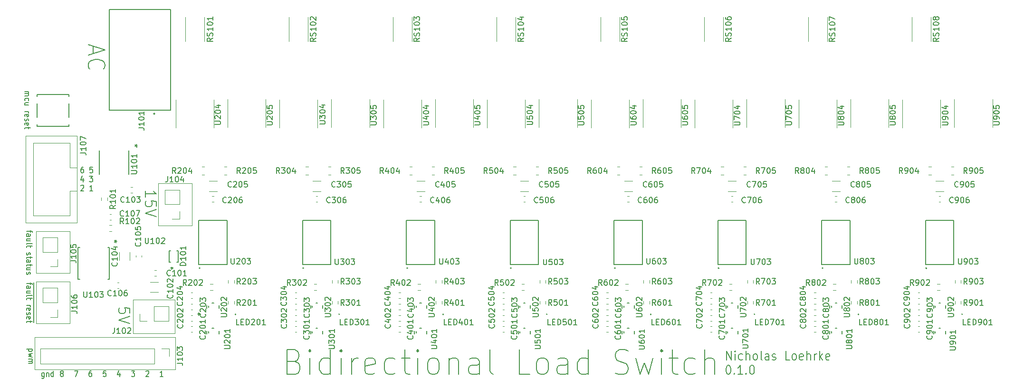
<source format=gbr>
%TF.GenerationSoftware,KiCad,Pcbnew,8.0.5*%
%TF.CreationDate,2024-10-14T01:07:43-05:00*%
%TF.ProjectId,bidirectional_load_switch,62696469-7265-4637-9469-6f6e616c5f6c,rev?*%
%TF.SameCoordinates,Original*%
%TF.FileFunction,Legend,Top*%
%TF.FilePolarity,Positive*%
%FSLAX46Y46*%
G04 Gerber Fmt 4.6, Leading zero omitted, Abs format (unit mm)*
G04 Created by KiCad (PCBNEW 8.0.5) date 2024-10-14 01:07:43*
%MOMM*%
%LPD*%
G01*
G04 APERTURE LIST*
%ADD10C,0.153000*%
%ADD11C,0.150000*%
%ADD12C,0.120000*%
%ADD13C,0.100000*%
%ADD14C,0.152400*%
%ADD15C,0.127000*%
%ADD16C,0.200000*%
G04 APERTURE END LIST*
D10*
X66212657Y-127052996D02*
X66212657Y-127862520D01*
X66212657Y-127862520D02*
X66168942Y-127957758D01*
X66168942Y-127957758D02*
X66125228Y-128005377D01*
X66125228Y-128005377D02*
X66037799Y-128052996D01*
X66037799Y-128052996D02*
X65906657Y-128052996D01*
X65906657Y-128052996D02*
X65819228Y-128005377D01*
X66212657Y-127672044D02*
X66125228Y-127719663D01*
X66125228Y-127719663D02*
X65950371Y-127719663D01*
X65950371Y-127719663D02*
X65862942Y-127672044D01*
X65862942Y-127672044D02*
X65819228Y-127624424D01*
X65819228Y-127624424D02*
X65775514Y-127529186D01*
X65775514Y-127529186D02*
X65775514Y-127243472D01*
X65775514Y-127243472D02*
X65819228Y-127148234D01*
X65819228Y-127148234D02*
X65862942Y-127100615D01*
X65862942Y-127100615D02*
X65950371Y-127052996D01*
X65950371Y-127052996D02*
X66125228Y-127052996D01*
X66125228Y-127052996D02*
X66212657Y-127100615D01*
X66649799Y-127052996D02*
X66649799Y-127719663D01*
X66649799Y-127148234D02*
X66693513Y-127100615D01*
X66693513Y-127100615D02*
X66780942Y-127052996D01*
X66780942Y-127052996D02*
X66912085Y-127052996D01*
X66912085Y-127052996D02*
X66999513Y-127100615D01*
X66999513Y-127100615D02*
X67043228Y-127195853D01*
X67043228Y-127195853D02*
X67043228Y-127719663D01*
X67873799Y-127719663D02*
X67873799Y-126719663D01*
X67873799Y-127672044D02*
X67786370Y-127719663D01*
X67786370Y-127719663D02*
X67611513Y-127719663D01*
X67611513Y-127719663D02*
X67524084Y-127672044D01*
X67524084Y-127672044D02*
X67480370Y-127624424D01*
X67480370Y-127624424D02*
X67436656Y-127529186D01*
X67436656Y-127529186D02*
X67436656Y-127243472D01*
X67436656Y-127243472D02*
X67480370Y-127148234D01*
X67480370Y-127148234D02*
X67524084Y-127100615D01*
X67524084Y-127100615D02*
X67611513Y-127052996D01*
X67611513Y-127052996D02*
X67786370Y-127052996D01*
X67786370Y-127052996D02*
X67873799Y-127100615D01*
X110858771Y-125048805D02*
X111435799Y-125258329D01*
X111435799Y-125258329D02*
X111628142Y-125467853D01*
X111628142Y-125467853D02*
X111820485Y-125886901D01*
X111820485Y-125886901D02*
X111820485Y-126515472D01*
X111820485Y-126515472D02*
X111628142Y-126934520D01*
X111628142Y-126934520D02*
X111435799Y-127144044D01*
X111435799Y-127144044D02*
X111051114Y-127353567D01*
X111051114Y-127353567D02*
X109512371Y-127353567D01*
X109512371Y-127353567D02*
X109512371Y-122953567D01*
X109512371Y-122953567D02*
X110858771Y-122953567D01*
X110858771Y-122953567D02*
X111243457Y-123163091D01*
X111243457Y-123163091D02*
X111435799Y-123372615D01*
X111435799Y-123372615D02*
X111628142Y-123791663D01*
X111628142Y-123791663D02*
X111628142Y-124210710D01*
X111628142Y-124210710D02*
X111435799Y-124629758D01*
X111435799Y-124629758D02*
X111243457Y-124839282D01*
X111243457Y-124839282D02*
X110858771Y-125048805D01*
X110858771Y-125048805D02*
X109512371Y-125048805D01*
X113551571Y-127353567D02*
X113551571Y-124420234D01*
X113551571Y-122953567D02*
X113359228Y-123163091D01*
X113359228Y-123163091D02*
X113551571Y-123372615D01*
X113551571Y-123372615D02*
X113743914Y-123163091D01*
X113743914Y-123163091D02*
X113551571Y-122953567D01*
X113551571Y-122953567D02*
X113551571Y-123372615D01*
X117206086Y-127353567D02*
X117206086Y-122953567D01*
X117206086Y-127144044D02*
X116821400Y-127353567D01*
X116821400Y-127353567D02*
X116052028Y-127353567D01*
X116052028Y-127353567D02*
X115667343Y-127144044D01*
X115667343Y-127144044D02*
X115475000Y-126934520D01*
X115475000Y-126934520D02*
X115282657Y-126515472D01*
X115282657Y-126515472D02*
X115282657Y-125258329D01*
X115282657Y-125258329D02*
X115475000Y-124839282D01*
X115475000Y-124839282D02*
X115667343Y-124629758D01*
X115667343Y-124629758D02*
X116052028Y-124420234D01*
X116052028Y-124420234D02*
X116821400Y-124420234D01*
X116821400Y-124420234D02*
X117206086Y-124629758D01*
X119129514Y-127353567D02*
X119129514Y-124420234D01*
X119129514Y-122953567D02*
X118937171Y-123163091D01*
X118937171Y-123163091D02*
X119129514Y-123372615D01*
X119129514Y-123372615D02*
X119321857Y-123163091D01*
X119321857Y-123163091D02*
X119129514Y-122953567D01*
X119129514Y-122953567D02*
X119129514Y-123372615D01*
X121052943Y-127353567D02*
X121052943Y-124420234D01*
X121052943Y-125258329D02*
X121245286Y-124839282D01*
X121245286Y-124839282D02*
X121437629Y-124629758D01*
X121437629Y-124629758D02*
X121822314Y-124420234D01*
X121822314Y-124420234D02*
X122207000Y-124420234D01*
X125092143Y-127144044D02*
X124707457Y-127353567D01*
X124707457Y-127353567D02*
X123938086Y-127353567D01*
X123938086Y-127353567D02*
X123553400Y-127144044D01*
X123553400Y-127144044D02*
X123361057Y-126724996D01*
X123361057Y-126724996D02*
X123361057Y-125048805D01*
X123361057Y-125048805D02*
X123553400Y-124629758D01*
X123553400Y-124629758D02*
X123938086Y-124420234D01*
X123938086Y-124420234D02*
X124707457Y-124420234D01*
X124707457Y-124420234D02*
X125092143Y-124629758D01*
X125092143Y-124629758D02*
X125284486Y-125048805D01*
X125284486Y-125048805D02*
X125284486Y-125467853D01*
X125284486Y-125467853D02*
X123361057Y-125886901D01*
X128746657Y-127144044D02*
X128361971Y-127353567D01*
X128361971Y-127353567D02*
X127592599Y-127353567D01*
X127592599Y-127353567D02*
X127207914Y-127144044D01*
X127207914Y-127144044D02*
X127015571Y-126934520D01*
X127015571Y-126934520D02*
X126823228Y-126515472D01*
X126823228Y-126515472D02*
X126823228Y-125258329D01*
X126823228Y-125258329D02*
X127015571Y-124839282D01*
X127015571Y-124839282D02*
X127207914Y-124629758D01*
X127207914Y-124629758D02*
X127592599Y-124420234D01*
X127592599Y-124420234D02*
X128361971Y-124420234D01*
X128361971Y-124420234D02*
X128746657Y-124629758D01*
X129900713Y-124420234D02*
X131439456Y-124420234D01*
X130477742Y-122953567D02*
X130477742Y-126724996D01*
X130477742Y-126724996D02*
X130670085Y-127144044D01*
X130670085Y-127144044D02*
X131054770Y-127353567D01*
X131054770Y-127353567D02*
X131439456Y-127353567D01*
X132785856Y-127353567D02*
X132785856Y-124420234D01*
X132785856Y-122953567D02*
X132593513Y-123163091D01*
X132593513Y-123163091D02*
X132785856Y-123372615D01*
X132785856Y-123372615D02*
X132978199Y-123163091D01*
X132978199Y-123163091D02*
X132785856Y-122953567D01*
X132785856Y-122953567D02*
X132785856Y-123372615D01*
X135286313Y-127353567D02*
X134901628Y-127144044D01*
X134901628Y-127144044D02*
X134709285Y-126934520D01*
X134709285Y-126934520D02*
X134516942Y-126515472D01*
X134516942Y-126515472D02*
X134516942Y-125258329D01*
X134516942Y-125258329D02*
X134709285Y-124839282D01*
X134709285Y-124839282D02*
X134901628Y-124629758D01*
X134901628Y-124629758D02*
X135286313Y-124420234D01*
X135286313Y-124420234D02*
X135863342Y-124420234D01*
X135863342Y-124420234D02*
X136248028Y-124629758D01*
X136248028Y-124629758D02*
X136440371Y-124839282D01*
X136440371Y-124839282D02*
X136632713Y-125258329D01*
X136632713Y-125258329D02*
X136632713Y-126515472D01*
X136632713Y-126515472D02*
X136440371Y-126934520D01*
X136440371Y-126934520D02*
X136248028Y-127144044D01*
X136248028Y-127144044D02*
X135863342Y-127353567D01*
X135863342Y-127353567D02*
X135286313Y-127353567D01*
X138363799Y-124420234D02*
X138363799Y-127353567D01*
X138363799Y-124839282D02*
X138556142Y-124629758D01*
X138556142Y-124629758D02*
X138940827Y-124420234D01*
X138940827Y-124420234D02*
X139517856Y-124420234D01*
X139517856Y-124420234D02*
X139902542Y-124629758D01*
X139902542Y-124629758D02*
X140094885Y-125048805D01*
X140094885Y-125048805D02*
X140094885Y-127353567D01*
X143749399Y-127353567D02*
X143749399Y-125048805D01*
X143749399Y-125048805D02*
X143557056Y-124629758D01*
X143557056Y-124629758D02*
X143172370Y-124420234D01*
X143172370Y-124420234D02*
X142402999Y-124420234D01*
X142402999Y-124420234D02*
X142018313Y-124629758D01*
X143749399Y-127144044D02*
X143364713Y-127353567D01*
X143364713Y-127353567D02*
X142402999Y-127353567D01*
X142402999Y-127353567D02*
X142018313Y-127144044D01*
X142018313Y-127144044D02*
X141825970Y-126724996D01*
X141825970Y-126724996D02*
X141825970Y-126305948D01*
X141825970Y-126305948D02*
X142018313Y-125886901D01*
X142018313Y-125886901D02*
X142402999Y-125677377D01*
X142402999Y-125677377D02*
X143364713Y-125677377D01*
X143364713Y-125677377D02*
X143749399Y-125467853D01*
X146249855Y-127353567D02*
X145865170Y-127144044D01*
X145865170Y-127144044D02*
X145672827Y-126724996D01*
X145672827Y-126724996D02*
X145672827Y-122953567D01*
X152789512Y-127353567D02*
X150866084Y-127353567D01*
X150866084Y-127353567D02*
X150866084Y-122953567D01*
X154712941Y-127353567D02*
X154328256Y-127144044D01*
X154328256Y-127144044D02*
X154135913Y-126934520D01*
X154135913Y-126934520D02*
X153943570Y-126515472D01*
X153943570Y-126515472D02*
X153943570Y-125258329D01*
X153943570Y-125258329D02*
X154135913Y-124839282D01*
X154135913Y-124839282D02*
X154328256Y-124629758D01*
X154328256Y-124629758D02*
X154712941Y-124420234D01*
X154712941Y-124420234D02*
X155289970Y-124420234D01*
X155289970Y-124420234D02*
X155674656Y-124629758D01*
X155674656Y-124629758D02*
X155866999Y-124839282D01*
X155866999Y-124839282D02*
X156059341Y-125258329D01*
X156059341Y-125258329D02*
X156059341Y-126515472D01*
X156059341Y-126515472D02*
X155866999Y-126934520D01*
X155866999Y-126934520D02*
X155674656Y-127144044D01*
X155674656Y-127144044D02*
X155289970Y-127353567D01*
X155289970Y-127353567D02*
X154712941Y-127353567D01*
X159521513Y-127353567D02*
X159521513Y-125048805D01*
X159521513Y-125048805D02*
X159329170Y-124629758D01*
X159329170Y-124629758D02*
X158944484Y-124420234D01*
X158944484Y-124420234D02*
X158175113Y-124420234D01*
X158175113Y-124420234D02*
X157790427Y-124629758D01*
X159521513Y-127144044D02*
X159136827Y-127353567D01*
X159136827Y-127353567D02*
X158175113Y-127353567D01*
X158175113Y-127353567D02*
X157790427Y-127144044D01*
X157790427Y-127144044D02*
X157598084Y-126724996D01*
X157598084Y-126724996D02*
X157598084Y-126305948D01*
X157598084Y-126305948D02*
X157790427Y-125886901D01*
X157790427Y-125886901D02*
X158175113Y-125677377D01*
X158175113Y-125677377D02*
X159136827Y-125677377D01*
X159136827Y-125677377D02*
X159521513Y-125467853D01*
X163176027Y-127353567D02*
X163176027Y-122953567D01*
X163176027Y-127144044D02*
X162791341Y-127353567D01*
X162791341Y-127353567D02*
X162021969Y-127353567D01*
X162021969Y-127353567D02*
X161637284Y-127144044D01*
X161637284Y-127144044D02*
X161444941Y-126934520D01*
X161444941Y-126934520D02*
X161252598Y-126515472D01*
X161252598Y-126515472D02*
X161252598Y-125258329D01*
X161252598Y-125258329D02*
X161444941Y-124839282D01*
X161444941Y-124839282D02*
X161637284Y-124629758D01*
X161637284Y-124629758D02*
X162021969Y-124420234D01*
X162021969Y-124420234D02*
X162791341Y-124420234D01*
X162791341Y-124420234D02*
X163176027Y-124629758D01*
X167984598Y-127144044D02*
X168561627Y-127353567D01*
X168561627Y-127353567D02*
X169523341Y-127353567D01*
X169523341Y-127353567D02*
X169908027Y-127144044D01*
X169908027Y-127144044D02*
X170100369Y-126934520D01*
X170100369Y-126934520D02*
X170292712Y-126515472D01*
X170292712Y-126515472D02*
X170292712Y-126096424D01*
X170292712Y-126096424D02*
X170100369Y-125677377D01*
X170100369Y-125677377D02*
X169908027Y-125467853D01*
X169908027Y-125467853D02*
X169523341Y-125258329D01*
X169523341Y-125258329D02*
X168753969Y-125048805D01*
X168753969Y-125048805D02*
X168369284Y-124839282D01*
X168369284Y-124839282D02*
X168176941Y-124629758D01*
X168176941Y-124629758D02*
X167984598Y-124210710D01*
X167984598Y-124210710D02*
X167984598Y-123791663D01*
X167984598Y-123791663D02*
X168176941Y-123372615D01*
X168176941Y-123372615D02*
X168369284Y-123163091D01*
X168369284Y-123163091D02*
X168753969Y-122953567D01*
X168753969Y-122953567D02*
X169715684Y-122953567D01*
X169715684Y-122953567D02*
X170292712Y-123163091D01*
X171639112Y-124420234D02*
X172408484Y-127353567D01*
X172408484Y-127353567D02*
X173177855Y-125258329D01*
X173177855Y-125258329D02*
X173947226Y-127353567D01*
X173947226Y-127353567D02*
X174716598Y-124420234D01*
X176255341Y-127353567D02*
X176255341Y-124420234D01*
X176255341Y-122953567D02*
X176062998Y-123163091D01*
X176062998Y-123163091D02*
X176255341Y-123372615D01*
X176255341Y-123372615D02*
X176447684Y-123163091D01*
X176447684Y-123163091D02*
X176255341Y-122953567D01*
X176255341Y-122953567D02*
X176255341Y-123372615D01*
X177601741Y-124420234D02*
X179140484Y-124420234D01*
X178178770Y-122953567D02*
X178178770Y-126724996D01*
X178178770Y-126724996D02*
X178371113Y-127144044D01*
X178371113Y-127144044D02*
X178755798Y-127353567D01*
X178755798Y-127353567D02*
X179140484Y-127353567D01*
X182217970Y-127144044D02*
X181833284Y-127353567D01*
X181833284Y-127353567D02*
X181063912Y-127353567D01*
X181063912Y-127353567D02*
X180679227Y-127144044D01*
X180679227Y-127144044D02*
X180486884Y-126934520D01*
X180486884Y-126934520D02*
X180294541Y-126515472D01*
X180294541Y-126515472D02*
X180294541Y-125258329D01*
X180294541Y-125258329D02*
X180486884Y-124839282D01*
X180486884Y-124839282D02*
X180679227Y-124629758D01*
X180679227Y-124629758D02*
X181063912Y-124420234D01*
X181063912Y-124420234D02*
X181833284Y-124420234D01*
X181833284Y-124420234D02*
X182217970Y-124629758D01*
X183949055Y-127353567D02*
X183949055Y-122953567D01*
X185680141Y-127353567D02*
X185680141Y-125048805D01*
X185680141Y-125048805D02*
X185487798Y-124629758D01*
X185487798Y-124629758D02*
X185103112Y-124420234D01*
X185103112Y-124420234D02*
X184526083Y-124420234D01*
X184526083Y-124420234D02*
X184141398Y-124629758D01*
X184141398Y-124629758D02*
X183949055Y-124839282D01*
X74932241Y-68825228D02*
X74932241Y-70136657D01*
X74075098Y-68562942D02*
X77075098Y-69480942D01*
X77075098Y-69480942D02*
X74075098Y-70398942D01*
X74360813Y-72890656D02*
X74217956Y-72759513D01*
X74217956Y-72759513D02*
X74075098Y-72366085D01*
X74075098Y-72366085D02*
X74075098Y-72103799D01*
X74075098Y-72103799D02*
X74217956Y-71710370D01*
X74217956Y-71710370D02*
X74503670Y-71448085D01*
X74503670Y-71448085D02*
X74789384Y-71316942D01*
X74789384Y-71316942D02*
X75360813Y-71185799D01*
X75360813Y-71185799D02*
X75789384Y-71185799D01*
X75789384Y-71185799D02*
X76360813Y-71316942D01*
X76360813Y-71316942D02*
X76646527Y-71448085D01*
X76646527Y-71448085D02*
X76932241Y-71710370D01*
X76932241Y-71710370D02*
X77075098Y-72103799D01*
X77075098Y-72103799D02*
X77075098Y-72366085D01*
X77075098Y-72366085D02*
X76932241Y-72759513D01*
X76932241Y-72759513D02*
X76789384Y-72890656D01*
X79722657Y-127052996D02*
X79722657Y-127719663D01*
X79504085Y-126672044D02*
X79285514Y-127386329D01*
X79285514Y-127386329D02*
X79853799Y-127386329D01*
X73212657Y-90399775D02*
X73037799Y-90399775D01*
X73037799Y-90399775D02*
X72950371Y-90447394D01*
X72950371Y-90447394D02*
X72906657Y-90495013D01*
X72906657Y-90495013D02*
X72819228Y-90637870D01*
X72819228Y-90637870D02*
X72775514Y-90828346D01*
X72775514Y-90828346D02*
X72775514Y-91209298D01*
X72775514Y-91209298D02*
X72819228Y-91304536D01*
X72819228Y-91304536D02*
X72862942Y-91352156D01*
X72862942Y-91352156D02*
X72950371Y-91399775D01*
X72950371Y-91399775D02*
X73125228Y-91399775D01*
X73125228Y-91399775D02*
X73212657Y-91352156D01*
X73212657Y-91352156D02*
X73256371Y-91304536D01*
X73256371Y-91304536D02*
X73300085Y-91209298D01*
X73300085Y-91209298D02*
X73300085Y-90971203D01*
X73300085Y-90971203D02*
X73256371Y-90875965D01*
X73256371Y-90875965D02*
X73212657Y-90828346D01*
X73212657Y-90828346D02*
X73125228Y-90780727D01*
X73125228Y-90780727D02*
X72950371Y-90780727D01*
X72950371Y-90780727D02*
X72862942Y-90828346D01*
X72862942Y-90828346D02*
X72819228Y-90875965D01*
X72819228Y-90875965D02*
X72775514Y-90971203D01*
X74830086Y-90399775D02*
X74392943Y-90399775D01*
X74392943Y-90399775D02*
X74349229Y-90875965D01*
X74349229Y-90875965D02*
X74392943Y-90828346D01*
X74392943Y-90828346D02*
X74480372Y-90780727D01*
X74480372Y-90780727D02*
X74698943Y-90780727D01*
X74698943Y-90780727D02*
X74786372Y-90828346D01*
X74786372Y-90828346D02*
X74830086Y-90875965D01*
X74830086Y-90875965D02*
X74873800Y-90971203D01*
X74873800Y-90971203D02*
X74873800Y-91209298D01*
X74873800Y-91209298D02*
X74830086Y-91304536D01*
X74830086Y-91304536D02*
X74786372Y-91352156D01*
X74786372Y-91352156D02*
X74698943Y-91399775D01*
X74698943Y-91399775D02*
X74480372Y-91399775D01*
X74480372Y-91399775D02*
X74392943Y-91352156D01*
X74392943Y-91352156D02*
X74349229Y-91304536D01*
X73212657Y-92343052D02*
X73212657Y-93009719D01*
X72994085Y-91962100D02*
X72775514Y-92676385D01*
X72775514Y-92676385D02*
X73343799Y-92676385D01*
X74305514Y-92009719D02*
X74873800Y-92009719D01*
X74873800Y-92009719D02*
X74567800Y-92390671D01*
X74567800Y-92390671D02*
X74698943Y-92390671D01*
X74698943Y-92390671D02*
X74786372Y-92438290D01*
X74786372Y-92438290D02*
X74830086Y-92485909D01*
X74830086Y-92485909D02*
X74873800Y-92581147D01*
X74873800Y-92581147D02*
X74873800Y-92819242D01*
X74873800Y-92819242D02*
X74830086Y-92914480D01*
X74830086Y-92914480D02*
X74786372Y-92962100D01*
X74786372Y-92962100D02*
X74698943Y-93009719D01*
X74698943Y-93009719D02*
X74436657Y-93009719D01*
X74436657Y-93009719D02*
X74349229Y-92962100D01*
X74349229Y-92962100D02*
X74305514Y-92914480D01*
X72775514Y-93714901D02*
X72819228Y-93667282D01*
X72819228Y-93667282D02*
X72906657Y-93619663D01*
X72906657Y-93619663D02*
X73125228Y-93619663D01*
X73125228Y-93619663D02*
X73212657Y-93667282D01*
X73212657Y-93667282D02*
X73256371Y-93714901D01*
X73256371Y-93714901D02*
X73300085Y-93810139D01*
X73300085Y-93810139D02*
X73300085Y-93905377D01*
X73300085Y-93905377D02*
X73256371Y-94048234D01*
X73256371Y-94048234D02*
X72731799Y-94619663D01*
X72731799Y-94619663D02*
X73300085Y-94619663D01*
X74873800Y-94619663D02*
X74349229Y-94619663D01*
X74611514Y-94619663D02*
X74611514Y-93619663D01*
X74611514Y-93619663D02*
X74524086Y-93762520D01*
X74524086Y-93762520D02*
X74436657Y-93857758D01*
X74436657Y-93857758D02*
X74349229Y-93905377D01*
X69300371Y-127148234D02*
X69212942Y-127100615D01*
X69212942Y-127100615D02*
X69169228Y-127052996D01*
X69169228Y-127052996D02*
X69125514Y-126957758D01*
X69125514Y-126957758D02*
X69125514Y-126910139D01*
X69125514Y-126910139D02*
X69169228Y-126814901D01*
X69169228Y-126814901D02*
X69212942Y-126767282D01*
X69212942Y-126767282D02*
X69300371Y-126719663D01*
X69300371Y-126719663D02*
X69475228Y-126719663D01*
X69475228Y-126719663D02*
X69562657Y-126767282D01*
X69562657Y-126767282D02*
X69606371Y-126814901D01*
X69606371Y-126814901D02*
X69650085Y-126910139D01*
X69650085Y-126910139D02*
X69650085Y-126957758D01*
X69650085Y-126957758D02*
X69606371Y-127052996D01*
X69606371Y-127052996D02*
X69562657Y-127100615D01*
X69562657Y-127100615D02*
X69475228Y-127148234D01*
X69475228Y-127148234D02*
X69300371Y-127148234D01*
X69300371Y-127148234D02*
X69212942Y-127195853D01*
X69212942Y-127195853D02*
X69169228Y-127243472D01*
X69169228Y-127243472D02*
X69125514Y-127338710D01*
X69125514Y-127338710D02*
X69125514Y-127529186D01*
X69125514Y-127529186D02*
X69169228Y-127624424D01*
X69169228Y-127624424D02*
X69212942Y-127672044D01*
X69212942Y-127672044D02*
X69300371Y-127719663D01*
X69300371Y-127719663D02*
X69475228Y-127719663D01*
X69475228Y-127719663D02*
X69562657Y-127672044D01*
X69562657Y-127672044D02*
X69606371Y-127624424D01*
X69606371Y-127624424D02*
X69650085Y-127529186D01*
X69650085Y-127529186D02*
X69650085Y-127338710D01*
X69650085Y-127338710D02*
X69606371Y-127243472D01*
X69606371Y-127243472D02*
X69562657Y-127195853D01*
X69562657Y-127195853D02*
X69475228Y-127148234D01*
X84365514Y-126814901D02*
X84409228Y-126767282D01*
X84409228Y-126767282D02*
X84496657Y-126719663D01*
X84496657Y-126719663D02*
X84715228Y-126719663D01*
X84715228Y-126719663D02*
X84802657Y-126767282D01*
X84802657Y-126767282D02*
X84846371Y-126814901D01*
X84846371Y-126814901D02*
X84890085Y-126910139D01*
X84890085Y-126910139D02*
X84890085Y-127005377D01*
X84890085Y-127005377D02*
X84846371Y-127148234D01*
X84846371Y-127148234D02*
X84321799Y-127719663D01*
X84321799Y-127719663D02*
X84890085Y-127719663D01*
X71621799Y-126719663D02*
X72233799Y-126719663D01*
X72233799Y-126719663D02*
X71840371Y-127719663D01*
X81502717Y-116412085D02*
X81502717Y-115537799D01*
X81502717Y-115537799D02*
X80550336Y-115450371D01*
X80550336Y-115450371D02*
X80645575Y-115537799D01*
X80645575Y-115537799D02*
X80740813Y-115712657D01*
X80740813Y-115712657D02*
X80740813Y-116149799D01*
X80740813Y-116149799D02*
X80645575Y-116324657D01*
X80645575Y-116324657D02*
X80550336Y-116412085D01*
X80550336Y-116412085D02*
X80359860Y-116499514D01*
X80359860Y-116499514D02*
X79883670Y-116499514D01*
X79883670Y-116499514D02*
X79693194Y-116412085D01*
X79693194Y-116412085D02*
X79597956Y-116324657D01*
X79597956Y-116324657D02*
X79502717Y-116149799D01*
X79502717Y-116149799D02*
X79502717Y-115712657D01*
X79502717Y-115712657D02*
X79597956Y-115537799D01*
X79597956Y-115537799D02*
X79693194Y-115450371D01*
X81502717Y-117024085D02*
X79502717Y-117636085D01*
X79502717Y-117636085D02*
X81502717Y-118248085D01*
X77226371Y-126719663D02*
X76789228Y-126719663D01*
X76789228Y-126719663D02*
X76745514Y-127195853D01*
X76745514Y-127195853D02*
X76789228Y-127148234D01*
X76789228Y-127148234D02*
X76876657Y-127100615D01*
X76876657Y-127100615D02*
X77095228Y-127100615D01*
X77095228Y-127100615D02*
X77182657Y-127148234D01*
X77182657Y-127148234D02*
X77226371Y-127195853D01*
X77226371Y-127195853D02*
X77270085Y-127291091D01*
X77270085Y-127291091D02*
X77270085Y-127529186D01*
X77270085Y-127529186D02*
X77226371Y-127624424D01*
X77226371Y-127624424D02*
X77182657Y-127672044D01*
X77182657Y-127672044D02*
X77095228Y-127719663D01*
X77095228Y-127719663D02*
X76876657Y-127719663D01*
X76876657Y-127719663D02*
X76789228Y-127672044D01*
X76789228Y-127672044D02*
X76745514Y-127624424D01*
X87430085Y-127719663D02*
X86905514Y-127719663D01*
X87167799Y-127719663D02*
X87167799Y-126719663D01*
X87167799Y-126719663D02*
X87080371Y-126862520D01*
X87080371Y-126862520D02*
X86992942Y-126957758D01*
X86992942Y-126957758D02*
X86905514Y-127005377D01*
X63747003Y-110988085D02*
X63747003Y-111337799D01*
X63080336Y-111119228D02*
X63937479Y-111119228D01*
X63937479Y-111119228D02*
X64032717Y-111162942D01*
X64032717Y-111162942D02*
X64080336Y-111250371D01*
X64080336Y-111250371D02*
X64080336Y-111337799D01*
X63080336Y-112037228D02*
X63604146Y-112037228D01*
X63604146Y-112037228D02*
X63699384Y-111993513D01*
X63699384Y-111993513D02*
X63747003Y-111906085D01*
X63747003Y-111906085D02*
X63747003Y-111731228D01*
X63747003Y-111731228D02*
X63699384Y-111643799D01*
X63127956Y-112037228D02*
X63080336Y-111949799D01*
X63080336Y-111949799D02*
X63080336Y-111731228D01*
X63080336Y-111731228D02*
X63127956Y-111643799D01*
X63127956Y-111643799D02*
X63223194Y-111600085D01*
X63223194Y-111600085D02*
X63318432Y-111600085D01*
X63318432Y-111600085D02*
X63413670Y-111643799D01*
X63413670Y-111643799D02*
X63461289Y-111731228D01*
X63461289Y-111731228D02*
X63461289Y-111949799D01*
X63461289Y-111949799D02*
X63508908Y-112037228D01*
X63747003Y-112867799D02*
X63080336Y-112867799D01*
X63747003Y-112474370D02*
X63223194Y-112474370D01*
X63223194Y-112474370D02*
X63127956Y-112518084D01*
X63127956Y-112518084D02*
X63080336Y-112605513D01*
X63080336Y-112605513D02*
X63080336Y-112736656D01*
X63080336Y-112736656D02*
X63127956Y-112824084D01*
X63127956Y-112824084D02*
X63175575Y-112867799D01*
X63080336Y-113436084D02*
X63127956Y-113348655D01*
X63127956Y-113348655D02*
X63223194Y-113304941D01*
X63223194Y-113304941D02*
X64080336Y-113304941D01*
X63747003Y-113654655D02*
X63747003Y-114004369D01*
X64080336Y-113785798D02*
X63223194Y-113785798D01*
X63223194Y-113785798D02*
X63127956Y-113829512D01*
X63127956Y-113829512D02*
X63080336Y-113916941D01*
X63080336Y-113916941D02*
X63080336Y-114004369D01*
X63080336Y-115009798D02*
X63747003Y-115009798D01*
X63556527Y-115009798D02*
X63651765Y-115053512D01*
X63651765Y-115053512D02*
X63699384Y-115097227D01*
X63699384Y-115097227D02*
X63747003Y-115184655D01*
X63747003Y-115184655D02*
X63747003Y-115272084D01*
X63127956Y-115927798D02*
X63080336Y-115840370D01*
X63080336Y-115840370D02*
X63080336Y-115665513D01*
X63080336Y-115665513D02*
X63127956Y-115578084D01*
X63127956Y-115578084D02*
X63223194Y-115534370D01*
X63223194Y-115534370D02*
X63604146Y-115534370D01*
X63604146Y-115534370D02*
X63699384Y-115578084D01*
X63699384Y-115578084D02*
X63747003Y-115665513D01*
X63747003Y-115665513D02*
X63747003Y-115840370D01*
X63747003Y-115840370D02*
X63699384Y-115927798D01*
X63699384Y-115927798D02*
X63604146Y-115971513D01*
X63604146Y-115971513D02*
X63508908Y-115971513D01*
X63508908Y-115971513D02*
X63413670Y-115534370D01*
X63127956Y-116321227D02*
X63080336Y-116408655D01*
X63080336Y-116408655D02*
X63080336Y-116583512D01*
X63080336Y-116583512D02*
X63127956Y-116670941D01*
X63127956Y-116670941D02*
X63223194Y-116714655D01*
X63223194Y-116714655D02*
X63270813Y-116714655D01*
X63270813Y-116714655D02*
X63366051Y-116670941D01*
X63366051Y-116670941D02*
X63413670Y-116583512D01*
X63413670Y-116583512D02*
X63413670Y-116452370D01*
X63413670Y-116452370D02*
X63461289Y-116364941D01*
X63461289Y-116364941D02*
X63556527Y-116321227D01*
X63556527Y-116321227D02*
X63604146Y-116321227D01*
X63604146Y-116321227D02*
X63699384Y-116364941D01*
X63699384Y-116364941D02*
X63747003Y-116452370D01*
X63747003Y-116452370D02*
X63747003Y-116583512D01*
X63747003Y-116583512D02*
X63699384Y-116670941D01*
X63127956Y-117457798D02*
X63080336Y-117370370D01*
X63080336Y-117370370D02*
X63080336Y-117195513D01*
X63080336Y-117195513D02*
X63127956Y-117108084D01*
X63127956Y-117108084D02*
X63223194Y-117064370D01*
X63223194Y-117064370D02*
X63604146Y-117064370D01*
X63604146Y-117064370D02*
X63699384Y-117108084D01*
X63699384Y-117108084D02*
X63747003Y-117195513D01*
X63747003Y-117195513D02*
X63747003Y-117370370D01*
X63747003Y-117370370D02*
X63699384Y-117457798D01*
X63699384Y-117457798D02*
X63604146Y-117501513D01*
X63604146Y-117501513D02*
X63508908Y-117501513D01*
X63508908Y-117501513D02*
X63413670Y-117064370D01*
X63747003Y-117763798D02*
X63747003Y-118113512D01*
X64080336Y-117894941D02*
X63223194Y-117894941D01*
X63223194Y-117894941D02*
X63127956Y-117938655D01*
X63127956Y-117938655D02*
X63080336Y-118026084D01*
X63080336Y-118026084D02*
X63080336Y-118113512D01*
X64357956Y-110992457D02*
X64357956Y-118109141D01*
X81781799Y-126719663D02*
X82350085Y-126719663D01*
X82350085Y-126719663D02*
X82044085Y-127100615D01*
X82044085Y-127100615D02*
X82175228Y-127100615D01*
X82175228Y-127100615D02*
X82262657Y-127148234D01*
X82262657Y-127148234D02*
X82306371Y-127195853D01*
X82306371Y-127195853D02*
X82350085Y-127291091D01*
X82350085Y-127291091D02*
X82350085Y-127529186D01*
X82350085Y-127529186D02*
X82306371Y-127624424D01*
X82306371Y-127624424D02*
X82262657Y-127672044D01*
X82262657Y-127672044D02*
X82175228Y-127719663D01*
X82175228Y-127719663D02*
X81912942Y-127719663D01*
X81912942Y-127719663D02*
X81825514Y-127672044D01*
X81825514Y-127672044D02*
X81781799Y-127624424D01*
X74642657Y-126719663D02*
X74467799Y-126719663D01*
X74467799Y-126719663D02*
X74380371Y-126767282D01*
X74380371Y-126767282D02*
X74336657Y-126814901D01*
X74336657Y-126814901D02*
X74249228Y-126957758D01*
X74249228Y-126957758D02*
X74205514Y-127148234D01*
X74205514Y-127148234D02*
X74205514Y-127529186D01*
X74205514Y-127529186D02*
X74249228Y-127624424D01*
X74249228Y-127624424D02*
X74292942Y-127672044D01*
X74292942Y-127672044D02*
X74380371Y-127719663D01*
X74380371Y-127719663D02*
X74555228Y-127719663D01*
X74555228Y-127719663D02*
X74642657Y-127672044D01*
X74642657Y-127672044D02*
X74686371Y-127624424D01*
X74686371Y-127624424D02*
X74730085Y-127529186D01*
X74730085Y-127529186D02*
X74730085Y-127291091D01*
X74730085Y-127291091D02*
X74686371Y-127195853D01*
X74686371Y-127195853D02*
X74642657Y-127148234D01*
X74642657Y-127148234D02*
X74555228Y-127100615D01*
X74555228Y-127100615D02*
X74380371Y-127100615D01*
X74380371Y-127100615D02*
X74292942Y-127148234D01*
X74292942Y-127148234D02*
X74249228Y-127195853D01*
X74249228Y-127195853D02*
X74205514Y-127291091D01*
X62780336Y-76919228D02*
X63447003Y-76919228D01*
X63351765Y-76919228D02*
X63399384Y-76962942D01*
X63399384Y-76962942D02*
X63447003Y-77050371D01*
X63447003Y-77050371D02*
X63447003Y-77181514D01*
X63447003Y-77181514D02*
X63399384Y-77268942D01*
X63399384Y-77268942D02*
X63304146Y-77312657D01*
X63304146Y-77312657D02*
X62780336Y-77312657D01*
X63304146Y-77312657D02*
X63399384Y-77356371D01*
X63399384Y-77356371D02*
X63447003Y-77443799D01*
X63447003Y-77443799D02*
X63447003Y-77574942D01*
X63447003Y-77574942D02*
X63399384Y-77662371D01*
X63399384Y-77662371D02*
X63304146Y-77706085D01*
X63304146Y-77706085D02*
X62780336Y-77706085D01*
X62827956Y-78536657D02*
X62780336Y-78449228D01*
X62780336Y-78449228D02*
X62780336Y-78274371D01*
X62780336Y-78274371D02*
X62827956Y-78186942D01*
X62827956Y-78186942D02*
X62875575Y-78143228D01*
X62875575Y-78143228D02*
X62970813Y-78099514D01*
X62970813Y-78099514D02*
X63256527Y-78099514D01*
X63256527Y-78099514D02*
X63351765Y-78143228D01*
X63351765Y-78143228D02*
X63399384Y-78186942D01*
X63399384Y-78186942D02*
X63447003Y-78274371D01*
X63447003Y-78274371D02*
X63447003Y-78449228D01*
X63447003Y-78449228D02*
X63399384Y-78536657D01*
X63447003Y-79323514D02*
X62780336Y-79323514D01*
X63447003Y-78930085D02*
X62923194Y-78930085D01*
X62923194Y-78930085D02*
X62827956Y-78973799D01*
X62827956Y-78973799D02*
X62780336Y-79061228D01*
X62780336Y-79061228D02*
X62780336Y-79192371D01*
X62780336Y-79192371D02*
X62827956Y-79279799D01*
X62827956Y-79279799D02*
X62875575Y-79323514D01*
X62780336Y-80460085D02*
X63447003Y-80460085D01*
X63256527Y-80460085D02*
X63351765Y-80503799D01*
X63351765Y-80503799D02*
X63399384Y-80547514D01*
X63399384Y-80547514D02*
X63447003Y-80634942D01*
X63447003Y-80634942D02*
X63447003Y-80722371D01*
X62827956Y-81378085D02*
X62780336Y-81290657D01*
X62780336Y-81290657D02*
X62780336Y-81115800D01*
X62780336Y-81115800D02*
X62827956Y-81028371D01*
X62827956Y-81028371D02*
X62923194Y-80984657D01*
X62923194Y-80984657D02*
X63304146Y-80984657D01*
X63304146Y-80984657D02*
X63399384Y-81028371D01*
X63399384Y-81028371D02*
X63447003Y-81115800D01*
X63447003Y-81115800D02*
X63447003Y-81290657D01*
X63447003Y-81290657D02*
X63399384Y-81378085D01*
X63399384Y-81378085D02*
X63304146Y-81421800D01*
X63304146Y-81421800D02*
X63208908Y-81421800D01*
X63208908Y-81421800D02*
X63113670Y-80984657D01*
X62827956Y-81771514D02*
X62780336Y-81858942D01*
X62780336Y-81858942D02*
X62780336Y-82033799D01*
X62780336Y-82033799D02*
X62827956Y-82121228D01*
X62827956Y-82121228D02*
X62923194Y-82164942D01*
X62923194Y-82164942D02*
X62970813Y-82164942D01*
X62970813Y-82164942D02*
X63066051Y-82121228D01*
X63066051Y-82121228D02*
X63113670Y-82033799D01*
X63113670Y-82033799D02*
X63113670Y-81902657D01*
X63113670Y-81902657D02*
X63161289Y-81815228D01*
X63161289Y-81815228D02*
X63256527Y-81771514D01*
X63256527Y-81771514D02*
X63304146Y-81771514D01*
X63304146Y-81771514D02*
X63399384Y-81815228D01*
X63399384Y-81815228D02*
X63447003Y-81902657D01*
X63447003Y-81902657D02*
X63447003Y-82033799D01*
X63447003Y-82033799D02*
X63399384Y-82121228D01*
X62827956Y-82908085D02*
X62780336Y-82820657D01*
X62780336Y-82820657D02*
X62780336Y-82645800D01*
X62780336Y-82645800D02*
X62827956Y-82558371D01*
X62827956Y-82558371D02*
X62923194Y-82514657D01*
X62923194Y-82514657D02*
X63304146Y-82514657D01*
X63304146Y-82514657D02*
X63399384Y-82558371D01*
X63399384Y-82558371D02*
X63447003Y-82645800D01*
X63447003Y-82645800D02*
X63447003Y-82820657D01*
X63447003Y-82820657D02*
X63399384Y-82908085D01*
X63399384Y-82908085D02*
X63304146Y-82951800D01*
X63304146Y-82951800D02*
X63208908Y-82951800D01*
X63208908Y-82951800D02*
X63113670Y-82514657D01*
X63447003Y-83214085D02*
X63447003Y-83563799D01*
X63780336Y-83345228D02*
X62923194Y-83345228D01*
X62923194Y-83345228D02*
X62827956Y-83388942D01*
X62827956Y-83388942D02*
X62780336Y-83476371D01*
X62780336Y-83476371D02*
X62780336Y-83563799D01*
X187800371Y-124770324D02*
X187800371Y-123170324D01*
X187800371Y-123170324D02*
X188639685Y-124770324D01*
X188639685Y-124770324D02*
X188639685Y-123170324D01*
X189339114Y-124770324D02*
X189339114Y-123703657D01*
X189339114Y-123170324D02*
X189269171Y-123246514D01*
X189269171Y-123246514D02*
X189339114Y-123322705D01*
X189339114Y-123322705D02*
X189409057Y-123246514D01*
X189409057Y-123246514D02*
X189339114Y-123170324D01*
X189339114Y-123170324D02*
X189339114Y-123322705D01*
X190668029Y-124694134D02*
X190528143Y-124770324D01*
X190528143Y-124770324D02*
X190248371Y-124770324D01*
X190248371Y-124770324D02*
X190108486Y-124694134D01*
X190108486Y-124694134D02*
X190038543Y-124617943D01*
X190038543Y-124617943D02*
X189968600Y-124465562D01*
X189968600Y-124465562D02*
X189968600Y-124008419D01*
X189968600Y-124008419D02*
X190038543Y-123856038D01*
X190038543Y-123856038D02*
X190108486Y-123779848D01*
X190108486Y-123779848D02*
X190248371Y-123703657D01*
X190248371Y-123703657D02*
X190528143Y-123703657D01*
X190528143Y-123703657D02*
X190668029Y-123779848D01*
X191297514Y-124770324D02*
X191297514Y-123170324D01*
X191927000Y-124770324D02*
X191927000Y-123932229D01*
X191927000Y-123932229D02*
X191857057Y-123779848D01*
X191857057Y-123779848D02*
X191717171Y-123703657D01*
X191717171Y-123703657D02*
X191507342Y-123703657D01*
X191507342Y-123703657D02*
X191367457Y-123779848D01*
X191367457Y-123779848D02*
X191297514Y-123856038D01*
X192836256Y-124770324D02*
X192696371Y-124694134D01*
X192696371Y-124694134D02*
X192626428Y-124617943D01*
X192626428Y-124617943D02*
X192556485Y-124465562D01*
X192556485Y-124465562D02*
X192556485Y-124008419D01*
X192556485Y-124008419D02*
X192626428Y-123856038D01*
X192626428Y-123856038D02*
X192696371Y-123779848D01*
X192696371Y-123779848D02*
X192836256Y-123703657D01*
X192836256Y-123703657D02*
X193046085Y-123703657D01*
X193046085Y-123703657D02*
X193185971Y-123779848D01*
X193185971Y-123779848D02*
X193255914Y-123856038D01*
X193255914Y-123856038D02*
X193325856Y-124008419D01*
X193325856Y-124008419D02*
X193325856Y-124465562D01*
X193325856Y-124465562D02*
X193255914Y-124617943D01*
X193255914Y-124617943D02*
X193185971Y-124694134D01*
X193185971Y-124694134D02*
X193046085Y-124770324D01*
X193046085Y-124770324D02*
X192836256Y-124770324D01*
X194165170Y-124770324D02*
X194025285Y-124694134D01*
X194025285Y-124694134D02*
X193955342Y-124541753D01*
X193955342Y-124541753D02*
X193955342Y-123170324D01*
X195354199Y-124770324D02*
X195354199Y-123932229D01*
X195354199Y-123932229D02*
X195284256Y-123779848D01*
X195284256Y-123779848D02*
X195144370Y-123703657D01*
X195144370Y-123703657D02*
X194864599Y-123703657D01*
X194864599Y-123703657D02*
X194724713Y-123779848D01*
X195354199Y-124694134D02*
X195214313Y-124770324D01*
X195214313Y-124770324D02*
X194864599Y-124770324D01*
X194864599Y-124770324D02*
X194724713Y-124694134D01*
X194724713Y-124694134D02*
X194654770Y-124541753D01*
X194654770Y-124541753D02*
X194654770Y-124389372D01*
X194654770Y-124389372D02*
X194724713Y-124236991D01*
X194724713Y-124236991D02*
X194864599Y-124160800D01*
X194864599Y-124160800D02*
X195214313Y-124160800D01*
X195214313Y-124160800D02*
X195354199Y-124084610D01*
X195983684Y-124694134D02*
X196123570Y-124770324D01*
X196123570Y-124770324D02*
X196403341Y-124770324D01*
X196403341Y-124770324D02*
X196543227Y-124694134D01*
X196543227Y-124694134D02*
X196613170Y-124541753D01*
X196613170Y-124541753D02*
X196613170Y-124465562D01*
X196613170Y-124465562D02*
X196543227Y-124313181D01*
X196543227Y-124313181D02*
X196403341Y-124236991D01*
X196403341Y-124236991D02*
X196193513Y-124236991D01*
X196193513Y-124236991D02*
X196053627Y-124160800D01*
X196053627Y-124160800D02*
X195983684Y-124008419D01*
X195983684Y-124008419D02*
X195983684Y-123932229D01*
X195983684Y-123932229D02*
X196053627Y-123779848D01*
X196053627Y-123779848D02*
X196193513Y-123703657D01*
X196193513Y-123703657D02*
X196403341Y-123703657D01*
X196403341Y-123703657D02*
X196543227Y-123779848D01*
X199061170Y-124770324D02*
X198361742Y-124770324D01*
X198361742Y-124770324D02*
X198361742Y-123170324D01*
X199760599Y-124770324D02*
X199620714Y-124694134D01*
X199620714Y-124694134D02*
X199550771Y-124617943D01*
X199550771Y-124617943D02*
X199480828Y-124465562D01*
X199480828Y-124465562D02*
X199480828Y-124008419D01*
X199480828Y-124008419D02*
X199550771Y-123856038D01*
X199550771Y-123856038D02*
X199620714Y-123779848D01*
X199620714Y-123779848D02*
X199760599Y-123703657D01*
X199760599Y-123703657D02*
X199970428Y-123703657D01*
X199970428Y-123703657D02*
X200110314Y-123779848D01*
X200110314Y-123779848D02*
X200180257Y-123856038D01*
X200180257Y-123856038D02*
X200250199Y-124008419D01*
X200250199Y-124008419D02*
X200250199Y-124465562D01*
X200250199Y-124465562D02*
X200180257Y-124617943D01*
X200180257Y-124617943D02*
X200110314Y-124694134D01*
X200110314Y-124694134D02*
X199970428Y-124770324D01*
X199970428Y-124770324D02*
X199760599Y-124770324D01*
X201439228Y-124694134D02*
X201299342Y-124770324D01*
X201299342Y-124770324D02*
X201019571Y-124770324D01*
X201019571Y-124770324D02*
X200879685Y-124694134D01*
X200879685Y-124694134D02*
X200809742Y-124541753D01*
X200809742Y-124541753D02*
X200809742Y-123932229D01*
X200809742Y-123932229D02*
X200879685Y-123779848D01*
X200879685Y-123779848D02*
X201019571Y-123703657D01*
X201019571Y-123703657D02*
X201299342Y-123703657D01*
X201299342Y-123703657D02*
X201439228Y-123779848D01*
X201439228Y-123779848D02*
X201509171Y-123932229D01*
X201509171Y-123932229D02*
X201509171Y-124084610D01*
X201509171Y-124084610D02*
X200809742Y-124236991D01*
X202138656Y-124770324D02*
X202138656Y-123170324D01*
X202768142Y-124770324D02*
X202768142Y-123932229D01*
X202768142Y-123932229D02*
X202698199Y-123779848D01*
X202698199Y-123779848D02*
X202558313Y-123703657D01*
X202558313Y-123703657D02*
X202348484Y-123703657D01*
X202348484Y-123703657D02*
X202208599Y-123779848D01*
X202208599Y-123779848D02*
X202138656Y-123856038D01*
X203467570Y-124770324D02*
X203467570Y-123703657D01*
X203467570Y-124008419D02*
X203537513Y-123856038D01*
X203537513Y-123856038D02*
X203607456Y-123779848D01*
X203607456Y-123779848D02*
X203747341Y-123703657D01*
X203747341Y-123703657D02*
X203887227Y-123703657D01*
X204376827Y-124770324D02*
X204376827Y-123170324D01*
X204516713Y-124160800D02*
X204936370Y-124770324D01*
X204936370Y-123703657D02*
X204376827Y-124313181D01*
X206125399Y-124694134D02*
X205985513Y-124770324D01*
X205985513Y-124770324D02*
X205705742Y-124770324D01*
X205705742Y-124770324D02*
X205565856Y-124694134D01*
X205565856Y-124694134D02*
X205495913Y-124541753D01*
X205495913Y-124541753D02*
X205495913Y-123932229D01*
X205495913Y-123932229D02*
X205565856Y-123779848D01*
X205565856Y-123779848D02*
X205705742Y-123703657D01*
X205705742Y-123703657D02*
X205985513Y-123703657D01*
X205985513Y-123703657D02*
X206125399Y-123779848D01*
X206125399Y-123779848D02*
X206195342Y-123932229D01*
X206195342Y-123932229D02*
X206195342Y-124084610D01*
X206195342Y-124084610D02*
X205495913Y-124236991D01*
X188080142Y-125746234D02*
X188220028Y-125746234D01*
X188220028Y-125746234D02*
X188359914Y-125822424D01*
X188359914Y-125822424D02*
X188429857Y-125898615D01*
X188429857Y-125898615D02*
X188499799Y-126050996D01*
X188499799Y-126050996D02*
X188569742Y-126355758D01*
X188569742Y-126355758D02*
X188569742Y-126736710D01*
X188569742Y-126736710D02*
X188499799Y-127041472D01*
X188499799Y-127041472D02*
X188429857Y-127193853D01*
X188429857Y-127193853D02*
X188359914Y-127270044D01*
X188359914Y-127270044D02*
X188220028Y-127346234D01*
X188220028Y-127346234D02*
X188080142Y-127346234D01*
X188080142Y-127346234D02*
X187940257Y-127270044D01*
X187940257Y-127270044D02*
X187870314Y-127193853D01*
X187870314Y-127193853D02*
X187800371Y-127041472D01*
X187800371Y-127041472D02*
X187730428Y-126736710D01*
X187730428Y-126736710D02*
X187730428Y-126355758D01*
X187730428Y-126355758D02*
X187800371Y-126050996D01*
X187800371Y-126050996D02*
X187870314Y-125898615D01*
X187870314Y-125898615D02*
X187940257Y-125822424D01*
X187940257Y-125822424D02*
X188080142Y-125746234D01*
X189199228Y-127193853D02*
X189269171Y-127270044D01*
X189269171Y-127270044D02*
X189199228Y-127346234D01*
X189199228Y-127346234D02*
X189129285Y-127270044D01*
X189129285Y-127270044D02*
X189199228Y-127193853D01*
X189199228Y-127193853D02*
X189199228Y-127346234D01*
X190668028Y-127346234D02*
X189828714Y-127346234D01*
X190248371Y-127346234D02*
X190248371Y-125746234D01*
X190248371Y-125746234D02*
X190108485Y-125974805D01*
X190108485Y-125974805D02*
X189968600Y-126127186D01*
X189968600Y-126127186D02*
X189828714Y-126203377D01*
X191297514Y-127193853D02*
X191367457Y-127270044D01*
X191367457Y-127270044D02*
X191297514Y-127346234D01*
X191297514Y-127346234D02*
X191227571Y-127270044D01*
X191227571Y-127270044D02*
X191297514Y-127193853D01*
X191297514Y-127193853D02*
X191297514Y-127346234D01*
X192276714Y-125746234D02*
X192416600Y-125746234D01*
X192416600Y-125746234D02*
X192556486Y-125822424D01*
X192556486Y-125822424D02*
X192626429Y-125898615D01*
X192626429Y-125898615D02*
X192696371Y-126050996D01*
X192696371Y-126050996D02*
X192766314Y-126355758D01*
X192766314Y-126355758D02*
X192766314Y-126736710D01*
X192766314Y-126736710D02*
X192696371Y-127041472D01*
X192696371Y-127041472D02*
X192626429Y-127193853D01*
X192626429Y-127193853D02*
X192556486Y-127270044D01*
X192556486Y-127270044D02*
X192416600Y-127346234D01*
X192416600Y-127346234D02*
X192276714Y-127346234D01*
X192276714Y-127346234D02*
X192136829Y-127270044D01*
X192136829Y-127270044D02*
X192066886Y-127193853D01*
X192066886Y-127193853D02*
X191996943Y-127041472D01*
X191996943Y-127041472D02*
X191927000Y-126736710D01*
X191927000Y-126736710D02*
X191927000Y-126355758D01*
X191927000Y-126355758D02*
X191996943Y-126050996D01*
X191996943Y-126050996D02*
X192066886Y-125898615D01*
X192066886Y-125898615D02*
X192136829Y-125822424D01*
X192136829Y-125822424D02*
X192276714Y-125746234D01*
X63747003Y-101688085D02*
X63747003Y-102037799D01*
X63080336Y-101819228D02*
X63937479Y-101819228D01*
X63937479Y-101819228D02*
X64032717Y-101862942D01*
X64032717Y-101862942D02*
X64080336Y-101950371D01*
X64080336Y-101950371D02*
X64080336Y-102037799D01*
X63080336Y-102737228D02*
X63604146Y-102737228D01*
X63604146Y-102737228D02*
X63699384Y-102693513D01*
X63699384Y-102693513D02*
X63747003Y-102606085D01*
X63747003Y-102606085D02*
X63747003Y-102431228D01*
X63747003Y-102431228D02*
X63699384Y-102343799D01*
X63127956Y-102737228D02*
X63080336Y-102649799D01*
X63080336Y-102649799D02*
X63080336Y-102431228D01*
X63080336Y-102431228D02*
X63127956Y-102343799D01*
X63127956Y-102343799D02*
X63223194Y-102300085D01*
X63223194Y-102300085D02*
X63318432Y-102300085D01*
X63318432Y-102300085D02*
X63413670Y-102343799D01*
X63413670Y-102343799D02*
X63461289Y-102431228D01*
X63461289Y-102431228D02*
X63461289Y-102649799D01*
X63461289Y-102649799D02*
X63508908Y-102737228D01*
X63747003Y-103567799D02*
X63080336Y-103567799D01*
X63747003Y-103174370D02*
X63223194Y-103174370D01*
X63223194Y-103174370D02*
X63127956Y-103218084D01*
X63127956Y-103218084D02*
X63080336Y-103305513D01*
X63080336Y-103305513D02*
X63080336Y-103436656D01*
X63080336Y-103436656D02*
X63127956Y-103524084D01*
X63127956Y-103524084D02*
X63175575Y-103567799D01*
X63080336Y-104136084D02*
X63127956Y-104048655D01*
X63127956Y-104048655D02*
X63223194Y-104004941D01*
X63223194Y-104004941D02*
X64080336Y-104004941D01*
X63747003Y-104354655D02*
X63747003Y-104704369D01*
X64080336Y-104485798D02*
X63223194Y-104485798D01*
X63223194Y-104485798D02*
X63127956Y-104529512D01*
X63127956Y-104529512D02*
X63080336Y-104616941D01*
X63080336Y-104616941D02*
X63080336Y-104704369D01*
X63127956Y-105666084D02*
X63080336Y-105753512D01*
X63080336Y-105753512D02*
X63080336Y-105928369D01*
X63080336Y-105928369D02*
X63127956Y-106015798D01*
X63127956Y-106015798D02*
X63223194Y-106059512D01*
X63223194Y-106059512D02*
X63270813Y-106059512D01*
X63270813Y-106059512D02*
X63366051Y-106015798D01*
X63366051Y-106015798D02*
X63413670Y-105928369D01*
X63413670Y-105928369D02*
X63413670Y-105797227D01*
X63413670Y-105797227D02*
X63461289Y-105709798D01*
X63461289Y-105709798D02*
X63556527Y-105666084D01*
X63556527Y-105666084D02*
X63604146Y-105666084D01*
X63604146Y-105666084D02*
X63699384Y-105709798D01*
X63699384Y-105709798D02*
X63747003Y-105797227D01*
X63747003Y-105797227D02*
X63747003Y-105928369D01*
X63747003Y-105928369D02*
X63699384Y-106015798D01*
X63747003Y-106321798D02*
X63747003Y-106671512D01*
X64080336Y-106452941D02*
X63223194Y-106452941D01*
X63223194Y-106452941D02*
X63127956Y-106496655D01*
X63127956Y-106496655D02*
X63080336Y-106584084D01*
X63080336Y-106584084D02*
X63080336Y-106671512D01*
X63080336Y-107370941D02*
X63604146Y-107370941D01*
X63604146Y-107370941D02*
X63699384Y-107327226D01*
X63699384Y-107327226D02*
X63747003Y-107239798D01*
X63747003Y-107239798D02*
X63747003Y-107064941D01*
X63747003Y-107064941D02*
X63699384Y-106977512D01*
X63127956Y-107370941D02*
X63080336Y-107283512D01*
X63080336Y-107283512D02*
X63080336Y-107064941D01*
X63080336Y-107064941D02*
X63127956Y-106977512D01*
X63127956Y-106977512D02*
X63223194Y-106933798D01*
X63223194Y-106933798D02*
X63318432Y-106933798D01*
X63318432Y-106933798D02*
X63413670Y-106977512D01*
X63413670Y-106977512D02*
X63461289Y-107064941D01*
X63461289Y-107064941D02*
X63461289Y-107283512D01*
X63461289Y-107283512D02*
X63508908Y-107370941D01*
X63747003Y-107676940D02*
X63747003Y-108026654D01*
X64080336Y-107808083D02*
X63223194Y-107808083D01*
X63223194Y-107808083D02*
X63127956Y-107851797D01*
X63127956Y-107851797D02*
X63080336Y-107939226D01*
X63080336Y-107939226D02*
X63080336Y-108026654D01*
X63747003Y-108726083D02*
X63080336Y-108726083D01*
X63747003Y-108332654D02*
X63223194Y-108332654D01*
X63223194Y-108332654D02*
X63127956Y-108376368D01*
X63127956Y-108376368D02*
X63080336Y-108463797D01*
X63080336Y-108463797D02*
X63080336Y-108594940D01*
X63080336Y-108594940D02*
X63127956Y-108682368D01*
X63127956Y-108682368D02*
X63175575Y-108726083D01*
X63127956Y-109119511D02*
X63080336Y-109206939D01*
X63080336Y-109206939D02*
X63080336Y-109381796D01*
X63080336Y-109381796D02*
X63127956Y-109469225D01*
X63127956Y-109469225D02*
X63223194Y-109512939D01*
X63223194Y-109512939D02*
X63270813Y-109512939D01*
X63270813Y-109512939D02*
X63366051Y-109469225D01*
X63366051Y-109469225D02*
X63413670Y-109381796D01*
X63413670Y-109381796D02*
X63413670Y-109250654D01*
X63413670Y-109250654D02*
X63461289Y-109163225D01*
X63461289Y-109163225D02*
X63556527Y-109119511D01*
X63556527Y-109119511D02*
X63604146Y-109119511D01*
X63604146Y-109119511D02*
X63699384Y-109163225D01*
X63699384Y-109163225D02*
X63747003Y-109250654D01*
X63747003Y-109250654D02*
X63747003Y-109381796D01*
X63747003Y-109381796D02*
X63699384Y-109469225D01*
X84252717Y-95699514D02*
X84252717Y-94650371D01*
X84252717Y-95174942D02*
X86252717Y-95174942D01*
X86252717Y-95174942D02*
X85967003Y-95000085D01*
X85967003Y-95000085D02*
X85776527Y-94825228D01*
X85776527Y-94825228D02*
X85681289Y-94650371D01*
X86252717Y-97360656D02*
X86252717Y-96486370D01*
X86252717Y-96486370D02*
X85300336Y-96398942D01*
X85300336Y-96398942D02*
X85395575Y-96486370D01*
X85395575Y-96486370D02*
X85490813Y-96661228D01*
X85490813Y-96661228D02*
X85490813Y-97098370D01*
X85490813Y-97098370D02*
X85395575Y-97273228D01*
X85395575Y-97273228D02*
X85300336Y-97360656D01*
X85300336Y-97360656D02*
X85109860Y-97448085D01*
X85109860Y-97448085D02*
X84633670Y-97448085D01*
X84633670Y-97448085D02*
X84443194Y-97360656D01*
X84443194Y-97360656D02*
X84347956Y-97273228D01*
X84347956Y-97273228D02*
X84252717Y-97098370D01*
X84252717Y-97098370D02*
X84252717Y-96661228D01*
X84252717Y-96661228D02*
X84347956Y-96486370D01*
X84347956Y-96486370D02*
X84443194Y-96398942D01*
X86252717Y-97972656D02*
X84252717Y-98584656D01*
X84252717Y-98584656D02*
X86252717Y-99196656D01*
X64097003Y-122819228D02*
X63097003Y-122819228D01*
X64049384Y-122819228D02*
X64097003Y-122906657D01*
X64097003Y-122906657D02*
X64097003Y-123081514D01*
X64097003Y-123081514D02*
X64049384Y-123168942D01*
X64049384Y-123168942D02*
X64001765Y-123212657D01*
X64001765Y-123212657D02*
X63906527Y-123256371D01*
X63906527Y-123256371D02*
X63620813Y-123256371D01*
X63620813Y-123256371D02*
X63525575Y-123212657D01*
X63525575Y-123212657D02*
X63477956Y-123168942D01*
X63477956Y-123168942D02*
X63430336Y-123081514D01*
X63430336Y-123081514D02*
X63430336Y-122906657D01*
X63430336Y-122906657D02*
X63477956Y-122819228D01*
X64097003Y-123562370D02*
X63430336Y-123737228D01*
X63430336Y-123737228D02*
X63906527Y-123912085D01*
X63906527Y-123912085D02*
X63430336Y-124086942D01*
X63430336Y-124086942D02*
X64097003Y-124261799D01*
X63430336Y-124611513D02*
X64097003Y-124611513D01*
X64001765Y-124611513D02*
X64049384Y-124655227D01*
X64049384Y-124655227D02*
X64097003Y-124742656D01*
X64097003Y-124742656D02*
X64097003Y-124873799D01*
X64097003Y-124873799D02*
X64049384Y-124961227D01*
X64049384Y-124961227D02*
X63954146Y-125004942D01*
X63954146Y-125004942D02*
X63430336Y-125004942D01*
X63954146Y-125004942D02*
X64049384Y-125048656D01*
X64049384Y-125048656D02*
X64097003Y-125136084D01*
X64097003Y-125136084D02*
X64097003Y-125267227D01*
X64097003Y-125267227D02*
X64049384Y-125354656D01*
X64049384Y-125354656D02*
X63954146Y-125398370D01*
X63954146Y-125398370D02*
X63430336Y-125398370D01*
X101180952Y-111254663D02*
X100847619Y-110778472D01*
X100609524Y-111254663D02*
X100609524Y-110254663D01*
X100609524Y-110254663D02*
X100990476Y-110254663D01*
X100990476Y-110254663D02*
X101085714Y-110302282D01*
X101085714Y-110302282D02*
X101133333Y-110349901D01*
X101133333Y-110349901D02*
X101180952Y-110445139D01*
X101180952Y-110445139D02*
X101180952Y-110587996D01*
X101180952Y-110587996D02*
X101133333Y-110683234D01*
X101133333Y-110683234D02*
X101085714Y-110730853D01*
X101085714Y-110730853D02*
X100990476Y-110778472D01*
X100990476Y-110778472D02*
X100609524Y-110778472D01*
X101561905Y-110349901D02*
X101609524Y-110302282D01*
X101609524Y-110302282D02*
X101704762Y-110254663D01*
X101704762Y-110254663D02*
X101942857Y-110254663D01*
X101942857Y-110254663D02*
X102038095Y-110302282D01*
X102038095Y-110302282D02*
X102085714Y-110349901D01*
X102085714Y-110349901D02*
X102133333Y-110445139D01*
X102133333Y-110445139D02*
X102133333Y-110540377D01*
X102133333Y-110540377D02*
X102085714Y-110683234D01*
X102085714Y-110683234D02*
X101514286Y-111254663D01*
X101514286Y-111254663D02*
X102133333Y-111254663D01*
X102752381Y-110254663D02*
X102847619Y-110254663D01*
X102847619Y-110254663D02*
X102942857Y-110302282D01*
X102942857Y-110302282D02*
X102990476Y-110349901D01*
X102990476Y-110349901D02*
X103038095Y-110445139D01*
X103038095Y-110445139D02*
X103085714Y-110635615D01*
X103085714Y-110635615D02*
X103085714Y-110873710D01*
X103085714Y-110873710D02*
X103038095Y-111064186D01*
X103038095Y-111064186D02*
X102990476Y-111159424D01*
X102990476Y-111159424D02*
X102942857Y-111207044D01*
X102942857Y-111207044D02*
X102847619Y-111254663D01*
X102847619Y-111254663D02*
X102752381Y-111254663D01*
X102752381Y-111254663D02*
X102657143Y-111207044D01*
X102657143Y-111207044D02*
X102609524Y-111159424D01*
X102609524Y-111159424D02*
X102561905Y-111064186D01*
X102561905Y-111064186D02*
X102514286Y-110873710D01*
X102514286Y-110873710D02*
X102514286Y-110635615D01*
X102514286Y-110635615D02*
X102561905Y-110445139D01*
X102561905Y-110445139D02*
X102609524Y-110349901D01*
X102609524Y-110349901D02*
X102657143Y-110302282D01*
X102657143Y-110302282D02*
X102752381Y-110254663D01*
X103419048Y-110254663D02*
X104038095Y-110254663D01*
X104038095Y-110254663D02*
X103704762Y-110635615D01*
X103704762Y-110635615D02*
X103847619Y-110635615D01*
X103847619Y-110635615D02*
X103942857Y-110683234D01*
X103942857Y-110683234D02*
X103990476Y-110730853D01*
X103990476Y-110730853D02*
X104038095Y-110826091D01*
X104038095Y-110826091D02*
X104038095Y-111064186D01*
X104038095Y-111064186D02*
X103990476Y-111159424D01*
X103990476Y-111159424D02*
X103942857Y-111207044D01*
X103942857Y-111207044D02*
X103847619Y-111254663D01*
X103847619Y-111254663D02*
X103561905Y-111254663D01*
X103561905Y-111254663D02*
X103466667Y-111207044D01*
X103466667Y-111207044D02*
X103419048Y-111159424D01*
X105904663Y-82864285D02*
X106714186Y-82864285D01*
X106714186Y-82864285D02*
X106809424Y-82816666D01*
X106809424Y-82816666D02*
X106857044Y-82769047D01*
X106857044Y-82769047D02*
X106904663Y-82673809D01*
X106904663Y-82673809D02*
X106904663Y-82483333D01*
X106904663Y-82483333D02*
X106857044Y-82388095D01*
X106857044Y-82388095D02*
X106809424Y-82340476D01*
X106809424Y-82340476D02*
X106714186Y-82292857D01*
X106714186Y-82292857D02*
X105904663Y-82292857D01*
X105999901Y-81864285D02*
X105952282Y-81816666D01*
X105952282Y-81816666D02*
X105904663Y-81721428D01*
X105904663Y-81721428D02*
X105904663Y-81483333D01*
X105904663Y-81483333D02*
X105952282Y-81388095D01*
X105952282Y-81388095D02*
X105999901Y-81340476D01*
X105999901Y-81340476D02*
X106095139Y-81292857D01*
X106095139Y-81292857D02*
X106190377Y-81292857D01*
X106190377Y-81292857D02*
X106333234Y-81340476D01*
X106333234Y-81340476D02*
X106904663Y-81911904D01*
X106904663Y-81911904D02*
X106904663Y-81292857D01*
X105904663Y-80673809D02*
X105904663Y-80578571D01*
X105904663Y-80578571D02*
X105952282Y-80483333D01*
X105952282Y-80483333D02*
X105999901Y-80435714D01*
X105999901Y-80435714D02*
X106095139Y-80388095D01*
X106095139Y-80388095D02*
X106285615Y-80340476D01*
X106285615Y-80340476D02*
X106523710Y-80340476D01*
X106523710Y-80340476D02*
X106714186Y-80388095D01*
X106714186Y-80388095D02*
X106809424Y-80435714D01*
X106809424Y-80435714D02*
X106857044Y-80483333D01*
X106857044Y-80483333D02*
X106904663Y-80578571D01*
X106904663Y-80578571D02*
X106904663Y-80673809D01*
X106904663Y-80673809D02*
X106857044Y-80769047D01*
X106857044Y-80769047D02*
X106809424Y-80816666D01*
X106809424Y-80816666D02*
X106714186Y-80864285D01*
X106714186Y-80864285D02*
X106523710Y-80911904D01*
X106523710Y-80911904D02*
X106285615Y-80911904D01*
X106285615Y-80911904D02*
X106095139Y-80864285D01*
X106095139Y-80864285D02*
X105999901Y-80816666D01*
X105999901Y-80816666D02*
X105952282Y-80769047D01*
X105952282Y-80769047D02*
X105904663Y-80673809D01*
X105904663Y-79435714D02*
X105904663Y-79911904D01*
X105904663Y-79911904D02*
X106380853Y-79959523D01*
X106380853Y-79959523D02*
X106333234Y-79911904D01*
X106333234Y-79911904D02*
X106285615Y-79816666D01*
X106285615Y-79816666D02*
X106285615Y-79578571D01*
X106285615Y-79578571D02*
X106333234Y-79483333D01*
X106333234Y-79483333D02*
X106380853Y-79435714D01*
X106380853Y-79435714D02*
X106476091Y-79388095D01*
X106476091Y-79388095D02*
X106714186Y-79388095D01*
X106714186Y-79388095D02*
X106809424Y-79435714D01*
X106809424Y-79435714D02*
X106857044Y-79483333D01*
X106857044Y-79483333D02*
X106904663Y-79578571D01*
X106904663Y-79578571D02*
X106904663Y-79816666D01*
X106904663Y-79816666D02*
X106857044Y-79911904D01*
X106857044Y-79911904D02*
X106809424Y-79959523D01*
X210635714Y-106654663D02*
X210635714Y-107464186D01*
X210635714Y-107464186D02*
X210683333Y-107559424D01*
X210683333Y-107559424D02*
X210730952Y-107607044D01*
X210730952Y-107607044D02*
X210826190Y-107654663D01*
X210826190Y-107654663D02*
X211016666Y-107654663D01*
X211016666Y-107654663D02*
X211111904Y-107607044D01*
X211111904Y-107607044D02*
X211159523Y-107559424D01*
X211159523Y-107559424D02*
X211207142Y-107464186D01*
X211207142Y-107464186D02*
X211207142Y-106654663D01*
X211826190Y-107083234D02*
X211730952Y-107035615D01*
X211730952Y-107035615D02*
X211683333Y-106987996D01*
X211683333Y-106987996D02*
X211635714Y-106892758D01*
X211635714Y-106892758D02*
X211635714Y-106845139D01*
X211635714Y-106845139D02*
X211683333Y-106749901D01*
X211683333Y-106749901D02*
X211730952Y-106702282D01*
X211730952Y-106702282D02*
X211826190Y-106654663D01*
X211826190Y-106654663D02*
X212016666Y-106654663D01*
X212016666Y-106654663D02*
X212111904Y-106702282D01*
X212111904Y-106702282D02*
X212159523Y-106749901D01*
X212159523Y-106749901D02*
X212207142Y-106845139D01*
X212207142Y-106845139D02*
X212207142Y-106892758D01*
X212207142Y-106892758D02*
X212159523Y-106987996D01*
X212159523Y-106987996D02*
X212111904Y-107035615D01*
X212111904Y-107035615D02*
X212016666Y-107083234D01*
X212016666Y-107083234D02*
X211826190Y-107083234D01*
X211826190Y-107083234D02*
X211730952Y-107130853D01*
X211730952Y-107130853D02*
X211683333Y-107178472D01*
X211683333Y-107178472D02*
X211635714Y-107273710D01*
X211635714Y-107273710D02*
X211635714Y-107464186D01*
X211635714Y-107464186D02*
X211683333Y-107559424D01*
X211683333Y-107559424D02*
X211730952Y-107607044D01*
X211730952Y-107607044D02*
X211826190Y-107654663D01*
X211826190Y-107654663D02*
X212016666Y-107654663D01*
X212016666Y-107654663D02*
X212111904Y-107607044D01*
X212111904Y-107607044D02*
X212159523Y-107559424D01*
X212159523Y-107559424D02*
X212207142Y-107464186D01*
X212207142Y-107464186D02*
X212207142Y-107273710D01*
X212207142Y-107273710D02*
X212159523Y-107178472D01*
X212159523Y-107178472D02*
X212111904Y-107130853D01*
X212111904Y-107130853D02*
X212016666Y-107083234D01*
X212826190Y-106654663D02*
X212921428Y-106654663D01*
X212921428Y-106654663D02*
X213016666Y-106702282D01*
X213016666Y-106702282D02*
X213064285Y-106749901D01*
X213064285Y-106749901D02*
X213111904Y-106845139D01*
X213111904Y-106845139D02*
X213159523Y-107035615D01*
X213159523Y-107035615D02*
X213159523Y-107273710D01*
X213159523Y-107273710D02*
X213111904Y-107464186D01*
X213111904Y-107464186D02*
X213064285Y-107559424D01*
X213064285Y-107559424D02*
X213016666Y-107607044D01*
X213016666Y-107607044D02*
X212921428Y-107654663D01*
X212921428Y-107654663D02*
X212826190Y-107654663D01*
X212826190Y-107654663D02*
X212730952Y-107607044D01*
X212730952Y-107607044D02*
X212683333Y-107559424D01*
X212683333Y-107559424D02*
X212635714Y-107464186D01*
X212635714Y-107464186D02*
X212588095Y-107273710D01*
X212588095Y-107273710D02*
X212588095Y-107035615D01*
X212588095Y-107035615D02*
X212635714Y-106845139D01*
X212635714Y-106845139D02*
X212683333Y-106749901D01*
X212683333Y-106749901D02*
X212730952Y-106702282D01*
X212730952Y-106702282D02*
X212826190Y-106654663D01*
X213492857Y-106654663D02*
X214111904Y-106654663D01*
X214111904Y-106654663D02*
X213778571Y-107035615D01*
X213778571Y-107035615D02*
X213921428Y-107035615D01*
X213921428Y-107035615D02*
X214016666Y-107083234D01*
X214016666Y-107083234D02*
X214064285Y-107130853D01*
X214064285Y-107130853D02*
X214111904Y-107226091D01*
X214111904Y-107226091D02*
X214111904Y-107464186D01*
X214111904Y-107464186D02*
X214064285Y-107559424D01*
X214064285Y-107559424D02*
X214016666Y-107607044D01*
X214016666Y-107607044D02*
X213921428Y-107654663D01*
X213921428Y-107654663D02*
X213635714Y-107654663D01*
X213635714Y-107654663D02*
X213540476Y-107607044D01*
X213540476Y-107607044D02*
X213492857Y-107559424D01*
X193478571Y-118504663D02*
X193002381Y-118504663D01*
X193002381Y-118504663D02*
X193002381Y-117504663D01*
X193811905Y-117980853D02*
X194145238Y-117980853D01*
X194288095Y-118504663D02*
X193811905Y-118504663D01*
X193811905Y-118504663D02*
X193811905Y-117504663D01*
X193811905Y-117504663D02*
X194288095Y-117504663D01*
X194716667Y-118504663D02*
X194716667Y-117504663D01*
X194716667Y-117504663D02*
X194954762Y-117504663D01*
X194954762Y-117504663D02*
X195097619Y-117552282D01*
X195097619Y-117552282D02*
X195192857Y-117647520D01*
X195192857Y-117647520D02*
X195240476Y-117742758D01*
X195240476Y-117742758D02*
X195288095Y-117933234D01*
X195288095Y-117933234D02*
X195288095Y-118076091D01*
X195288095Y-118076091D02*
X195240476Y-118266567D01*
X195240476Y-118266567D02*
X195192857Y-118361805D01*
X195192857Y-118361805D02*
X195097619Y-118457044D01*
X195097619Y-118457044D02*
X194954762Y-118504663D01*
X194954762Y-118504663D02*
X194716667Y-118504663D01*
X195621429Y-117504663D02*
X196288095Y-117504663D01*
X196288095Y-117504663D02*
X195859524Y-118504663D01*
X196859524Y-117504663D02*
X196954762Y-117504663D01*
X196954762Y-117504663D02*
X197050000Y-117552282D01*
X197050000Y-117552282D02*
X197097619Y-117599901D01*
X197097619Y-117599901D02*
X197145238Y-117695139D01*
X197145238Y-117695139D02*
X197192857Y-117885615D01*
X197192857Y-117885615D02*
X197192857Y-118123710D01*
X197192857Y-118123710D02*
X197145238Y-118314186D01*
X197145238Y-118314186D02*
X197097619Y-118409424D01*
X197097619Y-118409424D02*
X197050000Y-118457044D01*
X197050000Y-118457044D02*
X196954762Y-118504663D01*
X196954762Y-118504663D02*
X196859524Y-118504663D01*
X196859524Y-118504663D02*
X196764286Y-118457044D01*
X196764286Y-118457044D02*
X196716667Y-118409424D01*
X196716667Y-118409424D02*
X196669048Y-118314186D01*
X196669048Y-118314186D02*
X196621429Y-118123710D01*
X196621429Y-118123710D02*
X196621429Y-117885615D01*
X196621429Y-117885615D02*
X196669048Y-117695139D01*
X196669048Y-117695139D02*
X196716667Y-117599901D01*
X196716667Y-117599901D02*
X196764286Y-117552282D01*
X196764286Y-117552282D02*
X196859524Y-117504663D01*
X198145238Y-118504663D02*
X197573810Y-118504663D01*
X197859524Y-118504663D02*
X197859524Y-117504663D01*
X197859524Y-117504663D02*
X197764286Y-117647520D01*
X197764286Y-117647520D02*
X197669048Y-117742758D01*
X197669048Y-117742758D02*
X197573810Y-117790377D01*
X89051024Y-113160647D02*
X89098644Y-113208266D01*
X89098644Y-113208266D02*
X89146263Y-113351123D01*
X89146263Y-113351123D02*
X89146263Y-113446361D01*
X89146263Y-113446361D02*
X89098644Y-113589218D01*
X89098644Y-113589218D02*
X89003405Y-113684456D01*
X89003405Y-113684456D02*
X88908167Y-113732075D01*
X88908167Y-113732075D02*
X88717691Y-113779694D01*
X88717691Y-113779694D02*
X88574834Y-113779694D01*
X88574834Y-113779694D02*
X88384358Y-113732075D01*
X88384358Y-113732075D02*
X88289120Y-113684456D01*
X88289120Y-113684456D02*
X88193882Y-113589218D01*
X88193882Y-113589218D02*
X88146263Y-113446361D01*
X88146263Y-113446361D02*
X88146263Y-113351123D01*
X88146263Y-113351123D02*
X88193882Y-113208266D01*
X88193882Y-113208266D02*
X88241501Y-113160647D01*
X89146263Y-112208266D02*
X89146263Y-112779694D01*
X89146263Y-112493980D02*
X88146263Y-112493980D01*
X88146263Y-112493980D02*
X88289120Y-112589218D01*
X88289120Y-112589218D02*
X88384358Y-112684456D01*
X88384358Y-112684456D02*
X88431977Y-112779694D01*
X88146263Y-111589218D02*
X88146263Y-111493980D01*
X88146263Y-111493980D02*
X88193882Y-111398742D01*
X88193882Y-111398742D02*
X88241501Y-111351123D01*
X88241501Y-111351123D02*
X88336739Y-111303504D01*
X88336739Y-111303504D02*
X88527215Y-111255885D01*
X88527215Y-111255885D02*
X88765310Y-111255885D01*
X88765310Y-111255885D02*
X88955786Y-111303504D01*
X88955786Y-111303504D02*
X89051024Y-111351123D01*
X89051024Y-111351123D02*
X89098644Y-111398742D01*
X89098644Y-111398742D02*
X89146263Y-111493980D01*
X89146263Y-111493980D02*
X89146263Y-111589218D01*
X89146263Y-111589218D02*
X89098644Y-111684456D01*
X89098644Y-111684456D02*
X89051024Y-111732075D01*
X89051024Y-111732075D02*
X88955786Y-111779694D01*
X88955786Y-111779694D02*
X88765310Y-111827313D01*
X88765310Y-111827313D02*
X88527215Y-111827313D01*
X88527215Y-111827313D02*
X88336739Y-111779694D01*
X88336739Y-111779694D02*
X88241501Y-111732075D01*
X88241501Y-111732075D02*
X88193882Y-111684456D01*
X88193882Y-111684456D02*
X88146263Y-111589218D01*
X88241501Y-110874932D02*
X88193882Y-110827313D01*
X88193882Y-110827313D02*
X88146263Y-110732075D01*
X88146263Y-110732075D02*
X88146263Y-110493980D01*
X88146263Y-110493980D02*
X88193882Y-110398742D01*
X88193882Y-110398742D02*
X88241501Y-110351123D01*
X88241501Y-110351123D02*
X88336739Y-110303504D01*
X88336739Y-110303504D02*
X88431977Y-110303504D01*
X88431977Y-110303504D02*
X88574834Y-110351123D01*
X88574834Y-110351123D02*
X89146263Y-110922551D01*
X89146263Y-110922551D02*
X89146263Y-110303504D01*
X183309424Y-114469047D02*
X183357044Y-114516666D01*
X183357044Y-114516666D02*
X183404663Y-114659523D01*
X183404663Y-114659523D02*
X183404663Y-114754761D01*
X183404663Y-114754761D02*
X183357044Y-114897618D01*
X183357044Y-114897618D02*
X183261805Y-114992856D01*
X183261805Y-114992856D02*
X183166567Y-115040475D01*
X183166567Y-115040475D02*
X182976091Y-115088094D01*
X182976091Y-115088094D02*
X182833234Y-115088094D01*
X182833234Y-115088094D02*
X182642758Y-115040475D01*
X182642758Y-115040475D02*
X182547520Y-114992856D01*
X182547520Y-114992856D02*
X182452282Y-114897618D01*
X182452282Y-114897618D02*
X182404663Y-114754761D01*
X182404663Y-114754761D02*
X182404663Y-114659523D01*
X182404663Y-114659523D02*
X182452282Y-114516666D01*
X182452282Y-114516666D02*
X182499901Y-114469047D01*
X182404663Y-114135713D02*
X182404663Y-113469047D01*
X182404663Y-113469047D02*
X183404663Y-113897618D01*
X182404663Y-112897618D02*
X182404663Y-112802380D01*
X182404663Y-112802380D02*
X182452282Y-112707142D01*
X182452282Y-112707142D02*
X182499901Y-112659523D01*
X182499901Y-112659523D02*
X182595139Y-112611904D01*
X182595139Y-112611904D02*
X182785615Y-112564285D01*
X182785615Y-112564285D02*
X183023710Y-112564285D01*
X183023710Y-112564285D02*
X183214186Y-112611904D01*
X183214186Y-112611904D02*
X183309424Y-112659523D01*
X183309424Y-112659523D02*
X183357044Y-112707142D01*
X183357044Y-112707142D02*
X183404663Y-112802380D01*
X183404663Y-112802380D02*
X183404663Y-112897618D01*
X183404663Y-112897618D02*
X183357044Y-112992856D01*
X183357044Y-112992856D02*
X183309424Y-113040475D01*
X183309424Y-113040475D02*
X183214186Y-113088094D01*
X183214186Y-113088094D02*
X183023710Y-113135713D01*
X183023710Y-113135713D02*
X182785615Y-113135713D01*
X182785615Y-113135713D02*
X182595139Y-113088094D01*
X182595139Y-113088094D02*
X182499901Y-113040475D01*
X182499901Y-113040475D02*
X182452282Y-112992856D01*
X182452282Y-112992856D02*
X182404663Y-112897618D01*
X182737996Y-111707142D02*
X183404663Y-111707142D01*
X182357044Y-111945237D02*
X183071329Y-112183332D01*
X183071329Y-112183332D02*
X183071329Y-111564285D01*
X131859424Y-120469047D02*
X131907044Y-120516666D01*
X131907044Y-120516666D02*
X131954663Y-120659523D01*
X131954663Y-120659523D02*
X131954663Y-120754761D01*
X131954663Y-120754761D02*
X131907044Y-120897618D01*
X131907044Y-120897618D02*
X131811805Y-120992856D01*
X131811805Y-120992856D02*
X131716567Y-121040475D01*
X131716567Y-121040475D02*
X131526091Y-121088094D01*
X131526091Y-121088094D02*
X131383234Y-121088094D01*
X131383234Y-121088094D02*
X131192758Y-121040475D01*
X131192758Y-121040475D02*
X131097520Y-120992856D01*
X131097520Y-120992856D02*
X131002282Y-120897618D01*
X131002282Y-120897618D02*
X130954663Y-120754761D01*
X130954663Y-120754761D02*
X130954663Y-120659523D01*
X130954663Y-120659523D02*
X131002282Y-120516666D01*
X131002282Y-120516666D02*
X131049901Y-120469047D01*
X131287996Y-119611904D02*
X131954663Y-119611904D01*
X130907044Y-119849999D02*
X131621329Y-120088094D01*
X131621329Y-120088094D02*
X131621329Y-119469047D01*
X130954663Y-118897618D02*
X130954663Y-118802380D01*
X130954663Y-118802380D02*
X131002282Y-118707142D01*
X131002282Y-118707142D02*
X131049901Y-118659523D01*
X131049901Y-118659523D02*
X131145139Y-118611904D01*
X131145139Y-118611904D02*
X131335615Y-118564285D01*
X131335615Y-118564285D02*
X131573710Y-118564285D01*
X131573710Y-118564285D02*
X131764186Y-118611904D01*
X131764186Y-118611904D02*
X131859424Y-118659523D01*
X131859424Y-118659523D02*
X131907044Y-118707142D01*
X131907044Y-118707142D02*
X131954663Y-118802380D01*
X131954663Y-118802380D02*
X131954663Y-118897618D01*
X131954663Y-118897618D02*
X131907044Y-118992856D01*
X131907044Y-118992856D02*
X131859424Y-119040475D01*
X131859424Y-119040475D02*
X131764186Y-119088094D01*
X131764186Y-119088094D02*
X131573710Y-119135713D01*
X131573710Y-119135713D02*
X131335615Y-119135713D01*
X131335615Y-119135713D02*
X131145139Y-119088094D01*
X131145139Y-119088094D02*
X131049901Y-119040475D01*
X131049901Y-119040475D02*
X131002282Y-118992856D01*
X131002282Y-118992856D02*
X130954663Y-118897618D01*
X131954663Y-117611904D02*
X131954663Y-118183332D01*
X131954663Y-117897618D02*
X130954663Y-117897618D01*
X130954663Y-117897618D02*
X131097520Y-117992856D01*
X131097520Y-117992856D02*
X131192758Y-118088094D01*
X131192758Y-118088094D02*
X131240377Y-118183332D01*
X227254663Y-117064285D02*
X228064186Y-117064285D01*
X228064186Y-117064285D02*
X228159424Y-117016666D01*
X228159424Y-117016666D02*
X228207044Y-116969047D01*
X228207044Y-116969047D02*
X228254663Y-116873809D01*
X228254663Y-116873809D02*
X228254663Y-116683333D01*
X228254663Y-116683333D02*
X228207044Y-116588095D01*
X228207044Y-116588095D02*
X228159424Y-116540476D01*
X228159424Y-116540476D02*
X228064186Y-116492857D01*
X228064186Y-116492857D02*
X227254663Y-116492857D01*
X228254663Y-115969047D02*
X228254663Y-115778571D01*
X228254663Y-115778571D02*
X228207044Y-115683333D01*
X228207044Y-115683333D02*
X228159424Y-115635714D01*
X228159424Y-115635714D02*
X228016567Y-115540476D01*
X228016567Y-115540476D02*
X227826091Y-115492857D01*
X227826091Y-115492857D02*
X227445139Y-115492857D01*
X227445139Y-115492857D02*
X227349901Y-115540476D01*
X227349901Y-115540476D02*
X227302282Y-115588095D01*
X227302282Y-115588095D02*
X227254663Y-115683333D01*
X227254663Y-115683333D02*
X227254663Y-115873809D01*
X227254663Y-115873809D02*
X227302282Y-115969047D01*
X227302282Y-115969047D02*
X227349901Y-116016666D01*
X227349901Y-116016666D02*
X227445139Y-116064285D01*
X227445139Y-116064285D02*
X227683234Y-116064285D01*
X227683234Y-116064285D02*
X227778472Y-116016666D01*
X227778472Y-116016666D02*
X227826091Y-115969047D01*
X227826091Y-115969047D02*
X227873710Y-115873809D01*
X227873710Y-115873809D02*
X227873710Y-115683333D01*
X227873710Y-115683333D02*
X227826091Y-115588095D01*
X227826091Y-115588095D02*
X227778472Y-115540476D01*
X227778472Y-115540476D02*
X227683234Y-115492857D01*
X227254663Y-114873809D02*
X227254663Y-114778571D01*
X227254663Y-114778571D02*
X227302282Y-114683333D01*
X227302282Y-114683333D02*
X227349901Y-114635714D01*
X227349901Y-114635714D02*
X227445139Y-114588095D01*
X227445139Y-114588095D02*
X227635615Y-114540476D01*
X227635615Y-114540476D02*
X227873710Y-114540476D01*
X227873710Y-114540476D02*
X228064186Y-114588095D01*
X228064186Y-114588095D02*
X228159424Y-114635714D01*
X228159424Y-114635714D02*
X228207044Y-114683333D01*
X228207044Y-114683333D02*
X228254663Y-114778571D01*
X228254663Y-114778571D02*
X228254663Y-114873809D01*
X228254663Y-114873809D02*
X228207044Y-114969047D01*
X228207044Y-114969047D02*
X228159424Y-115016666D01*
X228159424Y-115016666D02*
X228064186Y-115064285D01*
X228064186Y-115064285D02*
X227873710Y-115111904D01*
X227873710Y-115111904D02*
X227635615Y-115111904D01*
X227635615Y-115111904D02*
X227445139Y-115064285D01*
X227445139Y-115064285D02*
X227349901Y-115016666D01*
X227349901Y-115016666D02*
X227302282Y-114969047D01*
X227302282Y-114969047D02*
X227254663Y-114873809D01*
X227349901Y-114159523D02*
X227302282Y-114111904D01*
X227302282Y-114111904D02*
X227254663Y-114016666D01*
X227254663Y-114016666D02*
X227254663Y-113778571D01*
X227254663Y-113778571D02*
X227302282Y-113683333D01*
X227302282Y-113683333D02*
X227349901Y-113635714D01*
X227349901Y-113635714D02*
X227445139Y-113588095D01*
X227445139Y-113588095D02*
X227540377Y-113588095D01*
X227540377Y-113588095D02*
X227683234Y-113635714D01*
X227683234Y-113635714D02*
X228254663Y-114207142D01*
X228254663Y-114207142D02*
X228254663Y-113588095D01*
X151624663Y-67395238D02*
X151148472Y-67728571D01*
X151624663Y-67966666D02*
X150624663Y-67966666D01*
X150624663Y-67966666D02*
X150624663Y-67585714D01*
X150624663Y-67585714D02*
X150672282Y-67490476D01*
X150672282Y-67490476D02*
X150719901Y-67442857D01*
X150719901Y-67442857D02*
X150815139Y-67395238D01*
X150815139Y-67395238D02*
X150957996Y-67395238D01*
X150957996Y-67395238D02*
X151053234Y-67442857D01*
X151053234Y-67442857D02*
X151100853Y-67490476D01*
X151100853Y-67490476D02*
X151148472Y-67585714D01*
X151148472Y-67585714D02*
X151148472Y-67966666D01*
X151577044Y-67014285D02*
X151624663Y-66871428D01*
X151624663Y-66871428D02*
X151624663Y-66633333D01*
X151624663Y-66633333D02*
X151577044Y-66538095D01*
X151577044Y-66538095D02*
X151529424Y-66490476D01*
X151529424Y-66490476D02*
X151434186Y-66442857D01*
X151434186Y-66442857D02*
X151338948Y-66442857D01*
X151338948Y-66442857D02*
X151243710Y-66490476D01*
X151243710Y-66490476D02*
X151196091Y-66538095D01*
X151196091Y-66538095D02*
X151148472Y-66633333D01*
X151148472Y-66633333D02*
X151100853Y-66823809D01*
X151100853Y-66823809D02*
X151053234Y-66919047D01*
X151053234Y-66919047D02*
X151005615Y-66966666D01*
X151005615Y-66966666D02*
X150910377Y-67014285D01*
X150910377Y-67014285D02*
X150815139Y-67014285D01*
X150815139Y-67014285D02*
X150719901Y-66966666D01*
X150719901Y-66966666D02*
X150672282Y-66919047D01*
X150672282Y-66919047D02*
X150624663Y-66823809D01*
X150624663Y-66823809D02*
X150624663Y-66585714D01*
X150624663Y-66585714D02*
X150672282Y-66442857D01*
X151624663Y-65490476D02*
X151624663Y-66061904D01*
X151624663Y-65776190D02*
X150624663Y-65776190D01*
X150624663Y-65776190D02*
X150767520Y-65871428D01*
X150767520Y-65871428D02*
X150862758Y-65966666D01*
X150862758Y-65966666D02*
X150910377Y-66061904D01*
X150624663Y-64871428D02*
X150624663Y-64776190D01*
X150624663Y-64776190D02*
X150672282Y-64680952D01*
X150672282Y-64680952D02*
X150719901Y-64633333D01*
X150719901Y-64633333D02*
X150815139Y-64585714D01*
X150815139Y-64585714D02*
X151005615Y-64538095D01*
X151005615Y-64538095D02*
X151243710Y-64538095D01*
X151243710Y-64538095D02*
X151434186Y-64585714D01*
X151434186Y-64585714D02*
X151529424Y-64633333D01*
X151529424Y-64633333D02*
X151577044Y-64680952D01*
X151577044Y-64680952D02*
X151624663Y-64776190D01*
X151624663Y-64776190D02*
X151624663Y-64871428D01*
X151624663Y-64871428D02*
X151577044Y-64966666D01*
X151577044Y-64966666D02*
X151529424Y-65014285D01*
X151529424Y-65014285D02*
X151434186Y-65061904D01*
X151434186Y-65061904D02*
X151243710Y-65109523D01*
X151243710Y-65109523D02*
X151005615Y-65109523D01*
X151005615Y-65109523D02*
X150815139Y-65061904D01*
X150815139Y-65061904D02*
X150719901Y-65014285D01*
X150719901Y-65014285D02*
X150672282Y-64966666D01*
X150672282Y-64966666D02*
X150624663Y-64871428D01*
X150957996Y-63680952D02*
X151624663Y-63680952D01*
X150577044Y-63919047D02*
X151291329Y-64157142D01*
X151291329Y-64157142D02*
X151291329Y-63538095D01*
X70946263Y-107077314D02*
X71660548Y-107077314D01*
X71660548Y-107077314D02*
X71803405Y-107124933D01*
X71803405Y-107124933D02*
X71898644Y-107220171D01*
X71898644Y-107220171D02*
X71946263Y-107363028D01*
X71946263Y-107363028D02*
X71946263Y-107458266D01*
X71946263Y-106077314D02*
X71946263Y-106648742D01*
X71946263Y-106363028D02*
X70946263Y-106363028D01*
X70946263Y-106363028D02*
X71089120Y-106458266D01*
X71089120Y-106458266D02*
X71184358Y-106553504D01*
X71184358Y-106553504D02*
X71231977Y-106648742D01*
X70946263Y-105458266D02*
X70946263Y-105363028D01*
X70946263Y-105363028D02*
X70993882Y-105267790D01*
X70993882Y-105267790D02*
X71041501Y-105220171D01*
X71041501Y-105220171D02*
X71136739Y-105172552D01*
X71136739Y-105172552D02*
X71327215Y-105124933D01*
X71327215Y-105124933D02*
X71565310Y-105124933D01*
X71565310Y-105124933D02*
X71755786Y-105172552D01*
X71755786Y-105172552D02*
X71851024Y-105220171D01*
X71851024Y-105220171D02*
X71898644Y-105267790D01*
X71898644Y-105267790D02*
X71946263Y-105363028D01*
X71946263Y-105363028D02*
X71946263Y-105458266D01*
X71946263Y-105458266D02*
X71898644Y-105553504D01*
X71898644Y-105553504D02*
X71851024Y-105601123D01*
X71851024Y-105601123D02*
X71755786Y-105648742D01*
X71755786Y-105648742D02*
X71565310Y-105696361D01*
X71565310Y-105696361D02*
X71327215Y-105696361D01*
X71327215Y-105696361D02*
X71136739Y-105648742D01*
X71136739Y-105648742D02*
X71041501Y-105601123D01*
X71041501Y-105601123D02*
X70993882Y-105553504D01*
X70993882Y-105553504D02*
X70946263Y-105458266D01*
X70946263Y-104220171D02*
X70946263Y-104696361D01*
X70946263Y-104696361D02*
X71422453Y-104743980D01*
X71422453Y-104743980D02*
X71374834Y-104696361D01*
X71374834Y-104696361D02*
X71327215Y-104601123D01*
X71327215Y-104601123D02*
X71327215Y-104363028D01*
X71327215Y-104363028D02*
X71374834Y-104267790D01*
X71374834Y-104267790D02*
X71422453Y-104220171D01*
X71422453Y-104220171D02*
X71517691Y-104172552D01*
X71517691Y-104172552D02*
X71755786Y-104172552D01*
X71755786Y-104172552D02*
X71851024Y-104220171D01*
X71851024Y-104220171D02*
X71898644Y-104267790D01*
X71898644Y-104267790D02*
X71946263Y-104363028D01*
X71946263Y-104363028D02*
X71946263Y-104601123D01*
X71946263Y-104601123D02*
X71898644Y-104696361D01*
X71898644Y-104696361D02*
X71851024Y-104743980D01*
X229080952Y-93859424D02*
X229033333Y-93907044D01*
X229033333Y-93907044D02*
X228890476Y-93954663D01*
X228890476Y-93954663D02*
X228795238Y-93954663D01*
X228795238Y-93954663D02*
X228652381Y-93907044D01*
X228652381Y-93907044D02*
X228557143Y-93811805D01*
X228557143Y-93811805D02*
X228509524Y-93716567D01*
X228509524Y-93716567D02*
X228461905Y-93526091D01*
X228461905Y-93526091D02*
X228461905Y-93383234D01*
X228461905Y-93383234D02*
X228509524Y-93192758D01*
X228509524Y-93192758D02*
X228557143Y-93097520D01*
X228557143Y-93097520D02*
X228652381Y-93002282D01*
X228652381Y-93002282D02*
X228795238Y-92954663D01*
X228795238Y-92954663D02*
X228890476Y-92954663D01*
X228890476Y-92954663D02*
X229033333Y-93002282D01*
X229033333Y-93002282D02*
X229080952Y-93049901D01*
X229557143Y-93954663D02*
X229747619Y-93954663D01*
X229747619Y-93954663D02*
X229842857Y-93907044D01*
X229842857Y-93907044D02*
X229890476Y-93859424D01*
X229890476Y-93859424D02*
X229985714Y-93716567D01*
X229985714Y-93716567D02*
X230033333Y-93526091D01*
X230033333Y-93526091D02*
X230033333Y-93145139D01*
X230033333Y-93145139D02*
X229985714Y-93049901D01*
X229985714Y-93049901D02*
X229938095Y-93002282D01*
X229938095Y-93002282D02*
X229842857Y-92954663D01*
X229842857Y-92954663D02*
X229652381Y-92954663D01*
X229652381Y-92954663D02*
X229557143Y-93002282D01*
X229557143Y-93002282D02*
X229509524Y-93049901D01*
X229509524Y-93049901D02*
X229461905Y-93145139D01*
X229461905Y-93145139D02*
X229461905Y-93383234D01*
X229461905Y-93383234D02*
X229509524Y-93478472D01*
X229509524Y-93478472D02*
X229557143Y-93526091D01*
X229557143Y-93526091D02*
X229652381Y-93573710D01*
X229652381Y-93573710D02*
X229842857Y-93573710D01*
X229842857Y-93573710D02*
X229938095Y-93526091D01*
X229938095Y-93526091D02*
X229985714Y-93478472D01*
X229985714Y-93478472D02*
X230033333Y-93383234D01*
X230652381Y-92954663D02*
X230747619Y-92954663D01*
X230747619Y-92954663D02*
X230842857Y-93002282D01*
X230842857Y-93002282D02*
X230890476Y-93049901D01*
X230890476Y-93049901D02*
X230938095Y-93145139D01*
X230938095Y-93145139D02*
X230985714Y-93335615D01*
X230985714Y-93335615D02*
X230985714Y-93573710D01*
X230985714Y-93573710D02*
X230938095Y-93764186D01*
X230938095Y-93764186D02*
X230890476Y-93859424D01*
X230890476Y-93859424D02*
X230842857Y-93907044D01*
X230842857Y-93907044D02*
X230747619Y-93954663D01*
X230747619Y-93954663D02*
X230652381Y-93954663D01*
X230652381Y-93954663D02*
X230557143Y-93907044D01*
X230557143Y-93907044D02*
X230509524Y-93859424D01*
X230509524Y-93859424D02*
X230461905Y-93764186D01*
X230461905Y-93764186D02*
X230414286Y-93573710D01*
X230414286Y-93573710D02*
X230414286Y-93335615D01*
X230414286Y-93335615D02*
X230461905Y-93145139D01*
X230461905Y-93145139D02*
X230509524Y-93049901D01*
X230509524Y-93049901D02*
X230557143Y-93002282D01*
X230557143Y-93002282D02*
X230652381Y-92954663D01*
X231890476Y-92954663D02*
X231414286Y-92954663D01*
X231414286Y-92954663D02*
X231366667Y-93430853D01*
X231366667Y-93430853D02*
X231414286Y-93383234D01*
X231414286Y-93383234D02*
X231509524Y-93335615D01*
X231509524Y-93335615D02*
X231747619Y-93335615D01*
X231747619Y-93335615D02*
X231842857Y-93383234D01*
X231842857Y-93383234D02*
X231890476Y-93430853D01*
X231890476Y-93430853D02*
X231938095Y-93526091D01*
X231938095Y-93526091D02*
X231938095Y-93764186D01*
X231938095Y-93764186D02*
X231890476Y-93859424D01*
X231890476Y-93859424D02*
X231842857Y-93907044D01*
X231842857Y-93907044D02*
X231747619Y-93954663D01*
X231747619Y-93954663D02*
X231509524Y-93954663D01*
X231509524Y-93954663D02*
X231414286Y-93907044D01*
X231414286Y-93907044D02*
X231366667Y-93859424D01*
X124404663Y-82864285D02*
X125214186Y-82864285D01*
X125214186Y-82864285D02*
X125309424Y-82816666D01*
X125309424Y-82816666D02*
X125357044Y-82769047D01*
X125357044Y-82769047D02*
X125404663Y-82673809D01*
X125404663Y-82673809D02*
X125404663Y-82483333D01*
X125404663Y-82483333D02*
X125357044Y-82388095D01*
X125357044Y-82388095D02*
X125309424Y-82340476D01*
X125309424Y-82340476D02*
X125214186Y-82292857D01*
X125214186Y-82292857D02*
X124404663Y-82292857D01*
X124404663Y-81911904D02*
X124404663Y-81292857D01*
X124404663Y-81292857D02*
X124785615Y-81626190D01*
X124785615Y-81626190D02*
X124785615Y-81483333D01*
X124785615Y-81483333D02*
X124833234Y-81388095D01*
X124833234Y-81388095D02*
X124880853Y-81340476D01*
X124880853Y-81340476D02*
X124976091Y-81292857D01*
X124976091Y-81292857D02*
X125214186Y-81292857D01*
X125214186Y-81292857D02*
X125309424Y-81340476D01*
X125309424Y-81340476D02*
X125357044Y-81388095D01*
X125357044Y-81388095D02*
X125404663Y-81483333D01*
X125404663Y-81483333D02*
X125404663Y-81769047D01*
X125404663Y-81769047D02*
X125357044Y-81864285D01*
X125357044Y-81864285D02*
X125309424Y-81911904D01*
X124404663Y-80673809D02*
X124404663Y-80578571D01*
X124404663Y-80578571D02*
X124452282Y-80483333D01*
X124452282Y-80483333D02*
X124499901Y-80435714D01*
X124499901Y-80435714D02*
X124595139Y-80388095D01*
X124595139Y-80388095D02*
X124785615Y-80340476D01*
X124785615Y-80340476D02*
X125023710Y-80340476D01*
X125023710Y-80340476D02*
X125214186Y-80388095D01*
X125214186Y-80388095D02*
X125309424Y-80435714D01*
X125309424Y-80435714D02*
X125357044Y-80483333D01*
X125357044Y-80483333D02*
X125404663Y-80578571D01*
X125404663Y-80578571D02*
X125404663Y-80673809D01*
X125404663Y-80673809D02*
X125357044Y-80769047D01*
X125357044Y-80769047D02*
X125309424Y-80816666D01*
X125309424Y-80816666D02*
X125214186Y-80864285D01*
X125214186Y-80864285D02*
X125023710Y-80911904D01*
X125023710Y-80911904D02*
X124785615Y-80911904D01*
X124785615Y-80911904D02*
X124595139Y-80864285D01*
X124595139Y-80864285D02*
X124499901Y-80816666D01*
X124499901Y-80816666D02*
X124452282Y-80769047D01*
X124452282Y-80769047D02*
X124404663Y-80673809D01*
X124404663Y-79435714D02*
X124404663Y-79911904D01*
X124404663Y-79911904D02*
X124880853Y-79959523D01*
X124880853Y-79959523D02*
X124833234Y-79911904D01*
X124833234Y-79911904D02*
X124785615Y-79816666D01*
X124785615Y-79816666D02*
X124785615Y-79578571D01*
X124785615Y-79578571D02*
X124833234Y-79483333D01*
X124833234Y-79483333D02*
X124880853Y-79435714D01*
X124880853Y-79435714D02*
X124976091Y-79388095D01*
X124976091Y-79388095D02*
X125214186Y-79388095D01*
X125214186Y-79388095D02*
X125309424Y-79435714D01*
X125309424Y-79435714D02*
X125357044Y-79483333D01*
X125357044Y-79483333D02*
X125404663Y-79578571D01*
X125404663Y-79578571D02*
X125404663Y-79816666D01*
X125404663Y-79816666D02*
X125357044Y-79911904D01*
X125357044Y-79911904D02*
X125309424Y-79959523D01*
X190254663Y-117064285D02*
X191064186Y-117064285D01*
X191064186Y-117064285D02*
X191159424Y-117016666D01*
X191159424Y-117016666D02*
X191207044Y-116969047D01*
X191207044Y-116969047D02*
X191254663Y-116873809D01*
X191254663Y-116873809D02*
X191254663Y-116683333D01*
X191254663Y-116683333D02*
X191207044Y-116588095D01*
X191207044Y-116588095D02*
X191159424Y-116540476D01*
X191159424Y-116540476D02*
X191064186Y-116492857D01*
X191064186Y-116492857D02*
X190254663Y-116492857D01*
X190254663Y-116111904D02*
X190254663Y-115445238D01*
X190254663Y-115445238D02*
X191254663Y-115873809D01*
X190254663Y-114873809D02*
X190254663Y-114778571D01*
X190254663Y-114778571D02*
X190302282Y-114683333D01*
X190302282Y-114683333D02*
X190349901Y-114635714D01*
X190349901Y-114635714D02*
X190445139Y-114588095D01*
X190445139Y-114588095D02*
X190635615Y-114540476D01*
X190635615Y-114540476D02*
X190873710Y-114540476D01*
X190873710Y-114540476D02*
X191064186Y-114588095D01*
X191064186Y-114588095D02*
X191159424Y-114635714D01*
X191159424Y-114635714D02*
X191207044Y-114683333D01*
X191207044Y-114683333D02*
X191254663Y-114778571D01*
X191254663Y-114778571D02*
X191254663Y-114873809D01*
X191254663Y-114873809D02*
X191207044Y-114969047D01*
X191207044Y-114969047D02*
X191159424Y-115016666D01*
X191159424Y-115016666D02*
X191064186Y-115064285D01*
X191064186Y-115064285D02*
X190873710Y-115111904D01*
X190873710Y-115111904D02*
X190635615Y-115111904D01*
X190635615Y-115111904D02*
X190445139Y-115064285D01*
X190445139Y-115064285D02*
X190349901Y-115016666D01*
X190349901Y-115016666D02*
X190302282Y-114969047D01*
X190302282Y-114969047D02*
X190254663Y-114873809D01*
X190349901Y-114159523D02*
X190302282Y-114111904D01*
X190302282Y-114111904D02*
X190254663Y-114016666D01*
X190254663Y-114016666D02*
X190254663Y-113778571D01*
X190254663Y-113778571D02*
X190302282Y-113683333D01*
X190302282Y-113683333D02*
X190349901Y-113635714D01*
X190349901Y-113635714D02*
X190445139Y-113588095D01*
X190445139Y-113588095D02*
X190540377Y-113588095D01*
X190540377Y-113588095D02*
X190683234Y-113635714D01*
X190683234Y-113635714D02*
X191254663Y-114207142D01*
X191254663Y-114207142D02*
X191254663Y-113588095D01*
X119680952Y-111254663D02*
X119347619Y-110778472D01*
X119109524Y-111254663D02*
X119109524Y-110254663D01*
X119109524Y-110254663D02*
X119490476Y-110254663D01*
X119490476Y-110254663D02*
X119585714Y-110302282D01*
X119585714Y-110302282D02*
X119633333Y-110349901D01*
X119633333Y-110349901D02*
X119680952Y-110445139D01*
X119680952Y-110445139D02*
X119680952Y-110587996D01*
X119680952Y-110587996D02*
X119633333Y-110683234D01*
X119633333Y-110683234D02*
X119585714Y-110730853D01*
X119585714Y-110730853D02*
X119490476Y-110778472D01*
X119490476Y-110778472D02*
X119109524Y-110778472D01*
X120014286Y-110254663D02*
X120633333Y-110254663D01*
X120633333Y-110254663D02*
X120300000Y-110635615D01*
X120300000Y-110635615D02*
X120442857Y-110635615D01*
X120442857Y-110635615D02*
X120538095Y-110683234D01*
X120538095Y-110683234D02*
X120585714Y-110730853D01*
X120585714Y-110730853D02*
X120633333Y-110826091D01*
X120633333Y-110826091D02*
X120633333Y-111064186D01*
X120633333Y-111064186D02*
X120585714Y-111159424D01*
X120585714Y-111159424D02*
X120538095Y-111207044D01*
X120538095Y-111207044D02*
X120442857Y-111254663D01*
X120442857Y-111254663D02*
X120157143Y-111254663D01*
X120157143Y-111254663D02*
X120061905Y-111207044D01*
X120061905Y-111207044D02*
X120014286Y-111159424D01*
X121252381Y-110254663D02*
X121347619Y-110254663D01*
X121347619Y-110254663D02*
X121442857Y-110302282D01*
X121442857Y-110302282D02*
X121490476Y-110349901D01*
X121490476Y-110349901D02*
X121538095Y-110445139D01*
X121538095Y-110445139D02*
X121585714Y-110635615D01*
X121585714Y-110635615D02*
X121585714Y-110873710D01*
X121585714Y-110873710D02*
X121538095Y-111064186D01*
X121538095Y-111064186D02*
X121490476Y-111159424D01*
X121490476Y-111159424D02*
X121442857Y-111207044D01*
X121442857Y-111207044D02*
X121347619Y-111254663D01*
X121347619Y-111254663D02*
X121252381Y-111254663D01*
X121252381Y-111254663D02*
X121157143Y-111207044D01*
X121157143Y-111207044D02*
X121109524Y-111159424D01*
X121109524Y-111159424D02*
X121061905Y-111064186D01*
X121061905Y-111064186D02*
X121014286Y-110873710D01*
X121014286Y-110873710D02*
X121014286Y-110635615D01*
X121014286Y-110635615D02*
X121061905Y-110445139D01*
X121061905Y-110445139D02*
X121109524Y-110349901D01*
X121109524Y-110349901D02*
X121157143Y-110302282D01*
X121157143Y-110302282D02*
X121252381Y-110254663D01*
X121919048Y-110254663D02*
X122538095Y-110254663D01*
X122538095Y-110254663D02*
X122204762Y-110635615D01*
X122204762Y-110635615D02*
X122347619Y-110635615D01*
X122347619Y-110635615D02*
X122442857Y-110683234D01*
X122442857Y-110683234D02*
X122490476Y-110730853D01*
X122490476Y-110730853D02*
X122538095Y-110826091D01*
X122538095Y-110826091D02*
X122538095Y-111064186D01*
X122538095Y-111064186D02*
X122490476Y-111159424D01*
X122490476Y-111159424D02*
X122442857Y-111207044D01*
X122442857Y-111207044D02*
X122347619Y-111254663D01*
X122347619Y-111254663D02*
X122061905Y-111254663D01*
X122061905Y-111254663D02*
X121966667Y-111207044D01*
X121966667Y-111207044D02*
X121919048Y-111159424D01*
X198404663Y-82864285D02*
X199214186Y-82864285D01*
X199214186Y-82864285D02*
X199309424Y-82816666D01*
X199309424Y-82816666D02*
X199357044Y-82769047D01*
X199357044Y-82769047D02*
X199404663Y-82673809D01*
X199404663Y-82673809D02*
X199404663Y-82483333D01*
X199404663Y-82483333D02*
X199357044Y-82388095D01*
X199357044Y-82388095D02*
X199309424Y-82340476D01*
X199309424Y-82340476D02*
X199214186Y-82292857D01*
X199214186Y-82292857D02*
X198404663Y-82292857D01*
X198404663Y-81911904D02*
X198404663Y-81245238D01*
X198404663Y-81245238D02*
X199404663Y-81673809D01*
X198404663Y-80673809D02*
X198404663Y-80578571D01*
X198404663Y-80578571D02*
X198452282Y-80483333D01*
X198452282Y-80483333D02*
X198499901Y-80435714D01*
X198499901Y-80435714D02*
X198595139Y-80388095D01*
X198595139Y-80388095D02*
X198785615Y-80340476D01*
X198785615Y-80340476D02*
X199023710Y-80340476D01*
X199023710Y-80340476D02*
X199214186Y-80388095D01*
X199214186Y-80388095D02*
X199309424Y-80435714D01*
X199309424Y-80435714D02*
X199357044Y-80483333D01*
X199357044Y-80483333D02*
X199404663Y-80578571D01*
X199404663Y-80578571D02*
X199404663Y-80673809D01*
X199404663Y-80673809D02*
X199357044Y-80769047D01*
X199357044Y-80769047D02*
X199309424Y-80816666D01*
X199309424Y-80816666D02*
X199214186Y-80864285D01*
X199214186Y-80864285D02*
X199023710Y-80911904D01*
X199023710Y-80911904D02*
X198785615Y-80911904D01*
X198785615Y-80911904D02*
X198595139Y-80864285D01*
X198595139Y-80864285D02*
X198499901Y-80816666D01*
X198499901Y-80816666D02*
X198452282Y-80769047D01*
X198452282Y-80769047D02*
X198404663Y-80673809D01*
X198404663Y-79435714D02*
X198404663Y-79911904D01*
X198404663Y-79911904D02*
X198880853Y-79959523D01*
X198880853Y-79959523D02*
X198833234Y-79911904D01*
X198833234Y-79911904D02*
X198785615Y-79816666D01*
X198785615Y-79816666D02*
X198785615Y-79578571D01*
X198785615Y-79578571D02*
X198833234Y-79483333D01*
X198833234Y-79483333D02*
X198880853Y-79435714D01*
X198880853Y-79435714D02*
X198976091Y-79388095D01*
X198976091Y-79388095D02*
X199214186Y-79388095D01*
X199214186Y-79388095D02*
X199309424Y-79435714D01*
X199309424Y-79435714D02*
X199357044Y-79483333D01*
X199357044Y-79483333D02*
X199404663Y-79578571D01*
X199404663Y-79578571D02*
X199404663Y-79816666D01*
X199404663Y-79816666D02*
X199357044Y-79911904D01*
X199357044Y-79911904D02*
X199309424Y-79959523D01*
X134754663Y-117064285D02*
X135564186Y-117064285D01*
X135564186Y-117064285D02*
X135659424Y-117016666D01*
X135659424Y-117016666D02*
X135707044Y-116969047D01*
X135707044Y-116969047D02*
X135754663Y-116873809D01*
X135754663Y-116873809D02*
X135754663Y-116683333D01*
X135754663Y-116683333D02*
X135707044Y-116588095D01*
X135707044Y-116588095D02*
X135659424Y-116540476D01*
X135659424Y-116540476D02*
X135564186Y-116492857D01*
X135564186Y-116492857D02*
X134754663Y-116492857D01*
X135087996Y-115588095D02*
X135754663Y-115588095D01*
X134707044Y-115826190D02*
X135421329Y-116064285D01*
X135421329Y-116064285D02*
X135421329Y-115445238D01*
X134754663Y-114873809D02*
X134754663Y-114778571D01*
X134754663Y-114778571D02*
X134802282Y-114683333D01*
X134802282Y-114683333D02*
X134849901Y-114635714D01*
X134849901Y-114635714D02*
X134945139Y-114588095D01*
X134945139Y-114588095D02*
X135135615Y-114540476D01*
X135135615Y-114540476D02*
X135373710Y-114540476D01*
X135373710Y-114540476D02*
X135564186Y-114588095D01*
X135564186Y-114588095D02*
X135659424Y-114635714D01*
X135659424Y-114635714D02*
X135707044Y-114683333D01*
X135707044Y-114683333D02*
X135754663Y-114778571D01*
X135754663Y-114778571D02*
X135754663Y-114873809D01*
X135754663Y-114873809D02*
X135707044Y-114969047D01*
X135707044Y-114969047D02*
X135659424Y-115016666D01*
X135659424Y-115016666D02*
X135564186Y-115064285D01*
X135564186Y-115064285D02*
X135373710Y-115111904D01*
X135373710Y-115111904D02*
X135135615Y-115111904D01*
X135135615Y-115111904D02*
X134945139Y-115064285D01*
X134945139Y-115064285D02*
X134849901Y-115016666D01*
X134849901Y-115016666D02*
X134802282Y-114969047D01*
X134802282Y-114969047D02*
X134754663Y-114873809D01*
X134849901Y-114159523D02*
X134802282Y-114111904D01*
X134802282Y-114111904D02*
X134754663Y-114016666D01*
X134754663Y-114016666D02*
X134754663Y-113778571D01*
X134754663Y-113778571D02*
X134802282Y-113683333D01*
X134802282Y-113683333D02*
X134849901Y-113635714D01*
X134849901Y-113635714D02*
X134945139Y-113588095D01*
X134945139Y-113588095D02*
X135040377Y-113588095D01*
X135040377Y-113588095D02*
X135183234Y-113635714D01*
X135183234Y-113635714D02*
X135754663Y-114207142D01*
X135754663Y-114207142D02*
X135754663Y-113588095D01*
X78946263Y-97210647D02*
X78470072Y-97543980D01*
X78946263Y-97782075D02*
X77946263Y-97782075D01*
X77946263Y-97782075D02*
X77946263Y-97401123D01*
X77946263Y-97401123D02*
X77993882Y-97305885D01*
X77993882Y-97305885D02*
X78041501Y-97258266D01*
X78041501Y-97258266D02*
X78136739Y-97210647D01*
X78136739Y-97210647D02*
X78279596Y-97210647D01*
X78279596Y-97210647D02*
X78374834Y-97258266D01*
X78374834Y-97258266D02*
X78422453Y-97305885D01*
X78422453Y-97305885D02*
X78470072Y-97401123D01*
X78470072Y-97401123D02*
X78470072Y-97782075D01*
X78946263Y-96258266D02*
X78946263Y-96829694D01*
X78946263Y-96543980D02*
X77946263Y-96543980D01*
X77946263Y-96543980D02*
X78089120Y-96639218D01*
X78089120Y-96639218D02*
X78184358Y-96734456D01*
X78184358Y-96734456D02*
X78231977Y-96829694D01*
X77946263Y-95639218D02*
X77946263Y-95543980D01*
X77946263Y-95543980D02*
X77993882Y-95448742D01*
X77993882Y-95448742D02*
X78041501Y-95401123D01*
X78041501Y-95401123D02*
X78136739Y-95353504D01*
X78136739Y-95353504D02*
X78327215Y-95305885D01*
X78327215Y-95305885D02*
X78565310Y-95305885D01*
X78565310Y-95305885D02*
X78755786Y-95353504D01*
X78755786Y-95353504D02*
X78851024Y-95401123D01*
X78851024Y-95401123D02*
X78898644Y-95448742D01*
X78898644Y-95448742D02*
X78946263Y-95543980D01*
X78946263Y-95543980D02*
X78946263Y-95639218D01*
X78946263Y-95639218D02*
X78898644Y-95734456D01*
X78898644Y-95734456D02*
X78851024Y-95782075D01*
X78851024Y-95782075D02*
X78755786Y-95829694D01*
X78755786Y-95829694D02*
X78565310Y-95877313D01*
X78565310Y-95877313D02*
X78327215Y-95877313D01*
X78327215Y-95877313D02*
X78136739Y-95829694D01*
X78136739Y-95829694D02*
X78041501Y-95782075D01*
X78041501Y-95782075D02*
X77993882Y-95734456D01*
X77993882Y-95734456D02*
X77946263Y-95639218D01*
X78946263Y-94353504D02*
X78946263Y-94924932D01*
X78946263Y-94639218D02*
X77946263Y-94639218D01*
X77946263Y-94639218D02*
X78089120Y-94734456D01*
X78089120Y-94734456D02*
X78184358Y-94829694D01*
X78184358Y-94829694D02*
X78231977Y-94924932D01*
X168859424Y-120469047D02*
X168907044Y-120516666D01*
X168907044Y-120516666D02*
X168954663Y-120659523D01*
X168954663Y-120659523D02*
X168954663Y-120754761D01*
X168954663Y-120754761D02*
X168907044Y-120897618D01*
X168907044Y-120897618D02*
X168811805Y-120992856D01*
X168811805Y-120992856D02*
X168716567Y-121040475D01*
X168716567Y-121040475D02*
X168526091Y-121088094D01*
X168526091Y-121088094D02*
X168383234Y-121088094D01*
X168383234Y-121088094D02*
X168192758Y-121040475D01*
X168192758Y-121040475D02*
X168097520Y-120992856D01*
X168097520Y-120992856D02*
X168002282Y-120897618D01*
X168002282Y-120897618D02*
X167954663Y-120754761D01*
X167954663Y-120754761D02*
X167954663Y-120659523D01*
X167954663Y-120659523D02*
X168002282Y-120516666D01*
X168002282Y-120516666D02*
X168049901Y-120469047D01*
X167954663Y-119611904D02*
X167954663Y-119802380D01*
X167954663Y-119802380D02*
X168002282Y-119897618D01*
X168002282Y-119897618D02*
X168049901Y-119945237D01*
X168049901Y-119945237D02*
X168192758Y-120040475D01*
X168192758Y-120040475D02*
X168383234Y-120088094D01*
X168383234Y-120088094D02*
X168764186Y-120088094D01*
X168764186Y-120088094D02*
X168859424Y-120040475D01*
X168859424Y-120040475D02*
X168907044Y-119992856D01*
X168907044Y-119992856D02*
X168954663Y-119897618D01*
X168954663Y-119897618D02*
X168954663Y-119707142D01*
X168954663Y-119707142D02*
X168907044Y-119611904D01*
X168907044Y-119611904D02*
X168859424Y-119564285D01*
X168859424Y-119564285D02*
X168764186Y-119516666D01*
X168764186Y-119516666D02*
X168526091Y-119516666D01*
X168526091Y-119516666D02*
X168430853Y-119564285D01*
X168430853Y-119564285D02*
X168383234Y-119611904D01*
X168383234Y-119611904D02*
X168335615Y-119707142D01*
X168335615Y-119707142D02*
X168335615Y-119897618D01*
X168335615Y-119897618D02*
X168383234Y-119992856D01*
X168383234Y-119992856D02*
X168430853Y-120040475D01*
X168430853Y-120040475D02*
X168526091Y-120088094D01*
X167954663Y-118897618D02*
X167954663Y-118802380D01*
X167954663Y-118802380D02*
X168002282Y-118707142D01*
X168002282Y-118707142D02*
X168049901Y-118659523D01*
X168049901Y-118659523D02*
X168145139Y-118611904D01*
X168145139Y-118611904D02*
X168335615Y-118564285D01*
X168335615Y-118564285D02*
X168573710Y-118564285D01*
X168573710Y-118564285D02*
X168764186Y-118611904D01*
X168764186Y-118611904D02*
X168859424Y-118659523D01*
X168859424Y-118659523D02*
X168907044Y-118707142D01*
X168907044Y-118707142D02*
X168954663Y-118802380D01*
X168954663Y-118802380D02*
X168954663Y-118897618D01*
X168954663Y-118897618D02*
X168907044Y-118992856D01*
X168907044Y-118992856D02*
X168859424Y-119040475D01*
X168859424Y-119040475D02*
X168764186Y-119088094D01*
X168764186Y-119088094D02*
X168573710Y-119135713D01*
X168573710Y-119135713D02*
X168335615Y-119135713D01*
X168335615Y-119135713D02*
X168145139Y-119088094D01*
X168145139Y-119088094D02*
X168049901Y-119040475D01*
X168049901Y-119040475D02*
X168002282Y-118992856D01*
X168002282Y-118992856D02*
X167954663Y-118897618D01*
X168954663Y-117611904D02*
X168954663Y-118183332D01*
X168954663Y-117897618D02*
X167954663Y-117897618D01*
X167954663Y-117897618D02*
X168097520Y-117992856D01*
X168097520Y-117992856D02*
X168192758Y-118088094D01*
X168192758Y-118088094D02*
X168240377Y-118183332D01*
X73285714Y-112604663D02*
X73285714Y-113414186D01*
X73285714Y-113414186D02*
X73333333Y-113509424D01*
X73333333Y-113509424D02*
X73380952Y-113557044D01*
X73380952Y-113557044D02*
X73476190Y-113604663D01*
X73476190Y-113604663D02*
X73666666Y-113604663D01*
X73666666Y-113604663D02*
X73761904Y-113557044D01*
X73761904Y-113557044D02*
X73809523Y-113509424D01*
X73809523Y-113509424D02*
X73857142Y-113414186D01*
X73857142Y-113414186D02*
X73857142Y-112604663D01*
X74857142Y-113604663D02*
X74285714Y-113604663D01*
X74571428Y-113604663D02*
X74571428Y-112604663D01*
X74571428Y-112604663D02*
X74476190Y-112747520D01*
X74476190Y-112747520D02*
X74380952Y-112842758D01*
X74380952Y-112842758D02*
X74285714Y-112890377D01*
X75476190Y-112604663D02*
X75571428Y-112604663D01*
X75571428Y-112604663D02*
X75666666Y-112652282D01*
X75666666Y-112652282D02*
X75714285Y-112699901D01*
X75714285Y-112699901D02*
X75761904Y-112795139D01*
X75761904Y-112795139D02*
X75809523Y-112985615D01*
X75809523Y-112985615D02*
X75809523Y-113223710D01*
X75809523Y-113223710D02*
X75761904Y-113414186D01*
X75761904Y-113414186D02*
X75714285Y-113509424D01*
X75714285Y-113509424D02*
X75666666Y-113557044D01*
X75666666Y-113557044D02*
X75571428Y-113604663D01*
X75571428Y-113604663D02*
X75476190Y-113604663D01*
X75476190Y-113604663D02*
X75380952Y-113557044D01*
X75380952Y-113557044D02*
X75333333Y-113509424D01*
X75333333Y-113509424D02*
X75285714Y-113414186D01*
X75285714Y-113414186D02*
X75238095Y-113223710D01*
X75238095Y-113223710D02*
X75238095Y-112985615D01*
X75238095Y-112985615D02*
X75285714Y-112795139D01*
X75285714Y-112795139D02*
X75333333Y-112699901D01*
X75333333Y-112699901D02*
X75380952Y-112652282D01*
X75380952Y-112652282D02*
X75476190Y-112604663D01*
X76142857Y-112604663D02*
X76761904Y-112604663D01*
X76761904Y-112604663D02*
X76428571Y-112985615D01*
X76428571Y-112985615D02*
X76571428Y-112985615D01*
X76571428Y-112985615D02*
X76666666Y-113033234D01*
X76666666Y-113033234D02*
X76714285Y-113080853D01*
X76714285Y-113080853D02*
X76761904Y-113176091D01*
X76761904Y-113176091D02*
X76761904Y-113414186D01*
X76761904Y-113414186D02*
X76714285Y-113509424D01*
X76714285Y-113509424D02*
X76666666Y-113557044D01*
X76666666Y-113557044D02*
X76571428Y-113604663D01*
X76571428Y-113604663D02*
X76285714Y-113604663D01*
X76285714Y-113604663D02*
X76190476Y-113557044D01*
X76190476Y-113557044D02*
X76142857Y-113509424D01*
X79176736Y-103600300D02*
X78938641Y-103600300D01*
X79033879Y-103362205D02*
X78938641Y-103600300D01*
X78938641Y-103600300D02*
X79033879Y-103838395D01*
X78748165Y-103457443D02*
X78938641Y-103600300D01*
X78938641Y-103600300D02*
X78748165Y-103743157D01*
X79176736Y-103600300D02*
X78938641Y-103600300D01*
X79033879Y-103362205D02*
X78938641Y-103600300D01*
X78938641Y-103600300D02*
X79033879Y-103838395D01*
X78748165Y-103457443D02*
X78938641Y-103600300D01*
X78938641Y-103600300D02*
X78748165Y-103743157D01*
X230680952Y-91504663D02*
X230347619Y-91028472D01*
X230109524Y-91504663D02*
X230109524Y-90504663D01*
X230109524Y-90504663D02*
X230490476Y-90504663D01*
X230490476Y-90504663D02*
X230585714Y-90552282D01*
X230585714Y-90552282D02*
X230633333Y-90599901D01*
X230633333Y-90599901D02*
X230680952Y-90695139D01*
X230680952Y-90695139D02*
X230680952Y-90837996D01*
X230680952Y-90837996D02*
X230633333Y-90933234D01*
X230633333Y-90933234D02*
X230585714Y-90980853D01*
X230585714Y-90980853D02*
X230490476Y-91028472D01*
X230490476Y-91028472D02*
X230109524Y-91028472D01*
X231157143Y-91504663D02*
X231347619Y-91504663D01*
X231347619Y-91504663D02*
X231442857Y-91457044D01*
X231442857Y-91457044D02*
X231490476Y-91409424D01*
X231490476Y-91409424D02*
X231585714Y-91266567D01*
X231585714Y-91266567D02*
X231633333Y-91076091D01*
X231633333Y-91076091D02*
X231633333Y-90695139D01*
X231633333Y-90695139D02*
X231585714Y-90599901D01*
X231585714Y-90599901D02*
X231538095Y-90552282D01*
X231538095Y-90552282D02*
X231442857Y-90504663D01*
X231442857Y-90504663D02*
X231252381Y-90504663D01*
X231252381Y-90504663D02*
X231157143Y-90552282D01*
X231157143Y-90552282D02*
X231109524Y-90599901D01*
X231109524Y-90599901D02*
X231061905Y-90695139D01*
X231061905Y-90695139D02*
X231061905Y-90933234D01*
X231061905Y-90933234D02*
X231109524Y-91028472D01*
X231109524Y-91028472D02*
X231157143Y-91076091D01*
X231157143Y-91076091D02*
X231252381Y-91123710D01*
X231252381Y-91123710D02*
X231442857Y-91123710D01*
X231442857Y-91123710D02*
X231538095Y-91076091D01*
X231538095Y-91076091D02*
X231585714Y-91028472D01*
X231585714Y-91028472D02*
X231633333Y-90933234D01*
X232252381Y-90504663D02*
X232347619Y-90504663D01*
X232347619Y-90504663D02*
X232442857Y-90552282D01*
X232442857Y-90552282D02*
X232490476Y-90599901D01*
X232490476Y-90599901D02*
X232538095Y-90695139D01*
X232538095Y-90695139D02*
X232585714Y-90885615D01*
X232585714Y-90885615D02*
X232585714Y-91123710D01*
X232585714Y-91123710D02*
X232538095Y-91314186D01*
X232538095Y-91314186D02*
X232490476Y-91409424D01*
X232490476Y-91409424D02*
X232442857Y-91457044D01*
X232442857Y-91457044D02*
X232347619Y-91504663D01*
X232347619Y-91504663D02*
X232252381Y-91504663D01*
X232252381Y-91504663D02*
X232157143Y-91457044D01*
X232157143Y-91457044D02*
X232109524Y-91409424D01*
X232109524Y-91409424D02*
X232061905Y-91314186D01*
X232061905Y-91314186D02*
X232014286Y-91123710D01*
X232014286Y-91123710D02*
X232014286Y-90885615D01*
X232014286Y-90885615D02*
X232061905Y-90695139D01*
X232061905Y-90695139D02*
X232109524Y-90599901D01*
X232109524Y-90599901D02*
X232157143Y-90552282D01*
X232157143Y-90552282D02*
X232252381Y-90504663D01*
X233490476Y-90504663D02*
X233014286Y-90504663D01*
X233014286Y-90504663D02*
X232966667Y-90980853D01*
X232966667Y-90980853D02*
X233014286Y-90933234D01*
X233014286Y-90933234D02*
X233109524Y-90885615D01*
X233109524Y-90885615D02*
X233347619Y-90885615D01*
X233347619Y-90885615D02*
X233442857Y-90933234D01*
X233442857Y-90933234D02*
X233490476Y-90980853D01*
X233490476Y-90980853D02*
X233538095Y-91076091D01*
X233538095Y-91076091D02*
X233538095Y-91314186D01*
X233538095Y-91314186D02*
X233490476Y-91409424D01*
X233490476Y-91409424D02*
X233442857Y-91457044D01*
X233442857Y-91457044D02*
X233347619Y-91504663D01*
X233347619Y-91504663D02*
X233109524Y-91504663D01*
X233109524Y-91504663D02*
X233014286Y-91457044D01*
X233014286Y-91457044D02*
X232966667Y-91409424D01*
X153254663Y-117064285D02*
X154064186Y-117064285D01*
X154064186Y-117064285D02*
X154159424Y-117016666D01*
X154159424Y-117016666D02*
X154207044Y-116969047D01*
X154207044Y-116969047D02*
X154254663Y-116873809D01*
X154254663Y-116873809D02*
X154254663Y-116683333D01*
X154254663Y-116683333D02*
X154207044Y-116588095D01*
X154207044Y-116588095D02*
X154159424Y-116540476D01*
X154159424Y-116540476D02*
X154064186Y-116492857D01*
X154064186Y-116492857D02*
X153254663Y-116492857D01*
X153254663Y-115540476D02*
X153254663Y-116016666D01*
X153254663Y-116016666D02*
X153730853Y-116064285D01*
X153730853Y-116064285D02*
X153683234Y-116016666D01*
X153683234Y-116016666D02*
X153635615Y-115921428D01*
X153635615Y-115921428D02*
X153635615Y-115683333D01*
X153635615Y-115683333D02*
X153683234Y-115588095D01*
X153683234Y-115588095D02*
X153730853Y-115540476D01*
X153730853Y-115540476D02*
X153826091Y-115492857D01*
X153826091Y-115492857D02*
X154064186Y-115492857D01*
X154064186Y-115492857D02*
X154159424Y-115540476D01*
X154159424Y-115540476D02*
X154207044Y-115588095D01*
X154207044Y-115588095D02*
X154254663Y-115683333D01*
X154254663Y-115683333D02*
X154254663Y-115921428D01*
X154254663Y-115921428D02*
X154207044Y-116016666D01*
X154207044Y-116016666D02*
X154159424Y-116064285D01*
X153254663Y-114873809D02*
X153254663Y-114778571D01*
X153254663Y-114778571D02*
X153302282Y-114683333D01*
X153302282Y-114683333D02*
X153349901Y-114635714D01*
X153349901Y-114635714D02*
X153445139Y-114588095D01*
X153445139Y-114588095D02*
X153635615Y-114540476D01*
X153635615Y-114540476D02*
X153873710Y-114540476D01*
X153873710Y-114540476D02*
X154064186Y-114588095D01*
X154064186Y-114588095D02*
X154159424Y-114635714D01*
X154159424Y-114635714D02*
X154207044Y-114683333D01*
X154207044Y-114683333D02*
X154254663Y-114778571D01*
X154254663Y-114778571D02*
X154254663Y-114873809D01*
X154254663Y-114873809D02*
X154207044Y-114969047D01*
X154207044Y-114969047D02*
X154159424Y-115016666D01*
X154159424Y-115016666D02*
X154064186Y-115064285D01*
X154064186Y-115064285D02*
X153873710Y-115111904D01*
X153873710Y-115111904D02*
X153635615Y-115111904D01*
X153635615Y-115111904D02*
X153445139Y-115064285D01*
X153445139Y-115064285D02*
X153349901Y-115016666D01*
X153349901Y-115016666D02*
X153302282Y-114969047D01*
X153302282Y-114969047D02*
X153254663Y-114873809D01*
X153349901Y-114159523D02*
X153302282Y-114111904D01*
X153302282Y-114111904D02*
X153254663Y-114016666D01*
X153254663Y-114016666D02*
X153254663Y-113778571D01*
X153254663Y-113778571D02*
X153302282Y-113683333D01*
X153302282Y-113683333D02*
X153349901Y-113635714D01*
X153349901Y-113635714D02*
X153445139Y-113588095D01*
X153445139Y-113588095D02*
X153540377Y-113588095D01*
X153540377Y-113588095D02*
X153683234Y-113635714D01*
X153683234Y-113635714D02*
X154254663Y-114207142D01*
X154254663Y-114207142D02*
X154254663Y-113588095D01*
X156680952Y-91504663D02*
X156347619Y-91028472D01*
X156109524Y-91504663D02*
X156109524Y-90504663D01*
X156109524Y-90504663D02*
X156490476Y-90504663D01*
X156490476Y-90504663D02*
X156585714Y-90552282D01*
X156585714Y-90552282D02*
X156633333Y-90599901D01*
X156633333Y-90599901D02*
X156680952Y-90695139D01*
X156680952Y-90695139D02*
X156680952Y-90837996D01*
X156680952Y-90837996D02*
X156633333Y-90933234D01*
X156633333Y-90933234D02*
X156585714Y-90980853D01*
X156585714Y-90980853D02*
X156490476Y-91028472D01*
X156490476Y-91028472D02*
X156109524Y-91028472D01*
X157585714Y-90504663D02*
X157109524Y-90504663D01*
X157109524Y-90504663D02*
X157061905Y-90980853D01*
X157061905Y-90980853D02*
X157109524Y-90933234D01*
X157109524Y-90933234D02*
X157204762Y-90885615D01*
X157204762Y-90885615D02*
X157442857Y-90885615D01*
X157442857Y-90885615D02*
X157538095Y-90933234D01*
X157538095Y-90933234D02*
X157585714Y-90980853D01*
X157585714Y-90980853D02*
X157633333Y-91076091D01*
X157633333Y-91076091D02*
X157633333Y-91314186D01*
X157633333Y-91314186D02*
X157585714Y-91409424D01*
X157585714Y-91409424D02*
X157538095Y-91457044D01*
X157538095Y-91457044D02*
X157442857Y-91504663D01*
X157442857Y-91504663D02*
X157204762Y-91504663D01*
X157204762Y-91504663D02*
X157109524Y-91457044D01*
X157109524Y-91457044D02*
X157061905Y-91409424D01*
X158252381Y-90504663D02*
X158347619Y-90504663D01*
X158347619Y-90504663D02*
X158442857Y-90552282D01*
X158442857Y-90552282D02*
X158490476Y-90599901D01*
X158490476Y-90599901D02*
X158538095Y-90695139D01*
X158538095Y-90695139D02*
X158585714Y-90885615D01*
X158585714Y-90885615D02*
X158585714Y-91123710D01*
X158585714Y-91123710D02*
X158538095Y-91314186D01*
X158538095Y-91314186D02*
X158490476Y-91409424D01*
X158490476Y-91409424D02*
X158442857Y-91457044D01*
X158442857Y-91457044D02*
X158347619Y-91504663D01*
X158347619Y-91504663D02*
X158252381Y-91504663D01*
X158252381Y-91504663D02*
X158157143Y-91457044D01*
X158157143Y-91457044D02*
X158109524Y-91409424D01*
X158109524Y-91409424D02*
X158061905Y-91314186D01*
X158061905Y-91314186D02*
X158014286Y-91123710D01*
X158014286Y-91123710D02*
X158014286Y-90885615D01*
X158014286Y-90885615D02*
X158061905Y-90695139D01*
X158061905Y-90695139D02*
X158109524Y-90599901D01*
X158109524Y-90599901D02*
X158157143Y-90552282D01*
X158157143Y-90552282D02*
X158252381Y-90504663D01*
X159490476Y-90504663D02*
X159014286Y-90504663D01*
X159014286Y-90504663D02*
X158966667Y-90980853D01*
X158966667Y-90980853D02*
X159014286Y-90933234D01*
X159014286Y-90933234D02*
X159109524Y-90885615D01*
X159109524Y-90885615D02*
X159347619Y-90885615D01*
X159347619Y-90885615D02*
X159442857Y-90933234D01*
X159442857Y-90933234D02*
X159490476Y-90980853D01*
X159490476Y-90980853D02*
X159538095Y-91076091D01*
X159538095Y-91076091D02*
X159538095Y-91314186D01*
X159538095Y-91314186D02*
X159490476Y-91409424D01*
X159490476Y-91409424D02*
X159442857Y-91457044D01*
X159442857Y-91457044D02*
X159347619Y-91504663D01*
X159347619Y-91504663D02*
X159109524Y-91504663D01*
X159109524Y-91504663D02*
X159014286Y-91457044D01*
X159014286Y-91457044D02*
X158966667Y-91409424D01*
X172680952Y-96659424D02*
X172633333Y-96707044D01*
X172633333Y-96707044D02*
X172490476Y-96754663D01*
X172490476Y-96754663D02*
X172395238Y-96754663D01*
X172395238Y-96754663D02*
X172252381Y-96707044D01*
X172252381Y-96707044D02*
X172157143Y-96611805D01*
X172157143Y-96611805D02*
X172109524Y-96516567D01*
X172109524Y-96516567D02*
X172061905Y-96326091D01*
X172061905Y-96326091D02*
X172061905Y-96183234D01*
X172061905Y-96183234D02*
X172109524Y-95992758D01*
X172109524Y-95992758D02*
X172157143Y-95897520D01*
X172157143Y-95897520D02*
X172252381Y-95802282D01*
X172252381Y-95802282D02*
X172395238Y-95754663D01*
X172395238Y-95754663D02*
X172490476Y-95754663D01*
X172490476Y-95754663D02*
X172633333Y-95802282D01*
X172633333Y-95802282D02*
X172680952Y-95849901D01*
X173538095Y-95754663D02*
X173347619Y-95754663D01*
X173347619Y-95754663D02*
X173252381Y-95802282D01*
X173252381Y-95802282D02*
X173204762Y-95849901D01*
X173204762Y-95849901D02*
X173109524Y-95992758D01*
X173109524Y-95992758D02*
X173061905Y-96183234D01*
X173061905Y-96183234D02*
X173061905Y-96564186D01*
X173061905Y-96564186D02*
X173109524Y-96659424D01*
X173109524Y-96659424D02*
X173157143Y-96707044D01*
X173157143Y-96707044D02*
X173252381Y-96754663D01*
X173252381Y-96754663D02*
X173442857Y-96754663D01*
X173442857Y-96754663D02*
X173538095Y-96707044D01*
X173538095Y-96707044D02*
X173585714Y-96659424D01*
X173585714Y-96659424D02*
X173633333Y-96564186D01*
X173633333Y-96564186D02*
X173633333Y-96326091D01*
X173633333Y-96326091D02*
X173585714Y-96230853D01*
X173585714Y-96230853D02*
X173538095Y-96183234D01*
X173538095Y-96183234D02*
X173442857Y-96135615D01*
X173442857Y-96135615D02*
X173252381Y-96135615D01*
X173252381Y-96135615D02*
X173157143Y-96183234D01*
X173157143Y-96183234D02*
X173109524Y-96230853D01*
X173109524Y-96230853D02*
X173061905Y-96326091D01*
X174252381Y-95754663D02*
X174347619Y-95754663D01*
X174347619Y-95754663D02*
X174442857Y-95802282D01*
X174442857Y-95802282D02*
X174490476Y-95849901D01*
X174490476Y-95849901D02*
X174538095Y-95945139D01*
X174538095Y-95945139D02*
X174585714Y-96135615D01*
X174585714Y-96135615D02*
X174585714Y-96373710D01*
X174585714Y-96373710D02*
X174538095Y-96564186D01*
X174538095Y-96564186D02*
X174490476Y-96659424D01*
X174490476Y-96659424D02*
X174442857Y-96707044D01*
X174442857Y-96707044D02*
X174347619Y-96754663D01*
X174347619Y-96754663D02*
X174252381Y-96754663D01*
X174252381Y-96754663D02*
X174157143Y-96707044D01*
X174157143Y-96707044D02*
X174109524Y-96659424D01*
X174109524Y-96659424D02*
X174061905Y-96564186D01*
X174061905Y-96564186D02*
X174014286Y-96373710D01*
X174014286Y-96373710D02*
X174014286Y-96135615D01*
X174014286Y-96135615D02*
X174061905Y-95945139D01*
X174061905Y-95945139D02*
X174109524Y-95849901D01*
X174109524Y-95849901D02*
X174157143Y-95802282D01*
X174157143Y-95802282D02*
X174252381Y-95754663D01*
X175442857Y-95754663D02*
X175252381Y-95754663D01*
X175252381Y-95754663D02*
X175157143Y-95802282D01*
X175157143Y-95802282D02*
X175109524Y-95849901D01*
X175109524Y-95849901D02*
X175014286Y-95992758D01*
X175014286Y-95992758D02*
X174966667Y-96183234D01*
X174966667Y-96183234D02*
X174966667Y-96564186D01*
X174966667Y-96564186D02*
X175014286Y-96659424D01*
X175014286Y-96659424D02*
X175061905Y-96707044D01*
X175061905Y-96707044D02*
X175157143Y-96754663D01*
X175157143Y-96754663D02*
X175347619Y-96754663D01*
X175347619Y-96754663D02*
X175442857Y-96707044D01*
X175442857Y-96707044D02*
X175490476Y-96659424D01*
X175490476Y-96659424D02*
X175538095Y-96564186D01*
X175538095Y-96564186D02*
X175538095Y-96326091D01*
X175538095Y-96326091D02*
X175490476Y-96230853D01*
X175490476Y-96230853D02*
X175442857Y-96183234D01*
X175442857Y-96183234D02*
X175347619Y-96135615D01*
X175347619Y-96135615D02*
X175157143Y-96135615D01*
X175157143Y-96135615D02*
X175061905Y-96183234D01*
X175061905Y-96183234D02*
X175014286Y-96230853D01*
X175014286Y-96230853D02*
X174966667Y-96326091D01*
X109309424Y-114469047D02*
X109357044Y-114516666D01*
X109357044Y-114516666D02*
X109404663Y-114659523D01*
X109404663Y-114659523D02*
X109404663Y-114754761D01*
X109404663Y-114754761D02*
X109357044Y-114897618D01*
X109357044Y-114897618D02*
X109261805Y-114992856D01*
X109261805Y-114992856D02*
X109166567Y-115040475D01*
X109166567Y-115040475D02*
X108976091Y-115088094D01*
X108976091Y-115088094D02*
X108833234Y-115088094D01*
X108833234Y-115088094D02*
X108642758Y-115040475D01*
X108642758Y-115040475D02*
X108547520Y-114992856D01*
X108547520Y-114992856D02*
X108452282Y-114897618D01*
X108452282Y-114897618D02*
X108404663Y-114754761D01*
X108404663Y-114754761D02*
X108404663Y-114659523D01*
X108404663Y-114659523D02*
X108452282Y-114516666D01*
X108452282Y-114516666D02*
X108499901Y-114469047D01*
X108404663Y-114135713D02*
X108404663Y-113516666D01*
X108404663Y-113516666D02*
X108785615Y-113849999D01*
X108785615Y-113849999D02*
X108785615Y-113707142D01*
X108785615Y-113707142D02*
X108833234Y-113611904D01*
X108833234Y-113611904D02*
X108880853Y-113564285D01*
X108880853Y-113564285D02*
X108976091Y-113516666D01*
X108976091Y-113516666D02*
X109214186Y-113516666D01*
X109214186Y-113516666D02*
X109309424Y-113564285D01*
X109309424Y-113564285D02*
X109357044Y-113611904D01*
X109357044Y-113611904D02*
X109404663Y-113707142D01*
X109404663Y-113707142D02*
X109404663Y-113992856D01*
X109404663Y-113992856D02*
X109357044Y-114088094D01*
X109357044Y-114088094D02*
X109309424Y-114135713D01*
X108404663Y-112897618D02*
X108404663Y-112802380D01*
X108404663Y-112802380D02*
X108452282Y-112707142D01*
X108452282Y-112707142D02*
X108499901Y-112659523D01*
X108499901Y-112659523D02*
X108595139Y-112611904D01*
X108595139Y-112611904D02*
X108785615Y-112564285D01*
X108785615Y-112564285D02*
X109023710Y-112564285D01*
X109023710Y-112564285D02*
X109214186Y-112611904D01*
X109214186Y-112611904D02*
X109309424Y-112659523D01*
X109309424Y-112659523D02*
X109357044Y-112707142D01*
X109357044Y-112707142D02*
X109404663Y-112802380D01*
X109404663Y-112802380D02*
X109404663Y-112897618D01*
X109404663Y-112897618D02*
X109357044Y-112992856D01*
X109357044Y-112992856D02*
X109309424Y-113040475D01*
X109309424Y-113040475D02*
X109214186Y-113088094D01*
X109214186Y-113088094D02*
X109023710Y-113135713D01*
X109023710Y-113135713D02*
X108785615Y-113135713D01*
X108785615Y-113135713D02*
X108595139Y-113088094D01*
X108595139Y-113088094D02*
X108499901Y-113040475D01*
X108499901Y-113040475D02*
X108452282Y-112992856D01*
X108452282Y-112992856D02*
X108404663Y-112897618D01*
X108737996Y-111707142D02*
X109404663Y-111707142D01*
X108357044Y-111945237D02*
X109071329Y-112183332D01*
X109071329Y-112183332D02*
X109071329Y-111564285D01*
X175180952Y-91504663D02*
X174847619Y-91028472D01*
X174609524Y-91504663D02*
X174609524Y-90504663D01*
X174609524Y-90504663D02*
X174990476Y-90504663D01*
X174990476Y-90504663D02*
X175085714Y-90552282D01*
X175085714Y-90552282D02*
X175133333Y-90599901D01*
X175133333Y-90599901D02*
X175180952Y-90695139D01*
X175180952Y-90695139D02*
X175180952Y-90837996D01*
X175180952Y-90837996D02*
X175133333Y-90933234D01*
X175133333Y-90933234D02*
X175085714Y-90980853D01*
X175085714Y-90980853D02*
X174990476Y-91028472D01*
X174990476Y-91028472D02*
X174609524Y-91028472D01*
X176038095Y-90504663D02*
X175847619Y-90504663D01*
X175847619Y-90504663D02*
X175752381Y-90552282D01*
X175752381Y-90552282D02*
X175704762Y-90599901D01*
X175704762Y-90599901D02*
X175609524Y-90742758D01*
X175609524Y-90742758D02*
X175561905Y-90933234D01*
X175561905Y-90933234D02*
X175561905Y-91314186D01*
X175561905Y-91314186D02*
X175609524Y-91409424D01*
X175609524Y-91409424D02*
X175657143Y-91457044D01*
X175657143Y-91457044D02*
X175752381Y-91504663D01*
X175752381Y-91504663D02*
X175942857Y-91504663D01*
X175942857Y-91504663D02*
X176038095Y-91457044D01*
X176038095Y-91457044D02*
X176085714Y-91409424D01*
X176085714Y-91409424D02*
X176133333Y-91314186D01*
X176133333Y-91314186D02*
X176133333Y-91076091D01*
X176133333Y-91076091D02*
X176085714Y-90980853D01*
X176085714Y-90980853D02*
X176038095Y-90933234D01*
X176038095Y-90933234D02*
X175942857Y-90885615D01*
X175942857Y-90885615D02*
X175752381Y-90885615D01*
X175752381Y-90885615D02*
X175657143Y-90933234D01*
X175657143Y-90933234D02*
X175609524Y-90980853D01*
X175609524Y-90980853D02*
X175561905Y-91076091D01*
X176752381Y-90504663D02*
X176847619Y-90504663D01*
X176847619Y-90504663D02*
X176942857Y-90552282D01*
X176942857Y-90552282D02*
X176990476Y-90599901D01*
X176990476Y-90599901D02*
X177038095Y-90695139D01*
X177038095Y-90695139D02*
X177085714Y-90885615D01*
X177085714Y-90885615D02*
X177085714Y-91123710D01*
X177085714Y-91123710D02*
X177038095Y-91314186D01*
X177038095Y-91314186D02*
X176990476Y-91409424D01*
X176990476Y-91409424D02*
X176942857Y-91457044D01*
X176942857Y-91457044D02*
X176847619Y-91504663D01*
X176847619Y-91504663D02*
X176752381Y-91504663D01*
X176752381Y-91504663D02*
X176657143Y-91457044D01*
X176657143Y-91457044D02*
X176609524Y-91409424D01*
X176609524Y-91409424D02*
X176561905Y-91314186D01*
X176561905Y-91314186D02*
X176514286Y-91123710D01*
X176514286Y-91123710D02*
X176514286Y-90885615D01*
X176514286Y-90885615D02*
X176561905Y-90695139D01*
X176561905Y-90695139D02*
X176609524Y-90599901D01*
X176609524Y-90599901D02*
X176657143Y-90552282D01*
X176657143Y-90552282D02*
X176752381Y-90504663D01*
X177990476Y-90504663D02*
X177514286Y-90504663D01*
X177514286Y-90504663D02*
X177466667Y-90980853D01*
X177466667Y-90980853D02*
X177514286Y-90933234D01*
X177514286Y-90933234D02*
X177609524Y-90885615D01*
X177609524Y-90885615D02*
X177847619Y-90885615D01*
X177847619Y-90885615D02*
X177942857Y-90933234D01*
X177942857Y-90933234D02*
X177990476Y-90980853D01*
X177990476Y-90980853D02*
X178038095Y-91076091D01*
X178038095Y-91076091D02*
X178038095Y-91314186D01*
X178038095Y-91314186D02*
X177990476Y-91409424D01*
X177990476Y-91409424D02*
X177942857Y-91457044D01*
X177942857Y-91457044D02*
X177847619Y-91504663D01*
X177847619Y-91504663D02*
X177609524Y-91504663D01*
X177609524Y-91504663D02*
X177514286Y-91457044D01*
X177514286Y-91457044D02*
X177466667Y-91409424D01*
X224409424Y-116569047D02*
X224457044Y-116616666D01*
X224457044Y-116616666D02*
X224504663Y-116759523D01*
X224504663Y-116759523D02*
X224504663Y-116854761D01*
X224504663Y-116854761D02*
X224457044Y-116997618D01*
X224457044Y-116997618D02*
X224361805Y-117092856D01*
X224361805Y-117092856D02*
X224266567Y-117140475D01*
X224266567Y-117140475D02*
X224076091Y-117188094D01*
X224076091Y-117188094D02*
X223933234Y-117188094D01*
X223933234Y-117188094D02*
X223742758Y-117140475D01*
X223742758Y-117140475D02*
X223647520Y-117092856D01*
X223647520Y-117092856D02*
X223552282Y-116997618D01*
X223552282Y-116997618D02*
X223504663Y-116854761D01*
X223504663Y-116854761D02*
X223504663Y-116759523D01*
X223504663Y-116759523D02*
X223552282Y-116616666D01*
X223552282Y-116616666D02*
X223599901Y-116569047D01*
X224504663Y-116092856D02*
X224504663Y-115902380D01*
X224504663Y-115902380D02*
X224457044Y-115807142D01*
X224457044Y-115807142D02*
X224409424Y-115759523D01*
X224409424Y-115759523D02*
X224266567Y-115664285D01*
X224266567Y-115664285D02*
X224076091Y-115616666D01*
X224076091Y-115616666D02*
X223695139Y-115616666D01*
X223695139Y-115616666D02*
X223599901Y-115664285D01*
X223599901Y-115664285D02*
X223552282Y-115711904D01*
X223552282Y-115711904D02*
X223504663Y-115807142D01*
X223504663Y-115807142D02*
X223504663Y-115997618D01*
X223504663Y-115997618D02*
X223552282Y-116092856D01*
X223552282Y-116092856D02*
X223599901Y-116140475D01*
X223599901Y-116140475D02*
X223695139Y-116188094D01*
X223695139Y-116188094D02*
X223933234Y-116188094D01*
X223933234Y-116188094D02*
X224028472Y-116140475D01*
X224028472Y-116140475D02*
X224076091Y-116092856D01*
X224076091Y-116092856D02*
X224123710Y-115997618D01*
X224123710Y-115997618D02*
X224123710Y-115807142D01*
X224123710Y-115807142D02*
X224076091Y-115711904D01*
X224076091Y-115711904D02*
X224028472Y-115664285D01*
X224028472Y-115664285D02*
X223933234Y-115616666D01*
X223504663Y-114997618D02*
X223504663Y-114902380D01*
X223504663Y-114902380D02*
X223552282Y-114807142D01*
X223552282Y-114807142D02*
X223599901Y-114759523D01*
X223599901Y-114759523D02*
X223695139Y-114711904D01*
X223695139Y-114711904D02*
X223885615Y-114664285D01*
X223885615Y-114664285D02*
X224123710Y-114664285D01*
X224123710Y-114664285D02*
X224314186Y-114711904D01*
X224314186Y-114711904D02*
X224409424Y-114759523D01*
X224409424Y-114759523D02*
X224457044Y-114807142D01*
X224457044Y-114807142D02*
X224504663Y-114902380D01*
X224504663Y-114902380D02*
X224504663Y-114997618D01*
X224504663Y-114997618D02*
X224457044Y-115092856D01*
X224457044Y-115092856D02*
X224409424Y-115140475D01*
X224409424Y-115140475D02*
X224314186Y-115188094D01*
X224314186Y-115188094D02*
X224123710Y-115235713D01*
X224123710Y-115235713D02*
X223885615Y-115235713D01*
X223885615Y-115235713D02*
X223695139Y-115188094D01*
X223695139Y-115188094D02*
X223599901Y-115140475D01*
X223599901Y-115140475D02*
X223552282Y-115092856D01*
X223552282Y-115092856D02*
X223504663Y-114997618D01*
X223504663Y-114330951D02*
X223504663Y-113711904D01*
X223504663Y-113711904D02*
X223885615Y-114045237D01*
X223885615Y-114045237D02*
X223885615Y-113902380D01*
X223885615Y-113902380D02*
X223933234Y-113807142D01*
X223933234Y-113807142D02*
X223980853Y-113759523D01*
X223980853Y-113759523D02*
X224076091Y-113711904D01*
X224076091Y-113711904D02*
X224314186Y-113711904D01*
X224314186Y-113711904D02*
X224409424Y-113759523D01*
X224409424Y-113759523D02*
X224457044Y-113807142D01*
X224457044Y-113807142D02*
X224504663Y-113902380D01*
X224504663Y-113902380D02*
X224504663Y-114188094D01*
X224504663Y-114188094D02*
X224457044Y-114283332D01*
X224457044Y-114283332D02*
X224409424Y-114330951D01*
X208754663Y-117064285D02*
X209564186Y-117064285D01*
X209564186Y-117064285D02*
X209659424Y-117016666D01*
X209659424Y-117016666D02*
X209707044Y-116969047D01*
X209707044Y-116969047D02*
X209754663Y-116873809D01*
X209754663Y-116873809D02*
X209754663Y-116683333D01*
X209754663Y-116683333D02*
X209707044Y-116588095D01*
X209707044Y-116588095D02*
X209659424Y-116540476D01*
X209659424Y-116540476D02*
X209564186Y-116492857D01*
X209564186Y-116492857D02*
X208754663Y-116492857D01*
X209183234Y-115873809D02*
X209135615Y-115969047D01*
X209135615Y-115969047D02*
X209087996Y-116016666D01*
X209087996Y-116016666D02*
X208992758Y-116064285D01*
X208992758Y-116064285D02*
X208945139Y-116064285D01*
X208945139Y-116064285D02*
X208849901Y-116016666D01*
X208849901Y-116016666D02*
X208802282Y-115969047D01*
X208802282Y-115969047D02*
X208754663Y-115873809D01*
X208754663Y-115873809D02*
X208754663Y-115683333D01*
X208754663Y-115683333D02*
X208802282Y-115588095D01*
X208802282Y-115588095D02*
X208849901Y-115540476D01*
X208849901Y-115540476D02*
X208945139Y-115492857D01*
X208945139Y-115492857D02*
X208992758Y-115492857D01*
X208992758Y-115492857D02*
X209087996Y-115540476D01*
X209087996Y-115540476D02*
X209135615Y-115588095D01*
X209135615Y-115588095D02*
X209183234Y-115683333D01*
X209183234Y-115683333D02*
X209183234Y-115873809D01*
X209183234Y-115873809D02*
X209230853Y-115969047D01*
X209230853Y-115969047D02*
X209278472Y-116016666D01*
X209278472Y-116016666D02*
X209373710Y-116064285D01*
X209373710Y-116064285D02*
X209564186Y-116064285D01*
X209564186Y-116064285D02*
X209659424Y-116016666D01*
X209659424Y-116016666D02*
X209707044Y-115969047D01*
X209707044Y-115969047D02*
X209754663Y-115873809D01*
X209754663Y-115873809D02*
X209754663Y-115683333D01*
X209754663Y-115683333D02*
X209707044Y-115588095D01*
X209707044Y-115588095D02*
X209659424Y-115540476D01*
X209659424Y-115540476D02*
X209564186Y-115492857D01*
X209564186Y-115492857D02*
X209373710Y-115492857D01*
X209373710Y-115492857D02*
X209278472Y-115540476D01*
X209278472Y-115540476D02*
X209230853Y-115588095D01*
X209230853Y-115588095D02*
X209183234Y-115683333D01*
X208754663Y-114873809D02*
X208754663Y-114778571D01*
X208754663Y-114778571D02*
X208802282Y-114683333D01*
X208802282Y-114683333D02*
X208849901Y-114635714D01*
X208849901Y-114635714D02*
X208945139Y-114588095D01*
X208945139Y-114588095D02*
X209135615Y-114540476D01*
X209135615Y-114540476D02*
X209373710Y-114540476D01*
X209373710Y-114540476D02*
X209564186Y-114588095D01*
X209564186Y-114588095D02*
X209659424Y-114635714D01*
X209659424Y-114635714D02*
X209707044Y-114683333D01*
X209707044Y-114683333D02*
X209754663Y-114778571D01*
X209754663Y-114778571D02*
X209754663Y-114873809D01*
X209754663Y-114873809D02*
X209707044Y-114969047D01*
X209707044Y-114969047D02*
X209659424Y-115016666D01*
X209659424Y-115016666D02*
X209564186Y-115064285D01*
X209564186Y-115064285D02*
X209373710Y-115111904D01*
X209373710Y-115111904D02*
X209135615Y-115111904D01*
X209135615Y-115111904D02*
X208945139Y-115064285D01*
X208945139Y-115064285D02*
X208849901Y-115016666D01*
X208849901Y-115016666D02*
X208802282Y-114969047D01*
X208802282Y-114969047D02*
X208754663Y-114873809D01*
X208849901Y-114159523D02*
X208802282Y-114111904D01*
X208802282Y-114111904D02*
X208754663Y-114016666D01*
X208754663Y-114016666D02*
X208754663Y-113778571D01*
X208754663Y-113778571D02*
X208802282Y-113683333D01*
X208802282Y-113683333D02*
X208849901Y-113635714D01*
X208849901Y-113635714D02*
X208945139Y-113588095D01*
X208945139Y-113588095D02*
X209040377Y-113588095D01*
X209040377Y-113588095D02*
X209183234Y-113635714D01*
X209183234Y-113635714D02*
X209754663Y-114207142D01*
X209754663Y-114207142D02*
X209754663Y-113588095D01*
X113409424Y-116569047D02*
X113457044Y-116616666D01*
X113457044Y-116616666D02*
X113504663Y-116759523D01*
X113504663Y-116759523D02*
X113504663Y-116854761D01*
X113504663Y-116854761D02*
X113457044Y-116997618D01*
X113457044Y-116997618D02*
X113361805Y-117092856D01*
X113361805Y-117092856D02*
X113266567Y-117140475D01*
X113266567Y-117140475D02*
X113076091Y-117188094D01*
X113076091Y-117188094D02*
X112933234Y-117188094D01*
X112933234Y-117188094D02*
X112742758Y-117140475D01*
X112742758Y-117140475D02*
X112647520Y-117092856D01*
X112647520Y-117092856D02*
X112552282Y-116997618D01*
X112552282Y-116997618D02*
X112504663Y-116854761D01*
X112504663Y-116854761D02*
X112504663Y-116759523D01*
X112504663Y-116759523D02*
X112552282Y-116616666D01*
X112552282Y-116616666D02*
X112599901Y-116569047D01*
X112504663Y-116235713D02*
X112504663Y-115616666D01*
X112504663Y-115616666D02*
X112885615Y-115949999D01*
X112885615Y-115949999D02*
X112885615Y-115807142D01*
X112885615Y-115807142D02*
X112933234Y-115711904D01*
X112933234Y-115711904D02*
X112980853Y-115664285D01*
X112980853Y-115664285D02*
X113076091Y-115616666D01*
X113076091Y-115616666D02*
X113314186Y-115616666D01*
X113314186Y-115616666D02*
X113409424Y-115664285D01*
X113409424Y-115664285D02*
X113457044Y-115711904D01*
X113457044Y-115711904D02*
X113504663Y-115807142D01*
X113504663Y-115807142D02*
X113504663Y-116092856D01*
X113504663Y-116092856D02*
X113457044Y-116188094D01*
X113457044Y-116188094D02*
X113409424Y-116235713D01*
X112504663Y-114997618D02*
X112504663Y-114902380D01*
X112504663Y-114902380D02*
X112552282Y-114807142D01*
X112552282Y-114807142D02*
X112599901Y-114759523D01*
X112599901Y-114759523D02*
X112695139Y-114711904D01*
X112695139Y-114711904D02*
X112885615Y-114664285D01*
X112885615Y-114664285D02*
X113123710Y-114664285D01*
X113123710Y-114664285D02*
X113314186Y-114711904D01*
X113314186Y-114711904D02*
X113409424Y-114759523D01*
X113409424Y-114759523D02*
X113457044Y-114807142D01*
X113457044Y-114807142D02*
X113504663Y-114902380D01*
X113504663Y-114902380D02*
X113504663Y-114997618D01*
X113504663Y-114997618D02*
X113457044Y-115092856D01*
X113457044Y-115092856D02*
X113409424Y-115140475D01*
X113409424Y-115140475D02*
X113314186Y-115188094D01*
X113314186Y-115188094D02*
X113123710Y-115235713D01*
X113123710Y-115235713D02*
X112885615Y-115235713D01*
X112885615Y-115235713D02*
X112695139Y-115188094D01*
X112695139Y-115188094D02*
X112599901Y-115140475D01*
X112599901Y-115140475D02*
X112552282Y-115092856D01*
X112552282Y-115092856D02*
X112504663Y-114997618D01*
X112504663Y-114330951D02*
X112504663Y-113711904D01*
X112504663Y-113711904D02*
X112885615Y-114045237D01*
X112885615Y-114045237D02*
X112885615Y-113902380D01*
X112885615Y-113902380D02*
X112933234Y-113807142D01*
X112933234Y-113807142D02*
X112980853Y-113759523D01*
X112980853Y-113759523D02*
X113076091Y-113711904D01*
X113076091Y-113711904D02*
X113314186Y-113711904D01*
X113314186Y-113711904D02*
X113409424Y-113759523D01*
X113409424Y-113759523D02*
X113457044Y-113807142D01*
X113457044Y-113807142D02*
X113504663Y-113902380D01*
X113504663Y-113902380D02*
X113504663Y-114188094D01*
X113504663Y-114188094D02*
X113457044Y-114283332D01*
X113457044Y-114283332D02*
X113409424Y-114330951D01*
X228180952Y-96659424D02*
X228133333Y-96707044D01*
X228133333Y-96707044D02*
X227990476Y-96754663D01*
X227990476Y-96754663D02*
X227895238Y-96754663D01*
X227895238Y-96754663D02*
X227752381Y-96707044D01*
X227752381Y-96707044D02*
X227657143Y-96611805D01*
X227657143Y-96611805D02*
X227609524Y-96516567D01*
X227609524Y-96516567D02*
X227561905Y-96326091D01*
X227561905Y-96326091D02*
X227561905Y-96183234D01*
X227561905Y-96183234D02*
X227609524Y-95992758D01*
X227609524Y-95992758D02*
X227657143Y-95897520D01*
X227657143Y-95897520D02*
X227752381Y-95802282D01*
X227752381Y-95802282D02*
X227895238Y-95754663D01*
X227895238Y-95754663D02*
X227990476Y-95754663D01*
X227990476Y-95754663D02*
X228133333Y-95802282D01*
X228133333Y-95802282D02*
X228180952Y-95849901D01*
X228657143Y-96754663D02*
X228847619Y-96754663D01*
X228847619Y-96754663D02*
X228942857Y-96707044D01*
X228942857Y-96707044D02*
X228990476Y-96659424D01*
X228990476Y-96659424D02*
X229085714Y-96516567D01*
X229085714Y-96516567D02*
X229133333Y-96326091D01*
X229133333Y-96326091D02*
X229133333Y-95945139D01*
X229133333Y-95945139D02*
X229085714Y-95849901D01*
X229085714Y-95849901D02*
X229038095Y-95802282D01*
X229038095Y-95802282D02*
X228942857Y-95754663D01*
X228942857Y-95754663D02*
X228752381Y-95754663D01*
X228752381Y-95754663D02*
X228657143Y-95802282D01*
X228657143Y-95802282D02*
X228609524Y-95849901D01*
X228609524Y-95849901D02*
X228561905Y-95945139D01*
X228561905Y-95945139D02*
X228561905Y-96183234D01*
X228561905Y-96183234D02*
X228609524Y-96278472D01*
X228609524Y-96278472D02*
X228657143Y-96326091D01*
X228657143Y-96326091D02*
X228752381Y-96373710D01*
X228752381Y-96373710D02*
X228942857Y-96373710D01*
X228942857Y-96373710D02*
X229038095Y-96326091D01*
X229038095Y-96326091D02*
X229085714Y-96278472D01*
X229085714Y-96278472D02*
X229133333Y-96183234D01*
X229752381Y-95754663D02*
X229847619Y-95754663D01*
X229847619Y-95754663D02*
X229942857Y-95802282D01*
X229942857Y-95802282D02*
X229990476Y-95849901D01*
X229990476Y-95849901D02*
X230038095Y-95945139D01*
X230038095Y-95945139D02*
X230085714Y-96135615D01*
X230085714Y-96135615D02*
X230085714Y-96373710D01*
X230085714Y-96373710D02*
X230038095Y-96564186D01*
X230038095Y-96564186D02*
X229990476Y-96659424D01*
X229990476Y-96659424D02*
X229942857Y-96707044D01*
X229942857Y-96707044D02*
X229847619Y-96754663D01*
X229847619Y-96754663D02*
X229752381Y-96754663D01*
X229752381Y-96754663D02*
X229657143Y-96707044D01*
X229657143Y-96707044D02*
X229609524Y-96659424D01*
X229609524Y-96659424D02*
X229561905Y-96564186D01*
X229561905Y-96564186D02*
X229514286Y-96373710D01*
X229514286Y-96373710D02*
X229514286Y-96135615D01*
X229514286Y-96135615D02*
X229561905Y-95945139D01*
X229561905Y-95945139D02*
X229609524Y-95849901D01*
X229609524Y-95849901D02*
X229657143Y-95802282D01*
X229657143Y-95802282D02*
X229752381Y-95754663D01*
X230942857Y-95754663D02*
X230752381Y-95754663D01*
X230752381Y-95754663D02*
X230657143Y-95802282D01*
X230657143Y-95802282D02*
X230609524Y-95849901D01*
X230609524Y-95849901D02*
X230514286Y-95992758D01*
X230514286Y-95992758D02*
X230466667Y-96183234D01*
X230466667Y-96183234D02*
X230466667Y-96564186D01*
X230466667Y-96564186D02*
X230514286Y-96659424D01*
X230514286Y-96659424D02*
X230561905Y-96707044D01*
X230561905Y-96707044D02*
X230657143Y-96754663D01*
X230657143Y-96754663D02*
X230847619Y-96754663D01*
X230847619Y-96754663D02*
X230942857Y-96707044D01*
X230942857Y-96707044D02*
X230990476Y-96659424D01*
X230990476Y-96659424D02*
X231038095Y-96564186D01*
X231038095Y-96564186D02*
X231038095Y-96326091D01*
X231038095Y-96326091D02*
X230990476Y-96230853D01*
X230990476Y-96230853D02*
X230942857Y-96183234D01*
X230942857Y-96183234D02*
X230847619Y-96135615D01*
X230847619Y-96135615D02*
X230657143Y-96135615D01*
X230657143Y-96135615D02*
X230561905Y-96183234D01*
X230561905Y-96183234D02*
X230514286Y-96230853D01*
X230514286Y-96230853D02*
X230466667Y-96326091D01*
X154180952Y-96659424D02*
X154133333Y-96707044D01*
X154133333Y-96707044D02*
X153990476Y-96754663D01*
X153990476Y-96754663D02*
X153895238Y-96754663D01*
X153895238Y-96754663D02*
X153752381Y-96707044D01*
X153752381Y-96707044D02*
X153657143Y-96611805D01*
X153657143Y-96611805D02*
X153609524Y-96516567D01*
X153609524Y-96516567D02*
X153561905Y-96326091D01*
X153561905Y-96326091D02*
X153561905Y-96183234D01*
X153561905Y-96183234D02*
X153609524Y-95992758D01*
X153609524Y-95992758D02*
X153657143Y-95897520D01*
X153657143Y-95897520D02*
X153752381Y-95802282D01*
X153752381Y-95802282D02*
X153895238Y-95754663D01*
X153895238Y-95754663D02*
X153990476Y-95754663D01*
X153990476Y-95754663D02*
X154133333Y-95802282D01*
X154133333Y-95802282D02*
X154180952Y-95849901D01*
X155085714Y-95754663D02*
X154609524Y-95754663D01*
X154609524Y-95754663D02*
X154561905Y-96230853D01*
X154561905Y-96230853D02*
X154609524Y-96183234D01*
X154609524Y-96183234D02*
X154704762Y-96135615D01*
X154704762Y-96135615D02*
X154942857Y-96135615D01*
X154942857Y-96135615D02*
X155038095Y-96183234D01*
X155038095Y-96183234D02*
X155085714Y-96230853D01*
X155085714Y-96230853D02*
X155133333Y-96326091D01*
X155133333Y-96326091D02*
X155133333Y-96564186D01*
X155133333Y-96564186D02*
X155085714Y-96659424D01*
X155085714Y-96659424D02*
X155038095Y-96707044D01*
X155038095Y-96707044D02*
X154942857Y-96754663D01*
X154942857Y-96754663D02*
X154704762Y-96754663D01*
X154704762Y-96754663D02*
X154609524Y-96707044D01*
X154609524Y-96707044D02*
X154561905Y-96659424D01*
X155752381Y-95754663D02*
X155847619Y-95754663D01*
X155847619Y-95754663D02*
X155942857Y-95802282D01*
X155942857Y-95802282D02*
X155990476Y-95849901D01*
X155990476Y-95849901D02*
X156038095Y-95945139D01*
X156038095Y-95945139D02*
X156085714Y-96135615D01*
X156085714Y-96135615D02*
X156085714Y-96373710D01*
X156085714Y-96373710D02*
X156038095Y-96564186D01*
X156038095Y-96564186D02*
X155990476Y-96659424D01*
X155990476Y-96659424D02*
X155942857Y-96707044D01*
X155942857Y-96707044D02*
X155847619Y-96754663D01*
X155847619Y-96754663D02*
X155752381Y-96754663D01*
X155752381Y-96754663D02*
X155657143Y-96707044D01*
X155657143Y-96707044D02*
X155609524Y-96659424D01*
X155609524Y-96659424D02*
X155561905Y-96564186D01*
X155561905Y-96564186D02*
X155514286Y-96373710D01*
X155514286Y-96373710D02*
X155514286Y-96135615D01*
X155514286Y-96135615D02*
X155561905Y-95945139D01*
X155561905Y-95945139D02*
X155609524Y-95849901D01*
X155609524Y-95849901D02*
X155657143Y-95802282D01*
X155657143Y-95802282D02*
X155752381Y-95754663D01*
X156942857Y-95754663D02*
X156752381Y-95754663D01*
X156752381Y-95754663D02*
X156657143Y-95802282D01*
X156657143Y-95802282D02*
X156609524Y-95849901D01*
X156609524Y-95849901D02*
X156514286Y-95992758D01*
X156514286Y-95992758D02*
X156466667Y-96183234D01*
X156466667Y-96183234D02*
X156466667Y-96564186D01*
X156466667Y-96564186D02*
X156514286Y-96659424D01*
X156514286Y-96659424D02*
X156561905Y-96707044D01*
X156561905Y-96707044D02*
X156657143Y-96754663D01*
X156657143Y-96754663D02*
X156847619Y-96754663D01*
X156847619Y-96754663D02*
X156942857Y-96707044D01*
X156942857Y-96707044D02*
X156990476Y-96659424D01*
X156990476Y-96659424D02*
X157038095Y-96564186D01*
X157038095Y-96564186D02*
X157038095Y-96326091D01*
X157038095Y-96326091D02*
X156990476Y-96230853D01*
X156990476Y-96230853D02*
X156942857Y-96183234D01*
X156942857Y-96183234D02*
X156847619Y-96135615D01*
X156847619Y-96135615D02*
X156657143Y-96135615D01*
X156657143Y-96135615D02*
X156561905Y-96183234D01*
X156561905Y-96183234D02*
X156514286Y-96230853D01*
X156514286Y-96230853D02*
X156466667Y-96326091D01*
X192080952Y-93859424D02*
X192033333Y-93907044D01*
X192033333Y-93907044D02*
X191890476Y-93954663D01*
X191890476Y-93954663D02*
X191795238Y-93954663D01*
X191795238Y-93954663D02*
X191652381Y-93907044D01*
X191652381Y-93907044D02*
X191557143Y-93811805D01*
X191557143Y-93811805D02*
X191509524Y-93716567D01*
X191509524Y-93716567D02*
X191461905Y-93526091D01*
X191461905Y-93526091D02*
X191461905Y-93383234D01*
X191461905Y-93383234D02*
X191509524Y-93192758D01*
X191509524Y-93192758D02*
X191557143Y-93097520D01*
X191557143Y-93097520D02*
X191652381Y-93002282D01*
X191652381Y-93002282D02*
X191795238Y-92954663D01*
X191795238Y-92954663D02*
X191890476Y-92954663D01*
X191890476Y-92954663D02*
X192033333Y-93002282D01*
X192033333Y-93002282D02*
X192080952Y-93049901D01*
X192414286Y-92954663D02*
X193080952Y-92954663D01*
X193080952Y-92954663D02*
X192652381Y-93954663D01*
X193652381Y-92954663D02*
X193747619Y-92954663D01*
X193747619Y-92954663D02*
X193842857Y-93002282D01*
X193842857Y-93002282D02*
X193890476Y-93049901D01*
X193890476Y-93049901D02*
X193938095Y-93145139D01*
X193938095Y-93145139D02*
X193985714Y-93335615D01*
X193985714Y-93335615D02*
X193985714Y-93573710D01*
X193985714Y-93573710D02*
X193938095Y-93764186D01*
X193938095Y-93764186D02*
X193890476Y-93859424D01*
X193890476Y-93859424D02*
X193842857Y-93907044D01*
X193842857Y-93907044D02*
X193747619Y-93954663D01*
X193747619Y-93954663D02*
X193652381Y-93954663D01*
X193652381Y-93954663D02*
X193557143Y-93907044D01*
X193557143Y-93907044D02*
X193509524Y-93859424D01*
X193509524Y-93859424D02*
X193461905Y-93764186D01*
X193461905Y-93764186D02*
X193414286Y-93573710D01*
X193414286Y-93573710D02*
X193414286Y-93335615D01*
X193414286Y-93335615D02*
X193461905Y-93145139D01*
X193461905Y-93145139D02*
X193509524Y-93049901D01*
X193509524Y-93049901D02*
X193557143Y-93002282D01*
X193557143Y-93002282D02*
X193652381Y-92954663D01*
X194890476Y-92954663D02*
X194414286Y-92954663D01*
X194414286Y-92954663D02*
X194366667Y-93430853D01*
X194366667Y-93430853D02*
X194414286Y-93383234D01*
X194414286Y-93383234D02*
X194509524Y-93335615D01*
X194509524Y-93335615D02*
X194747619Y-93335615D01*
X194747619Y-93335615D02*
X194842857Y-93383234D01*
X194842857Y-93383234D02*
X194890476Y-93430853D01*
X194890476Y-93430853D02*
X194938095Y-93526091D01*
X194938095Y-93526091D02*
X194938095Y-93764186D01*
X194938095Y-93764186D02*
X194890476Y-93859424D01*
X194890476Y-93859424D02*
X194842857Y-93907044D01*
X194842857Y-93907044D02*
X194747619Y-93954663D01*
X194747619Y-93954663D02*
X194509524Y-93954663D01*
X194509524Y-93954663D02*
X194414286Y-93907044D01*
X194414286Y-93907044D02*
X194366667Y-93859424D01*
X128630952Y-111454663D02*
X128297619Y-110978472D01*
X128059524Y-111454663D02*
X128059524Y-110454663D01*
X128059524Y-110454663D02*
X128440476Y-110454663D01*
X128440476Y-110454663D02*
X128535714Y-110502282D01*
X128535714Y-110502282D02*
X128583333Y-110549901D01*
X128583333Y-110549901D02*
X128630952Y-110645139D01*
X128630952Y-110645139D02*
X128630952Y-110787996D01*
X128630952Y-110787996D02*
X128583333Y-110883234D01*
X128583333Y-110883234D02*
X128535714Y-110930853D01*
X128535714Y-110930853D02*
X128440476Y-110978472D01*
X128440476Y-110978472D02*
X128059524Y-110978472D01*
X129488095Y-110787996D02*
X129488095Y-111454663D01*
X129250000Y-110407044D02*
X129011905Y-111121329D01*
X129011905Y-111121329D02*
X129630952Y-111121329D01*
X130202381Y-110454663D02*
X130297619Y-110454663D01*
X130297619Y-110454663D02*
X130392857Y-110502282D01*
X130392857Y-110502282D02*
X130440476Y-110549901D01*
X130440476Y-110549901D02*
X130488095Y-110645139D01*
X130488095Y-110645139D02*
X130535714Y-110835615D01*
X130535714Y-110835615D02*
X130535714Y-111073710D01*
X130535714Y-111073710D02*
X130488095Y-111264186D01*
X130488095Y-111264186D02*
X130440476Y-111359424D01*
X130440476Y-111359424D02*
X130392857Y-111407044D01*
X130392857Y-111407044D02*
X130297619Y-111454663D01*
X130297619Y-111454663D02*
X130202381Y-111454663D01*
X130202381Y-111454663D02*
X130107143Y-111407044D01*
X130107143Y-111407044D02*
X130059524Y-111359424D01*
X130059524Y-111359424D02*
X130011905Y-111264186D01*
X130011905Y-111264186D02*
X129964286Y-111073710D01*
X129964286Y-111073710D02*
X129964286Y-110835615D01*
X129964286Y-110835615D02*
X130011905Y-110645139D01*
X130011905Y-110645139D02*
X130059524Y-110549901D01*
X130059524Y-110549901D02*
X130107143Y-110502282D01*
X130107143Y-110502282D02*
X130202381Y-110454663D01*
X130916667Y-110549901D02*
X130964286Y-110502282D01*
X130964286Y-110502282D02*
X131059524Y-110454663D01*
X131059524Y-110454663D02*
X131297619Y-110454663D01*
X131297619Y-110454663D02*
X131392857Y-110502282D01*
X131392857Y-110502282D02*
X131440476Y-110549901D01*
X131440476Y-110549901D02*
X131488095Y-110645139D01*
X131488095Y-110645139D02*
X131488095Y-110740377D01*
X131488095Y-110740377D02*
X131440476Y-110883234D01*
X131440476Y-110883234D02*
X130869048Y-111454663D01*
X130869048Y-111454663D02*
X131488095Y-111454663D01*
X230680952Y-115004663D02*
X230347619Y-114528472D01*
X230109524Y-115004663D02*
X230109524Y-114004663D01*
X230109524Y-114004663D02*
X230490476Y-114004663D01*
X230490476Y-114004663D02*
X230585714Y-114052282D01*
X230585714Y-114052282D02*
X230633333Y-114099901D01*
X230633333Y-114099901D02*
X230680952Y-114195139D01*
X230680952Y-114195139D02*
X230680952Y-114337996D01*
X230680952Y-114337996D02*
X230633333Y-114433234D01*
X230633333Y-114433234D02*
X230585714Y-114480853D01*
X230585714Y-114480853D02*
X230490476Y-114528472D01*
X230490476Y-114528472D02*
X230109524Y-114528472D01*
X231157143Y-115004663D02*
X231347619Y-115004663D01*
X231347619Y-115004663D02*
X231442857Y-114957044D01*
X231442857Y-114957044D02*
X231490476Y-114909424D01*
X231490476Y-114909424D02*
X231585714Y-114766567D01*
X231585714Y-114766567D02*
X231633333Y-114576091D01*
X231633333Y-114576091D02*
X231633333Y-114195139D01*
X231633333Y-114195139D02*
X231585714Y-114099901D01*
X231585714Y-114099901D02*
X231538095Y-114052282D01*
X231538095Y-114052282D02*
X231442857Y-114004663D01*
X231442857Y-114004663D02*
X231252381Y-114004663D01*
X231252381Y-114004663D02*
X231157143Y-114052282D01*
X231157143Y-114052282D02*
X231109524Y-114099901D01*
X231109524Y-114099901D02*
X231061905Y-114195139D01*
X231061905Y-114195139D02*
X231061905Y-114433234D01*
X231061905Y-114433234D02*
X231109524Y-114528472D01*
X231109524Y-114528472D02*
X231157143Y-114576091D01*
X231157143Y-114576091D02*
X231252381Y-114623710D01*
X231252381Y-114623710D02*
X231442857Y-114623710D01*
X231442857Y-114623710D02*
X231538095Y-114576091D01*
X231538095Y-114576091D02*
X231585714Y-114528472D01*
X231585714Y-114528472D02*
X231633333Y-114433234D01*
X232252381Y-114004663D02*
X232347619Y-114004663D01*
X232347619Y-114004663D02*
X232442857Y-114052282D01*
X232442857Y-114052282D02*
X232490476Y-114099901D01*
X232490476Y-114099901D02*
X232538095Y-114195139D01*
X232538095Y-114195139D02*
X232585714Y-114385615D01*
X232585714Y-114385615D02*
X232585714Y-114623710D01*
X232585714Y-114623710D02*
X232538095Y-114814186D01*
X232538095Y-114814186D02*
X232490476Y-114909424D01*
X232490476Y-114909424D02*
X232442857Y-114957044D01*
X232442857Y-114957044D02*
X232347619Y-115004663D01*
X232347619Y-115004663D02*
X232252381Y-115004663D01*
X232252381Y-115004663D02*
X232157143Y-114957044D01*
X232157143Y-114957044D02*
X232109524Y-114909424D01*
X232109524Y-114909424D02*
X232061905Y-114814186D01*
X232061905Y-114814186D02*
X232014286Y-114623710D01*
X232014286Y-114623710D02*
X232014286Y-114385615D01*
X232014286Y-114385615D02*
X232061905Y-114195139D01*
X232061905Y-114195139D02*
X232109524Y-114099901D01*
X232109524Y-114099901D02*
X232157143Y-114052282D01*
X232157143Y-114052282D02*
X232252381Y-114004663D01*
X233538095Y-115004663D02*
X232966667Y-115004663D01*
X233252381Y-115004663D02*
X233252381Y-114004663D01*
X233252381Y-114004663D02*
X233157143Y-114147520D01*
X233157143Y-114147520D02*
X233061905Y-114242758D01*
X233061905Y-114242758D02*
X232966667Y-114290377D01*
X78764285Y-119054663D02*
X78764285Y-119768948D01*
X78764285Y-119768948D02*
X78716666Y-119911805D01*
X78716666Y-119911805D02*
X78621428Y-120007044D01*
X78621428Y-120007044D02*
X78478571Y-120054663D01*
X78478571Y-120054663D02*
X78383333Y-120054663D01*
X79764285Y-120054663D02*
X79192857Y-120054663D01*
X79478571Y-120054663D02*
X79478571Y-119054663D01*
X79478571Y-119054663D02*
X79383333Y-119197520D01*
X79383333Y-119197520D02*
X79288095Y-119292758D01*
X79288095Y-119292758D02*
X79192857Y-119340377D01*
X80383333Y-119054663D02*
X80478571Y-119054663D01*
X80478571Y-119054663D02*
X80573809Y-119102282D01*
X80573809Y-119102282D02*
X80621428Y-119149901D01*
X80621428Y-119149901D02*
X80669047Y-119245139D01*
X80669047Y-119245139D02*
X80716666Y-119435615D01*
X80716666Y-119435615D02*
X80716666Y-119673710D01*
X80716666Y-119673710D02*
X80669047Y-119864186D01*
X80669047Y-119864186D02*
X80621428Y-119959424D01*
X80621428Y-119959424D02*
X80573809Y-120007044D01*
X80573809Y-120007044D02*
X80478571Y-120054663D01*
X80478571Y-120054663D02*
X80383333Y-120054663D01*
X80383333Y-120054663D02*
X80288095Y-120007044D01*
X80288095Y-120007044D02*
X80240476Y-119959424D01*
X80240476Y-119959424D02*
X80192857Y-119864186D01*
X80192857Y-119864186D02*
X80145238Y-119673710D01*
X80145238Y-119673710D02*
X80145238Y-119435615D01*
X80145238Y-119435615D02*
X80192857Y-119245139D01*
X80192857Y-119245139D02*
X80240476Y-119149901D01*
X80240476Y-119149901D02*
X80288095Y-119102282D01*
X80288095Y-119102282D02*
X80383333Y-119054663D01*
X81097619Y-119149901D02*
X81145238Y-119102282D01*
X81145238Y-119102282D02*
X81240476Y-119054663D01*
X81240476Y-119054663D02*
X81478571Y-119054663D01*
X81478571Y-119054663D02*
X81573809Y-119102282D01*
X81573809Y-119102282D02*
X81621428Y-119149901D01*
X81621428Y-119149901D02*
X81669047Y-119245139D01*
X81669047Y-119245139D02*
X81669047Y-119340377D01*
X81669047Y-119340377D02*
X81621428Y-119483234D01*
X81621428Y-119483234D02*
X81050000Y-120054663D01*
X81050000Y-120054663D02*
X81669047Y-120054663D01*
X90859424Y-118469047D02*
X90907044Y-118516666D01*
X90907044Y-118516666D02*
X90954663Y-118659523D01*
X90954663Y-118659523D02*
X90954663Y-118754761D01*
X90954663Y-118754761D02*
X90907044Y-118897618D01*
X90907044Y-118897618D02*
X90811805Y-118992856D01*
X90811805Y-118992856D02*
X90716567Y-119040475D01*
X90716567Y-119040475D02*
X90526091Y-119088094D01*
X90526091Y-119088094D02*
X90383234Y-119088094D01*
X90383234Y-119088094D02*
X90192758Y-119040475D01*
X90192758Y-119040475D02*
X90097520Y-118992856D01*
X90097520Y-118992856D02*
X90002282Y-118897618D01*
X90002282Y-118897618D02*
X89954663Y-118754761D01*
X89954663Y-118754761D02*
X89954663Y-118659523D01*
X89954663Y-118659523D02*
X90002282Y-118516666D01*
X90002282Y-118516666D02*
X90049901Y-118469047D01*
X90049901Y-118088094D02*
X90002282Y-118040475D01*
X90002282Y-118040475D02*
X89954663Y-117945237D01*
X89954663Y-117945237D02*
X89954663Y-117707142D01*
X89954663Y-117707142D02*
X90002282Y-117611904D01*
X90002282Y-117611904D02*
X90049901Y-117564285D01*
X90049901Y-117564285D02*
X90145139Y-117516666D01*
X90145139Y-117516666D02*
X90240377Y-117516666D01*
X90240377Y-117516666D02*
X90383234Y-117564285D01*
X90383234Y-117564285D02*
X90954663Y-118135713D01*
X90954663Y-118135713D02*
X90954663Y-117516666D01*
X89954663Y-116897618D02*
X89954663Y-116802380D01*
X89954663Y-116802380D02*
X90002282Y-116707142D01*
X90002282Y-116707142D02*
X90049901Y-116659523D01*
X90049901Y-116659523D02*
X90145139Y-116611904D01*
X90145139Y-116611904D02*
X90335615Y-116564285D01*
X90335615Y-116564285D02*
X90573710Y-116564285D01*
X90573710Y-116564285D02*
X90764186Y-116611904D01*
X90764186Y-116611904D02*
X90859424Y-116659523D01*
X90859424Y-116659523D02*
X90907044Y-116707142D01*
X90907044Y-116707142D02*
X90954663Y-116802380D01*
X90954663Y-116802380D02*
X90954663Y-116897618D01*
X90954663Y-116897618D02*
X90907044Y-116992856D01*
X90907044Y-116992856D02*
X90859424Y-117040475D01*
X90859424Y-117040475D02*
X90764186Y-117088094D01*
X90764186Y-117088094D02*
X90573710Y-117135713D01*
X90573710Y-117135713D02*
X90335615Y-117135713D01*
X90335615Y-117135713D02*
X90145139Y-117088094D01*
X90145139Y-117088094D02*
X90049901Y-117040475D01*
X90049901Y-117040475D02*
X90002282Y-116992856D01*
X90002282Y-116992856D02*
X89954663Y-116897618D01*
X90049901Y-116183332D02*
X90002282Y-116135713D01*
X90002282Y-116135713D02*
X89954663Y-116040475D01*
X89954663Y-116040475D02*
X89954663Y-115802380D01*
X89954663Y-115802380D02*
X90002282Y-115707142D01*
X90002282Y-115707142D02*
X90049901Y-115659523D01*
X90049901Y-115659523D02*
X90145139Y-115611904D01*
X90145139Y-115611904D02*
X90240377Y-115611904D01*
X90240377Y-115611904D02*
X90383234Y-115659523D01*
X90383234Y-115659523D02*
X90954663Y-116230951D01*
X90954663Y-116230951D02*
X90954663Y-115611904D01*
X96254663Y-67395238D02*
X95778472Y-67728571D01*
X96254663Y-67966666D02*
X95254663Y-67966666D01*
X95254663Y-67966666D02*
X95254663Y-67585714D01*
X95254663Y-67585714D02*
X95302282Y-67490476D01*
X95302282Y-67490476D02*
X95349901Y-67442857D01*
X95349901Y-67442857D02*
X95445139Y-67395238D01*
X95445139Y-67395238D02*
X95587996Y-67395238D01*
X95587996Y-67395238D02*
X95683234Y-67442857D01*
X95683234Y-67442857D02*
X95730853Y-67490476D01*
X95730853Y-67490476D02*
X95778472Y-67585714D01*
X95778472Y-67585714D02*
X95778472Y-67966666D01*
X96207044Y-67014285D02*
X96254663Y-66871428D01*
X96254663Y-66871428D02*
X96254663Y-66633333D01*
X96254663Y-66633333D02*
X96207044Y-66538095D01*
X96207044Y-66538095D02*
X96159424Y-66490476D01*
X96159424Y-66490476D02*
X96064186Y-66442857D01*
X96064186Y-66442857D02*
X95968948Y-66442857D01*
X95968948Y-66442857D02*
X95873710Y-66490476D01*
X95873710Y-66490476D02*
X95826091Y-66538095D01*
X95826091Y-66538095D02*
X95778472Y-66633333D01*
X95778472Y-66633333D02*
X95730853Y-66823809D01*
X95730853Y-66823809D02*
X95683234Y-66919047D01*
X95683234Y-66919047D02*
X95635615Y-66966666D01*
X95635615Y-66966666D02*
X95540377Y-67014285D01*
X95540377Y-67014285D02*
X95445139Y-67014285D01*
X95445139Y-67014285D02*
X95349901Y-66966666D01*
X95349901Y-66966666D02*
X95302282Y-66919047D01*
X95302282Y-66919047D02*
X95254663Y-66823809D01*
X95254663Y-66823809D02*
X95254663Y-66585714D01*
X95254663Y-66585714D02*
X95302282Y-66442857D01*
X96254663Y-65490476D02*
X96254663Y-66061904D01*
X96254663Y-65776190D02*
X95254663Y-65776190D01*
X95254663Y-65776190D02*
X95397520Y-65871428D01*
X95397520Y-65871428D02*
X95492758Y-65966666D01*
X95492758Y-65966666D02*
X95540377Y-66061904D01*
X95254663Y-64871428D02*
X95254663Y-64776190D01*
X95254663Y-64776190D02*
X95302282Y-64680952D01*
X95302282Y-64680952D02*
X95349901Y-64633333D01*
X95349901Y-64633333D02*
X95445139Y-64585714D01*
X95445139Y-64585714D02*
X95635615Y-64538095D01*
X95635615Y-64538095D02*
X95873710Y-64538095D01*
X95873710Y-64538095D02*
X96064186Y-64585714D01*
X96064186Y-64585714D02*
X96159424Y-64633333D01*
X96159424Y-64633333D02*
X96207044Y-64680952D01*
X96207044Y-64680952D02*
X96254663Y-64776190D01*
X96254663Y-64776190D02*
X96254663Y-64871428D01*
X96254663Y-64871428D02*
X96207044Y-64966666D01*
X96207044Y-64966666D02*
X96159424Y-65014285D01*
X96159424Y-65014285D02*
X96064186Y-65061904D01*
X96064186Y-65061904D02*
X95873710Y-65109523D01*
X95873710Y-65109523D02*
X95635615Y-65109523D01*
X95635615Y-65109523D02*
X95445139Y-65061904D01*
X95445139Y-65061904D02*
X95349901Y-65014285D01*
X95349901Y-65014285D02*
X95302282Y-64966666D01*
X95302282Y-64966666D02*
X95254663Y-64871428D01*
X96254663Y-63585714D02*
X96254663Y-64157142D01*
X96254663Y-63871428D02*
X95254663Y-63871428D01*
X95254663Y-63871428D02*
X95397520Y-63966666D01*
X95397520Y-63966666D02*
X95492758Y-64061904D01*
X95492758Y-64061904D02*
X95540377Y-64157142D01*
X210580952Y-93859424D02*
X210533333Y-93907044D01*
X210533333Y-93907044D02*
X210390476Y-93954663D01*
X210390476Y-93954663D02*
X210295238Y-93954663D01*
X210295238Y-93954663D02*
X210152381Y-93907044D01*
X210152381Y-93907044D02*
X210057143Y-93811805D01*
X210057143Y-93811805D02*
X210009524Y-93716567D01*
X210009524Y-93716567D02*
X209961905Y-93526091D01*
X209961905Y-93526091D02*
X209961905Y-93383234D01*
X209961905Y-93383234D02*
X210009524Y-93192758D01*
X210009524Y-93192758D02*
X210057143Y-93097520D01*
X210057143Y-93097520D02*
X210152381Y-93002282D01*
X210152381Y-93002282D02*
X210295238Y-92954663D01*
X210295238Y-92954663D02*
X210390476Y-92954663D01*
X210390476Y-92954663D02*
X210533333Y-93002282D01*
X210533333Y-93002282D02*
X210580952Y-93049901D01*
X211152381Y-93383234D02*
X211057143Y-93335615D01*
X211057143Y-93335615D02*
X211009524Y-93287996D01*
X211009524Y-93287996D02*
X210961905Y-93192758D01*
X210961905Y-93192758D02*
X210961905Y-93145139D01*
X210961905Y-93145139D02*
X211009524Y-93049901D01*
X211009524Y-93049901D02*
X211057143Y-93002282D01*
X211057143Y-93002282D02*
X211152381Y-92954663D01*
X211152381Y-92954663D02*
X211342857Y-92954663D01*
X211342857Y-92954663D02*
X211438095Y-93002282D01*
X211438095Y-93002282D02*
X211485714Y-93049901D01*
X211485714Y-93049901D02*
X211533333Y-93145139D01*
X211533333Y-93145139D02*
X211533333Y-93192758D01*
X211533333Y-93192758D02*
X211485714Y-93287996D01*
X211485714Y-93287996D02*
X211438095Y-93335615D01*
X211438095Y-93335615D02*
X211342857Y-93383234D01*
X211342857Y-93383234D02*
X211152381Y-93383234D01*
X211152381Y-93383234D02*
X211057143Y-93430853D01*
X211057143Y-93430853D02*
X211009524Y-93478472D01*
X211009524Y-93478472D02*
X210961905Y-93573710D01*
X210961905Y-93573710D02*
X210961905Y-93764186D01*
X210961905Y-93764186D02*
X211009524Y-93859424D01*
X211009524Y-93859424D02*
X211057143Y-93907044D01*
X211057143Y-93907044D02*
X211152381Y-93954663D01*
X211152381Y-93954663D02*
X211342857Y-93954663D01*
X211342857Y-93954663D02*
X211438095Y-93907044D01*
X211438095Y-93907044D02*
X211485714Y-93859424D01*
X211485714Y-93859424D02*
X211533333Y-93764186D01*
X211533333Y-93764186D02*
X211533333Y-93573710D01*
X211533333Y-93573710D02*
X211485714Y-93478472D01*
X211485714Y-93478472D02*
X211438095Y-93430853D01*
X211438095Y-93430853D02*
X211342857Y-93383234D01*
X212152381Y-92954663D02*
X212247619Y-92954663D01*
X212247619Y-92954663D02*
X212342857Y-93002282D01*
X212342857Y-93002282D02*
X212390476Y-93049901D01*
X212390476Y-93049901D02*
X212438095Y-93145139D01*
X212438095Y-93145139D02*
X212485714Y-93335615D01*
X212485714Y-93335615D02*
X212485714Y-93573710D01*
X212485714Y-93573710D02*
X212438095Y-93764186D01*
X212438095Y-93764186D02*
X212390476Y-93859424D01*
X212390476Y-93859424D02*
X212342857Y-93907044D01*
X212342857Y-93907044D02*
X212247619Y-93954663D01*
X212247619Y-93954663D02*
X212152381Y-93954663D01*
X212152381Y-93954663D02*
X212057143Y-93907044D01*
X212057143Y-93907044D02*
X212009524Y-93859424D01*
X212009524Y-93859424D02*
X211961905Y-93764186D01*
X211961905Y-93764186D02*
X211914286Y-93573710D01*
X211914286Y-93573710D02*
X211914286Y-93335615D01*
X211914286Y-93335615D02*
X211961905Y-93145139D01*
X211961905Y-93145139D02*
X212009524Y-93049901D01*
X212009524Y-93049901D02*
X212057143Y-93002282D01*
X212057143Y-93002282D02*
X212152381Y-92954663D01*
X213390476Y-92954663D02*
X212914286Y-92954663D01*
X212914286Y-92954663D02*
X212866667Y-93430853D01*
X212866667Y-93430853D02*
X212914286Y-93383234D01*
X212914286Y-93383234D02*
X213009524Y-93335615D01*
X213009524Y-93335615D02*
X213247619Y-93335615D01*
X213247619Y-93335615D02*
X213342857Y-93383234D01*
X213342857Y-93383234D02*
X213390476Y-93430853D01*
X213390476Y-93430853D02*
X213438095Y-93526091D01*
X213438095Y-93526091D02*
X213438095Y-93764186D01*
X213438095Y-93764186D02*
X213390476Y-93859424D01*
X213390476Y-93859424D02*
X213342857Y-93907044D01*
X213342857Y-93907044D02*
X213247619Y-93954663D01*
X213247619Y-93954663D02*
X213009524Y-93954663D01*
X213009524Y-93954663D02*
X212914286Y-93907044D01*
X212914286Y-93907044D02*
X212866667Y-93859424D01*
X212180952Y-91504663D02*
X211847619Y-91028472D01*
X211609524Y-91504663D02*
X211609524Y-90504663D01*
X211609524Y-90504663D02*
X211990476Y-90504663D01*
X211990476Y-90504663D02*
X212085714Y-90552282D01*
X212085714Y-90552282D02*
X212133333Y-90599901D01*
X212133333Y-90599901D02*
X212180952Y-90695139D01*
X212180952Y-90695139D02*
X212180952Y-90837996D01*
X212180952Y-90837996D02*
X212133333Y-90933234D01*
X212133333Y-90933234D02*
X212085714Y-90980853D01*
X212085714Y-90980853D02*
X211990476Y-91028472D01*
X211990476Y-91028472D02*
X211609524Y-91028472D01*
X212752381Y-90933234D02*
X212657143Y-90885615D01*
X212657143Y-90885615D02*
X212609524Y-90837996D01*
X212609524Y-90837996D02*
X212561905Y-90742758D01*
X212561905Y-90742758D02*
X212561905Y-90695139D01*
X212561905Y-90695139D02*
X212609524Y-90599901D01*
X212609524Y-90599901D02*
X212657143Y-90552282D01*
X212657143Y-90552282D02*
X212752381Y-90504663D01*
X212752381Y-90504663D02*
X212942857Y-90504663D01*
X212942857Y-90504663D02*
X213038095Y-90552282D01*
X213038095Y-90552282D02*
X213085714Y-90599901D01*
X213085714Y-90599901D02*
X213133333Y-90695139D01*
X213133333Y-90695139D02*
X213133333Y-90742758D01*
X213133333Y-90742758D02*
X213085714Y-90837996D01*
X213085714Y-90837996D02*
X213038095Y-90885615D01*
X213038095Y-90885615D02*
X212942857Y-90933234D01*
X212942857Y-90933234D02*
X212752381Y-90933234D01*
X212752381Y-90933234D02*
X212657143Y-90980853D01*
X212657143Y-90980853D02*
X212609524Y-91028472D01*
X212609524Y-91028472D02*
X212561905Y-91123710D01*
X212561905Y-91123710D02*
X212561905Y-91314186D01*
X212561905Y-91314186D02*
X212609524Y-91409424D01*
X212609524Y-91409424D02*
X212657143Y-91457044D01*
X212657143Y-91457044D02*
X212752381Y-91504663D01*
X212752381Y-91504663D02*
X212942857Y-91504663D01*
X212942857Y-91504663D02*
X213038095Y-91457044D01*
X213038095Y-91457044D02*
X213085714Y-91409424D01*
X213085714Y-91409424D02*
X213133333Y-91314186D01*
X213133333Y-91314186D02*
X213133333Y-91123710D01*
X213133333Y-91123710D02*
X213085714Y-91028472D01*
X213085714Y-91028472D02*
X213038095Y-90980853D01*
X213038095Y-90980853D02*
X212942857Y-90933234D01*
X213752381Y-90504663D02*
X213847619Y-90504663D01*
X213847619Y-90504663D02*
X213942857Y-90552282D01*
X213942857Y-90552282D02*
X213990476Y-90599901D01*
X213990476Y-90599901D02*
X214038095Y-90695139D01*
X214038095Y-90695139D02*
X214085714Y-90885615D01*
X214085714Y-90885615D02*
X214085714Y-91123710D01*
X214085714Y-91123710D02*
X214038095Y-91314186D01*
X214038095Y-91314186D02*
X213990476Y-91409424D01*
X213990476Y-91409424D02*
X213942857Y-91457044D01*
X213942857Y-91457044D02*
X213847619Y-91504663D01*
X213847619Y-91504663D02*
X213752381Y-91504663D01*
X213752381Y-91504663D02*
X213657143Y-91457044D01*
X213657143Y-91457044D02*
X213609524Y-91409424D01*
X213609524Y-91409424D02*
X213561905Y-91314186D01*
X213561905Y-91314186D02*
X213514286Y-91123710D01*
X213514286Y-91123710D02*
X213514286Y-90885615D01*
X213514286Y-90885615D02*
X213561905Y-90695139D01*
X213561905Y-90695139D02*
X213609524Y-90599901D01*
X213609524Y-90599901D02*
X213657143Y-90552282D01*
X213657143Y-90552282D02*
X213752381Y-90504663D01*
X214990476Y-90504663D02*
X214514286Y-90504663D01*
X214514286Y-90504663D02*
X214466667Y-90980853D01*
X214466667Y-90980853D02*
X214514286Y-90933234D01*
X214514286Y-90933234D02*
X214609524Y-90885615D01*
X214609524Y-90885615D02*
X214847619Y-90885615D01*
X214847619Y-90885615D02*
X214942857Y-90933234D01*
X214942857Y-90933234D02*
X214990476Y-90980853D01*
X214990476Y-90980853D02*
X215038095Y-91076091D01*
X215038095Y-91076091D02*
X215038095Y-91314186D01*
X215038095Y-91314186D02*
X214990476Y-91409424D01*
X214990476Y-91409424D02*
X214942857Y-91457044D01*
X214942857Y-91457044D02*
X214847619Y-91504663D01*
X214847619Y-91504663D02*
X214609524Y-91504663D01*
X214609524Y-91504663D02*
X214514286Y-91457044D01*
X214514286Y-91457044D02*
X214466667Y-91409424D01*
X170704663Y-82864285D02*
X171514186Y-82864285D01*
X171514186Y-82864285D02*
X171609424Y-82816666D01*
X171609424Y-82816666D02*
X171657044Y-82769047D01*
X171657044Y-82769047D02*
X171704663Y-82673809D01*
X171704663Y-82673809D02*
X171704663Y-82483333D01*
X171704663Y-82483333D02*
X171657044Y-82388095D01*
X171657044Y-82388095D02*
X171609424Y-82340476D01*
X171609424Y-82340476D02*
X171514186Y-82292857D01*
X171514186Y-82292857D02*
X170704663Y-82292857D01*
X170704663Y-81388095D02*
X170704663Y-81578571D01*
X170704663Y-81578571D02*
X170752282Y-81673809D01*
X170752282Y-81673809D02*
X170799901Y-81721428D01*
X170799901Y-81721428D02*
X170942758Y-81816666D01*
X170942758Y-81816666D02*
X171133234Y-81864285D01*
X171133234Y-81864285D02*
X171514186Y-81864285D01*
X171514186Y-81864285D02*
X171609424Y-81816666D01*
X171609424Y-81816666D02*
X171657044Y-81769047D01*
X171657044Y-81769047D02*
X171704663Y-81673809D01*
X171704663Y-81673809D02*
X171704663Y-81483333D01*
X171704663Y-81483333D02*
X171657044Y-81388095D01*
X171657044Y-81388095D02*
X171609424Y-81340476D01*
X171609424Y-81340476D02*
X171514186Y-81292857D01*
X171514186Y-81292857D02*
X171276091Y-81292857D01*
X171276091Y-81292857D02*
X171180853Y-81340476D01*
X171180853Y-81340476D02*
X171133234Y-81388095D01*
X171133234Y-81388095D02*
X171085615Y-81483333D01*
X171085615Y-81483333D02*
X171085615Y-81673809D01*
X171085615Y-81673809D02*
X171133234Y-81769047D01*
X171133234Y-81769047D02*
X171180853Y-81816666D01*
X171180853Y-81816666D02*
X171276091Y-81864285D01*
X170704663Y-80673809D02*
X170704663Y-80578571D01*
X170704663Y-80578571D02*
X170752282Y-80483333D01*
X170752282Y-80483333D02*
X170799901Y-80435714D01*
X170799901Y-80435714D02*
X170895139Y-80388095D01*
X170895139Y-80388095D02*
X171085615Y-80340476D01*
X171085615Y-80340476D02*
X171323710Y-80340476D01*
X171323710Y-80340476D02*
X171514186Y-80388095D01*
X171514186Y-80388095D02*
X171609424Y-80435714D01*
X171609424Y-80435714D02*
X171657044Y-80483333D01*
X171657044Y-80483333D02*
X171704663Y-80578571D01*
X171704663Y-80578571D02*
X171704663Y-80673809D01*
X171704663Y-80673809D02*
X171657044Y-80769047D01*
X171657044Y-80769047D02*
X171609424Y-80816666D01*
X171609424Y-80816666D02*
X171514186Y-80864285D01*
X171514186Y-80864285D02*
X171323710Y-80911904D01*
X171323710Y-80911904D02*
X171085615Y-80911904D01*
X171085615Y-80911904D02*
X170895139Y-80864285D01*
X170895139Y-80864285D02*
X170799901Y-80816666D01*
X170799901Y-80816666D02*
X170752282Y-80769047D01*
X170752282Y-80769047D02*
X170704663Y-80673809D01*
X171037996Y-79483333D02*
X171704663Y-79483333D01*
X170657044Y-79721428D02*
X171371329Y-79959523D01*
X171371329Y-79959523D02*
X171371329Y-79340476D01*
X226254663Y-82914285D02*
X227064186Y-82914285D01*
X227064186Y-82914285D02*
X227159424Y-82866666D01*
X227159424Y-82866666D02*
X227207044Y-82819047D01*
X227207044Y-82819047D02*
X227254663Y-82723809D01*
X227254663Y-82723809D02*
X227254663Y-82533333D01*
X227254663Y-82533333D02*
X227207044Y-82438095D01*
X227207044Y-82438095D02*
X227159424Y-82390476D01*
X227159424Y-82390476D02*
X227064186Y-82342857D01*
X227064186Y-82342857D02*
X226254663Y-82342857D01*
X227254663Y-81819047D02*
X227254663Y-81628571D01*
X227254663Y-81628571D02*
X227207044Y-81533333D01*
X227207044Y-81533333D02*
X227159424Y-81485714D01*
X227159424Y-81485714D02*
X227016567Y-81390476D01*
X227016567Y-81390476D02*
X226826091Y-81342857D01*
X226826091Y-81342857D02*
X226445139Y-81342857D01*
X226445139Y-81342857D02*
X226349901Y-81390476D01*
X226349901Y-81390476D02*
X226302282Y-81438095D01*
X226302282Y-81438095D02*
X226254663Y-81533333D01*
X226254663Y-81533333D02*
X226254663Y-81723809D01*
X226254663Y-81723809D02*
X226302282Y-81819047D01*
X226302282Y-81819047D02*
X226349901Y-81866666D01*
X226349901Y-81866666D02*
X226445139Y-81914285D01*
X226445139Y-81914285D02*
X226683234Y-81914285D01*
X226683234Y-81914285D02*
X226778472Y-81866666D01*
X226778472Y-81866666D02*
X226826091Y-81819047D01*
X226826091Y-81819047D02*
X226873710Y-81723809D01*
X226873710Y-81723809D02*
X226873710Y-81533333D01*
X226873710Y-81533333D02*
X226826091Y-81438095D01*
X226826091Y-81438095D02*
X226778472Y-81390476D01*
X226778472Y-81390476D02*
X226683234Y-81342857D01*
X226254663Y-80723809D02*
X226254663Y-80628571D01*
X226254663Y-80628571D02*
X226302282Y-80533333D01*
X226302282Y-80533333D02*
X226349901Y-80485714D01*
X226349901Y-80485714D02*
X226445139Y-80438095D01*
X226445139Y-80438095D02*
X226635615Y-80390476D01*
X226635615Y-80390476D02*
X226873710Y-80390476D01*
X226873710Y-80390476D02*
X227064186Y-80438095D01*
X227064186Y-80438095D02*
X227159424Y-80485714D01*
X227159424Y-80485714D02*
X227207044Y-80533333D01*
X227207044Y-80533333D02*
X227254663Y-80628571D01*
X227254663Y-80628571D02*
X227254663Y-80723809D01*
X227254663Y-80723809D02*
X227207044Y-80819047D01*
X227207044Y-80819047D02*
X227159424Y-80866666D01*
X227159424Y-80866666D02*
X227064186Y-80914285D01*
X227064186Y-80914285D02*
X226873710Y-80961904D01*
X226873710Y-80961904D02*
X226635615Y-80961904D01*
X226635615Y-80961904D02*
X226445139Y-80914285D01*
X226445139Y-80914285D02*
X226349901Y-80866666D01*
X226349901Y-80866666D02*
X226302282Y-80819047D01*
X226302282Y-80819047D02*
X226254663Y-80723809D01*
X226587996Y-79533333D02*
X227254663Y-79533333D01*
X226207044Y-79771428D02*
X226921329Y-80009523D01*
X226921329Y-80009523D02*
X226921329Y-79390476D01*
X119680952Y-91504663D02*
X119347619Y-91028472D01*
X119109524Y-91504663D02*
X119109524Y-90504663D01*
X119109524Y-90504663D02*
X119490476Y-90504663D01*
X119490476Y-90504663D02*
X119585714Y-90552282D01*
X119585714Y-90552282D02*
X119633333Y-90599901D01*
X119633333Y-90599901D02*
X119680952Y-90695139D01*
X119680952Y-90695139D02*
X119680952Y-90837996D01*
X119680952Y-90837996D02*
X119633333Y-90933234D01*
X119633333Y-90933234D02*
X119585714Y-90980853D01*
X119585714Y-90980853D02*
X119490476Y-91028472D01*
X119490476Y-91028472D02*
X119109524Y-91028472D01*
X120014286Y-90504663D02*
X120633333Y-90504663D01*
X120633333Y-90504663D02*
X120300000Y-90885615D01*
X120300000Y-90885615D02*
X120442857Y-90885615D01*
X120442857Y-90885615D02*
X120538095Y-90933234D01*
X120538095Y-90933234D02*
X120585714Y-90980853D01*
X120585714Y-90980853D02*
X120633333Y-91076091D01*
X120633333Y-91076091D02*
X120633333Y-91314186D01*
X120633333Y-91314186D02*
X120585714Y-91409424D01*
X120585714Y-91409424D02*
X120538095Y-91457044D01*
X120538095Y-91457044D02*
X120442857Y-91504663D01*
X120442857Y-91504663D02*
X120157143Y-91504663D01*
X120157143Y-91504663D02*
X120061905Y-91457044D01*
X120061905Y-91457044D02*
X120014286Y-91409424D01*
X121252381Y-90504663D02*
X121347619Y-90504663D01*
X121347619Y-90504663D02*
X121442857Y-90552282D01*
X121442857Y-90552282D02*
X121490476Y-90599901D01*
X121490476Y-90599901D02*
X121538095Y-90695139D01*
X121538095Y-90695139D02*
X121585714Y-90885615D01*
X121585714Y-90885615D02*
X121585714Y-91123710D01*
X121585714Y-91123710D02*
X121538095Y-91314186D01*
X121538095Y-91314186D02*
X121490476Y-91409424D01*
X121490476Y-91409424D02*
X121442857Y-91457044D01*
X121442857Y-91457044D02*
X121347619Y-91504663D01*
X121347619Y-91504663D02*
X121252381Y-91504663D01*
X121252381Y-91504663D02*
X121157143Y-91457044D01*
X121157143Y-91457044D02*
X121109524Y-91409424D01*
X121109524Y-91409424D02*
X121061905Y-91314186D01*
X121061905Y-91314186D02*
X121014286Y-91123710D01*
X121014286Y-91123710D02*
X121014286Y-90885615D01*
X121014286Y-90885615D02*
X121061905Y-90695139D01*
X121061905Y-90695139D02*
X121109524Y-90599901D01*
X121109524Y-90599901D02*
X121157143Y-90552282D01*
X121157143Y-90552282D02*
X121252381Y-90504663D01*
X122490476Y-90504663D02*
X122014286Y-90504663D01*
X122014286Y-90504663D02*
X121966667Y-90980853D01*
X121966667Y-90980853D02*
X122014286Y-90933234D01*
X122014286Y-90933234D02*
X122109524Y-90885615D01*
X122109524Y-90885615D02*
X122347619Y-90885615D01*
X122347619Y-90885615D02*
X122442857Y-90933234D01*
X122442857Y-90933234D02*
X122490476Y-90980853D01*
X122490476Y-90980853D02*
X122538095Y-91076091D01*
X122538095Y-91076091D02*
X122538095Y-91314186D01*
X122538095Y-91314186D02*
X122490476Y-91409424D01*
X122490476Y-91409424D02*
X122442857Y-91457044D01*
X122442857Y-91457044D02*
X122347619Y-91504663D01*
X122347619Y-91504663D02*
X122109524Y-91504663D01*
X122109524Y-91504663D02*
X122014286Y-91457044D01*
X122014286Y-91457044D02*
X121966667Y-91409424D01*
X131909424Y-116569047D02*
X131957044Y-116616666D01*
X131957044Y-116616666D02*
X132004663Y-116759523D01*
X132004663Y-116759523D02*
X132004663Y-116854761D01*
X132004663Y-116854761D02*
X131957044Y-116997618D01*
X131957044Y-116997618D02*
X131861805Y-117092856D01*
X131861805Y-117092856D02*
X131766567Y-117140475D01*
X131766567Y-117140475D02*
X131576091Y-117188094D01*
X131576091Y-117188094D02*
X131433234Y-117188094D01*
X131433234Y-117188094D02*
X131242758Y-117140475D01*
X131242758Y-117140475D02*
X131147520Y-117092856D01*
X131147520Y-117092856D02*
X131052282Y-116997618D01*
X131052282Y-116997618D02*
X131004663Y-116854761D01*
X131004663Y-116854761D02*
X131004663Y-116759523D01*
X131004663Y-116759523D02*
X131052282Y-116616666D01*
X131052282Y-116616666D02*
X131099901Y-116569047D01*
X131337996Y-115711904D02*
X132004663Y-115711904D01*
X130957044Y-115949999D02*
X131671329Y-116188094D01*
X131671329Y-116188094D02*
X131671329Y-115569047D01*
X131004663Y-114997618D02*
X131004663Y-114902380D01*
X131004663Y-114902380D02*
X131052282Y-114807142D01*
X131052282Y-114807142D02*
X131099901Y-114759523D01*
X131099901Y-114759523D02*
X131195139Y-114711904D01*
X131195139Y-114711904D02*
X131385615Y-114664285D01*
X131385615Y-114664285D02*
X131623710Y-114664285D01*
X131623710Y-114664285D02*
X131814186Y-114711904D01*
X131814186Y-114711904D02*
X131909424Y-114759523D01*
X131909424Y-114759523D02*
X131957044Y-114807142D01*
X131957044Y-114807142D02*
X132004663Y-114902380D01*
X132004663Y-114902380D02*
X132004663Y-114997618D01*
X132004663Y-114997618D02*
X131957044Y-115092856D01*
X131957044Y-115092856D02*
X131909424Y-115140475D01*
X131909424Y-115140475D02*
X131814186Y-115188094D01*
X131814186Y-115188094D02*
X131623710Y-115235713D01*
X131623710Y-115235713D02*
X131385615Y-115235713D01*
X131385615Y-115235713D02*
X131195139Y-115188094D01*
X131195139Y-115188094D02*
X131099901Y-115140475D01*
X131099901Y-115140475D02*
X131052282Y-115092856D01*
X131052282Y-115092856D02*
X131004663Y-114997618D01*
X131004663Y-114330951D02*
X131004663Y-113711904D01*
X131004663Y-113711904D02*
X131385615Y-114045237D01*
X131385615Y-114045237D02*
X131385615Y-113902380D01*
X131385615Y-113902380D02*
X131433234Y-113807142D01*
X131433234Y-113807142D02*
X131480853Y-113759523D01*
X131480853Y-113759523D02*
X131576091Y-113711904D01*
X131576091Y-113711904D02*
X131814186Y-113711904D01*
X131814186Y-113711904D02*
X131909424Y-113759523D01*
X131909424Y-113759523D02*
X131957044Y-113807142D01*
X131957044Y-113807142D02*
X132004663Y-113902380D01*
X132004663Y-113902380D02*
X132004663Y-114188094D01*
X132004663Y-114188094D02*
X131957044Y-114283332D01*
X131957044Y-114283332D02*
X131909424Y-114330951D01*
X72654663Y-87835714D02*
X73368948Y-87835714D01*
X73368948Y-87835714D02*
X73511805Y-87883333D01*
X73511805Y-87883333D02*
X73607044Y-87978571D01*
X73607044Y-87978571D02*
X73654663Y-88121428D01*
X73654663Y-88121428D02*
X73654663Y-88216666D01*
X73654663Y-86835714D02*
X73654663Y-87407142D01*
X73654663Y-87121428D02*
X72654663Y-87121428D01*
X72654663Y-87121428D02*
X72797520Y-87216666D01*
X72797520Y-87216666D02*
X72892758Y-87311904D01*
X72892758Y-87311904D02*
X72940377Y-87407142D01*
X72654663Y-86216666D02*
X72654663Y-86121428D01*
X72654663Y-86121428D02*
X72702282Y-86026190D01*
X72702282Y-86026190D02*
X72749901Y-85978571D01*
X72749901Y-85978571D02*
X72845139Y-85930952D01*
X72845139Y-85930952D02*
X73035615Y-85883333D01*
X73035615Y-85883333D02*
X73273710Y-85883333D01*
X73273710Y-85883333D02*
X73464186Y-85930952D01*
X73464186Y-85930952D02*
X73559424Y-85978571D01*
X73559424Y-85978571D02*
X73607044Y-86026190D01*
X73607044Y-86026190D02*
X73654663Y-86121428D01*
X73654663Y-86121428D02*
X73654663Y-86216666D01*
X73654663Y-86216666D02*
X73607044Y-86311904D01*
X73607044Y-86311904D02*
X73559424Y-86359523D01*
X73559424Y-86359523D02*
X73464186Y-86407142D01*
X73464186Y-86407142D02*
X73273710Y-86454761D01*
X73273710Y-86454761D02*
X73035615Y-86454761D01*
X73035615Y-86454761D02*
X72845139Y-86407142D01*
X72845139Y-86407142D02*
X72749901Y-86359523D01*
X72749901Y-86359523D02*
X72702282Y-86311904D01*
X72702282Y-86311904D02*
X72654663Y-86216666D01*
X72654663Y-85549999D02*
X72654663Y-84883333D01*
X72654663Y-84883333D02*
X73654663Y-85311904D01*
X212180952Y-111254663D02*
X211847619Y-110778472D01*
X211609524Y-111254663D02*
X211609524Y-110254663D01*
X211609524Y-110254663D02*
X211990476Y-110254663D01*
X211990476Y-110254663D02*
X212085714Y-110302282D01*
X212085714Y-110302282D02*
X212133333Y-110349901D01*
X212133333Y-110349901D02*
X212180952Y-110445139D01*
X212180952Y-110445139D02*
X212180952Y-110587996D01*
X212180952Y-110587996D02*
X212133333Y-110683234D01*
X212133333Y-110683234D02*
X212085714Y-110730853D01*
X212085714Y-110730853D02*
X211990476Y-110778472D01*
X211990476Y-110778472D02*
X211609524Y-110778472D01*
X212752381Y-110683234D02*
X212657143Y-110635615D01*
X212657143Y-110635615D02*
X212609524Y-110587996D01*
X212609524Y-110587996D02*
X212561905Y-110492758D01*
X212561905Y-110492758D02*
X212561905Y-110445139D01*
X212561905Y-110445139D02*
X212609524Y-110349901D01*
X212609524Y-110349901D02*
X212657143Y-110302282D01*
X212657143Y-110302282D02*
X212752381Y-110254663D01*
X212752381Y-110254663D02*
X212942857Y-110254663D01*
X212942857Y-110254663D02*
X213038095Y-110302282D01*
X213038095Y-110302282D02*
X213085714Y-110349901D01*
X213085714Y-110349901D02*
X213133333Y-110445139D01*
X213133333Y-110445139D02*
X213133333Y-110492758D01*
X213133333Y-110492758D02*
X213085714Y-110587996D01*
X213085714Y-110587996D02*
X213038095Y-110635615D01*
X213038095Y-110635615D02*
X212942857Y-110683234D01*
X212942857Y-110683234D02*
X212752381Y-110683234D01*
X212752381Y-110683234D02*
X212657143Y-110730853D01*
X212657143Y-110730853D02*
X212609524Y-110778472D01*
X212609524Y-110778472D02*
X212561905Y-110873710D01*
X212561905Y-110873710D02*
X212561905Y-111064186D01*
X212561905Y-111064186D02*
X212609524Y-111159424D01*
X212609524Y-111159424D02*
X212657143Y-111207044D01*
X212657143Y-111207044D02*
X212752381Y-111254663D01*
X212752381Y-111254663D02*
X212942857Y-111254663D01*
X212942857Y-111254663D02*
X213038095Y-111207044D01*
X213038095Y-111207044D02*
X213085714Y-111159424D01*
X213085714Y-111159424D02*
X213133333Y-111064186D01*
X213133333Y-111064186D02*
X213133333Y-110873710D01*
X213133333Y-110873710D02*
X213085714Y-110778472D01*
X213085714Y-110778472D02*
X213038095Y-110730853D01*
X213038095Y-110730853D02*
X212942857Y-110683234D01*
X213752381Y-110254663D02*
X213847619Y-110254663D01*
X213847619Y-110254663D02*
X213942857Y-110302282D01*
X213942857Y-110302282D02*
X213990476Y-110349901D01*
X213990476Y-110349901D02*
X214038095Y-110445139D01*
X214038095Y-110445139D02*
X214085714Y-110635615D01*
X214085714Y-110635615D02*
X214085714Y-110873710D01*
X214085714Y-110873710D02*
X214038095Y-111064186D01*
X214038095Y-111064186D02*
X213990476Y-111159424D01*
X213990476Y-111159424D02*
X213942857Y-111207044D01*
X213942857Y-111207044D02*
X213847619Y-111254663D01*
X213847619Y-111254663D02*
X213752381Y-111254663D01*
X213752381Y-111254663D02*
X213657143Y-111207044D01*
X213657143Y-111207044D02*
X213609524Y-111159424D01*
X213609524Y-111159424D02*
X213561905Y-111064186D01*
X213561905Y-111064186D02*
X213514286Y-110873710D01*
X213514286Y-110873710D02*
X213514286Y-110635615D01*
X213514286Y-110635615D02*
X213561905Y-110445139D01*
X213561905Y-110445139D02*
X213609524Y-110349901D01*
X213609524Y-110349901D02*
X213657143Y-110302282D01*
X213657143Y-110302282D02*
X213752381Y-110254663D01*
X214419048Y-110254663D02*
X215038095Y-110254663D01*
X215038095Y-110254663D02*
X214704762Y-110635615D01*
X214704762Y-110635615D02*
X214847619Y-110635615D01*
X214847619Y-110635615D02*
X214942857Y-110683234D01*
X214942857Y-110683234D02*
X214990476Y-110730853D01*
X214990476Y-110730853D02*
X215038095Y-110826091D01*
X215038095Y-110826091D02*
X215038095Y-111064186D01*
X215038095Y-111064186D02*
X214990476Y-111159424D01*
X214990476Y-111159424D02*
X214942857Y-111207044D01*
X214942857Y-111207044D02*
X214847619Y-111254663D01*
X214847619Y-111254663D02*
X214561905Y-111254663D01*
X214561905Y-111254663D02*
X214466667Y-111207044D01*
X214466667Y-111207044D02*
X214419048Y-111159424D01*
X200680952Y-91504663D02*
X200347619Y-91028472D01*
X200109524Y-91504663D02*
X200109524Y-90504663D01*
X200109524Y-90504663D02*
X200490476Y-90504663D01*
X200490476Y-90504663D02*
X200585714Y-90552282D01*
X200585714Y-90552282D02*
X200633333Y-90599901D01*
X200633333Y-90599901D02*
X200680952Y-90695139D01*
X200680952Y-90695139D02*
X200680952Y-90837996D01*
X200680952Y-90837996D02*
X200633333Y-90933234D01*
X200633333Y-90933234D02*
X200585714Y-90980853D01*
X200585714Y-90980853D02*
X200490476Y-91028472D01*
X200490476Y-91028472D02*
X200109524Y-91028472D01*
X201252381Y-90933234D02*
X201157143Y-90885615D01*
X201157143Y-90885615D02*
X201109524Y-90837996D01*
X201109524Y-90837996D02*
X201061905Y-90742758D01*
X201061905Y-90742758D02*
X201061905Y-90695139D01*
X201061905Y-90695139D02*
X201109524Y-90599901D01*
X201109524Y-90599901D02*
X201157143Y-90552282D01*
X201157143Y-90552282D02*
X201252381Y-90504663D01*
X201252381Y-90504663D02*
X201442857Y-90504663D01*
X201442857Y-90504663D02*
X201538095Y-90552282D01*
X201538095Y-90552282D02*
X201585714Y-90599901D01*
X201585714Y-90599901D02*
X201633333Y-90695139D01*
X201633333Y-90695139D02*
X201633333Y-90742758D01*
X201633333Y-90742758D02*
X201585714Y-90837996D01*
X201585714Y-90837996D02*
X201538095Y-90885615D01*
X201538095Y-90885615D02*
X201442857Y-90933234D01*
X201442857Y-90933234D02*
X201252381Y-90933234D01*
X201252381Y-90933234D02*
X201157143Y-90980853D01*
X201157143Y-90980853D02*
X201109524Y-91028472D01*
X201109524Y-91028472D02*
X201061905Y-91123710D01*
X201061905Y-91123710D02*
X201061905Y-91314186D01*
X201061905Y-91314186D02*
X201109524Y-91409424D01*
X201109524Y-91409424D02*
X201157143Y-91457044D01*
X201157143Y-91457044D02*
X201252381Y-91504663D01*
X201252381Y-91504663D02*
X201442857Y-91504663D01*
X201442857Y-91504663D02*
X201538095Y-91457044D01*
X201538095Y-91457044D02*
X201585714Y-91409424D01*
X201585714Y-91409424D02*
X201633333Y-91314186D01*
X201633333Y-91314186D02*
X201633333Y-91123710D01*
X201633333Y-91123710D02*
X201585714Y-91028472D01*
X201585714Y-91028472D02*
X201538095Y-90980853D01*
X201538095Y-90980853D02*
X201442857Y-90933234D01*
X202252381Y-90504663D02*
X202347619Y-90504663D01*
X202347619Y-90504663D02*
X202442857Y-90552282D01*
X202442857Y-90552282D02*
X202490476Y-90599901D01*
X202490476Y-90599901D02*
X202538095Y-90695139D01*
X202538095Y-90695139D02*
X202585714Y-90885615D01*
X202585714Y-90885615D02*
X202585714Y-91123710D01*
X202585714Y-91123710D02*
X202538095Y-91314186D01*
X202538095Y-91314186D02*
X202490476Y-91409424D01*
X202490476Y-91409424D02*
X202442857Y-91457044D01*
X202442857Y-91457044D02*
X202347619Y-91504663D01*
X202347619Y-91504663D02*
X202252381Y-91504663D01*
X202252381Y-91504663D02*
X202157143Y-91457044D01*
X202157143Y-91457044D02*
X202109524Y-91409424D01*
X202109524Y-91409424D02*
X202061905Y-91314186D01*
X202061905Y-91314186D02*
X202014286Y-91123710D01*
X202014286Y-91123710D02*
X202014286Y-90885615D01*
X202014286Y-90885615D02*
X202061905Y-90695139D01*
X202061905Y-90695139D02*
X202109524Y-90599901D01*
X202109524Y-90599901D02*
X202157143Y-90552282D01*
X202157143Y-90552282D02*
X202252381Y-90504663D01*
X203442857Y-90837996D02*
X203442857Y-91504663D01*
X203204762Y-90457044D02*
X202966667Y-91171329D01*
X202966667Y-91171329D02*
X203585714Y-91171329D01*
X99535714Y-106654663D02*
X99535714Y-107464186D01*
X99535714Y-107464186D02*
X99583333Y-107559424D01*
X99583333Y-107559424D02*
X99630952Y-107607044D01*
X99630952Y-107607044D02*
X99726190Y-107654663D01*
X99726190Y-107654663D02*
X99916666Y-107654663D01*
X99916666Y-107654663D02*
X100011904Y-107607044D01*
X100011904Y-107607044D02*
X100059523Y-107559424D01*
X100059523Y-107559424D02*
X100107142Y-107464186D01*
X100107142Y-107464186D02*
X100107142Y-106654663D01*
X100535714Y-106749901D02*
X100583333Y-106702282D01*
X100583333Y-106702282D02*
X100678571Y-106654663D01*
X100678571Y-106654663D02*
X100916666Y-106654663D01*
X100916666Y-106654663D02*
X101011904Y-106702282D01*
X101011904Y-106702282D02*
X101059523Y-106749901D01*
X101059523Y-106749901D02*
X101107142Y-106845139D01*
X101107142Y-106845139D02*
X101107142Y-106940377D01*
X101107142Y-106940377D02*
X101059523Y-107083234D01*
X101059523Y-107083234D02*
X100488095Y-107654663D01*
X100488095Y-107654663D02*
X101107142Y-107654663D01*
X101726190Y-106654663D02*
X101821428Y-106654663D01*
X101821428Y-106654663D02*
X101916666Y-106702282D01*
X101916666Y-106702282D02*
X101964285Y-106749901D01*
X101964285Y-106749901D02*
X102011904Y-106845139D01*
X102011904Y-106845139D02*
X102059523Y-107035615D01*
X102059523Y-107035615D02*
X102059523Y-107273710D01*
X102059523Y-107273710D02*
X102011904Y-107464186D01*
X102011904Y-107464186D02*
X101964285Y-107559424D01*
X101964285Y-107559424D02*
X101916666Y-107607044D01*
X101916666Y-107607044D02*
X101821428Y-107654663D01*
X101821428Y-107654663D02*
X101726190Y-107654663D01*
X101726190Y-107654663D02*
X101630952Y-107607044D01*
X101630952Y-107607044D02*
X101583333Y-107559424D01*
X101583333Y-107559424D02*
X101535714Y-107464186D01*
X101535714Y-107464186D02*
X101488095Y-107273710D01*
X101488095Y-107273710D02*
X101488095Y-107035615D01*
X101488095Y-107035615D02*
X101535714Y-106845139D01*
X101535714Y-106845139D02*
X101583333Y-106749901D01*
X101583333Y-106749901D02*
X101630952Y-106702282D01*
X101630952Y-106702282D02*
X101726190Y-106654663D01*
X102392857Y-106654663D02*
X103011904Y-106654663D01*
X103011904Y-106654663D02*
X102678571Y-107035615D01*
X102678571Y-107035615D02*
X102821428Y-107035615D01*
X102821428Y-107035615D02*
X102916666Y-107083234D01*
X102916666Y-107083234D02*
X102964285Y-107130853D01*
X102964285Y-107130853D02*
X103011904Y-107226091D01*
X103011904Y-107226091D02*
X103011904Y-107464186D01*
X103011904Y-107464186D02*
X102964285Y-107559424D01*
X102964285Y-107559424D02*
X102916666Y-107607044D01*
X102916666Y-107607044D02*
X102821428Y-107654663D01*
X102821428Y-107654663D02*
X102535714Y-107654663D01*
X102535714Y-107654663D02*
X102440476Y-107607044D01*
X102440476Y-107607044D02*
X102392857Y-107559424D01*
X224359424Y-120469047D02*
X224407044Y-120516666D01*
X224407044Y-120516666D02*
X224454663Y-120659523D01*
X224454663Y-120659523D02*
X224454663Y-120754761D01*
X224454663Y-120754761D02*
X224407044Y-120897618D01*
X224407044Y-120897618D02*
X224311805Y-120992856D01*
X224311805Y-120992856D02*
X224216567Y-121040475D01*
X224216567Y-121040475D02*
X224026091Y-121088094D01*
X224026091Y-121088094D02*
X223883234Y-121088094D01*
X223883234Y-121088094D02*
X223692758Y-121040475D01*
X223692758Y-121040475D02*
X223597520Y-120992856D01*
X223597520Y-120992856D02*
X223502282Y-120897618D01*
X223502282Y-120897618D02*
X223454663Y-120754761D01*
X223454663Y-120754761D02*
X223454663Y-120659523D01*
X223454663Y-120659523D02*
X223502282Y-120516666D01*
X223502282Y-120516666D02*
X223549901Y-120469047D01*
X224454663Y-119992856D02*
X224454663Y-119802380D01*
X224454663Y-119802380D02*
X224407044Y-119707142D01*
X224407044Y-119707142D02*
X224359424Y-119659523D01*
X224359424Y-119659523D02*
X224216567Y-119564285D01*
X224216567Y-119564285D02*
X224026091Y-119516666D01*
X224026091Y-119516666D02*
X223645139Y-119516666D01*
X223645139Y-119516666D02*
X223549901Y-119564285D01*
X223549901Y-119564285D02*
X223502282Y-119611904D01*
X223502282Y-119611904D02*
X223454663Y-119707142D01*
X223454663Y-119707142D02*
X223454663Y-119897618D01*
X223454663Y-119897618D02*
X223502282Y-119992856D01*
X223502282Y-119992856D02*
X223549901Y-120040475D01*
X223549901Y-120040475D02*
X223645139Y-120088094D01*
X223645139Y-120088094D02*
X223883234Y-120088094D01*
X223883234Y-120088094D02*
X223978472Y-120040475D01*
X223978472Y-120040475D02*
X224026091Y-119992856D01*
X224026091Y-119992856D02*
X224073710Y-119897618D01*
X224073710Y-119897618D02*
X224073710Y-119707142D01*
X224073710Y-119707142D02*
X224026091Y-119611904D01*
X224026091Y-119611904D02*
X223978472Y-119564285D01*
X223978472Y-119564285D02*
X223883234Y-119516666D01*
X223454663Y-118897618D02*
X223454663Y-118802380D01*
X223454663Y-118802380D02*
X223502282Y-118707142D01*
X223502282Y-118707142D02*
X223549901Y-118659523D01*
X223549901Y-118659523D02*
X223645139Y-118611904D01*
X223645139Y-118611904D02*
X223835615Y-118564285D01*
X223835615Y-118564285D02*
X224073710Y-118564285D01*
X224073710Y-118564285D02*
X224264186Y-118611904D01*
X224264186Y-118611904D02*
X224359424Y-118659523D01*
X224359424Y-118659523D02*
X224407044Y-118707142D01*
X224407044Y-118707142D02*
X224454663Y-118802380D01*
X224454663Y-118802380D02*
X224454663Y-118897618D01*
X224454663Y-118897618D02*
X224407044Y-118992856D01*
X224407044Y-118992856D02*
X224359424Y-119040475D01*
X224359424Y-119040475D02*
X224264186Y-119088094D01*
X224264186Y-119088094D02*
X224073710Y-119135713D01*
X224073710Y-119135713D02*
X223835615Y-119135713D01*
X223835615Y-119135713D02*
X223645139Y-119088094D01*
X223645139Y-119088094D02*
X223549901Y-119040475D01*
X223549901Y-119040475D02*
X223502282Y-118992856D01*
X223502282Y-118992856D02*
X223454663Y-118897618D01*
X224454663Y-117611904D02*
X224454663Y-118183332D01*
X224454663Y-117897618D02*
X223454663Y-117897618D01*
X223454663Y-117897618D02*
X223597520Y-117992856D01*
X223597520Y-117992856D02*
X223692758Y-118088094D01*
X223692758Y-118088094D02*
X223740377Y-118183332D01*
X116954663Y-122764285D02*
X117764186Y-122764285D01*
X117764186Y-122764285D02*
X117859424Y-122716666D01*
X117859424Y-122716666D02*
X117907044Y-122669047D01*
X117907044Y-122669047D02*
X117954663Y-122573809D01*
X117954663Y-122573809D02*
X117954663Y-122383333D01*
X117954663Y-122383333D02*
X117907044Y-122288095D01*
X117907044Y-122288095D02*
X117859424Y-122240476D01*
X117859424Y-122240476D02*
X117764186Y-122192857D01*
X117764186Y-122192857D02*
X116954663Y-122192857D01*
X116954663Y-121811904D02*
X116954663Y-121192857D01*
X116954663Y-121192857D02*
X117335615Y-121526190D01*
X117335615Y-121526190D02*
X117335615Y-121383333D01*
X117335615Y-121383333D02*
X117383234Y-121288095D01*
X117383234Y-121288095D02*
X117430853Y-121240476D01*
X117430853Y-121240476D02*
X117526091Y-121192857D01*
X117526091Y-121192857D02*
X117764186Y-121192857D01*
X117764186Y-121192857D02*
X117859424Y-121240476D01*
X117859424Y-121240476D02*
X117907044Y-121288095D01*
X117907044Y-121288095D02*
X117954663Y-121383333D01*
X117954663Y-121383333D02*
X117954663Y-121669047D01*
X117954663Y-121669047D02*
X117907044Y-121764285D01*
X117907044Y-121764285D02*
X117859424Y-121811904D01*
X116954663Y-120573809D02*
X116954663Y-120478571D01*
X116954663Y-120478571D02*
X117002282Y-120383333D01*
X117002282Y-120383333D02*
X117049901Y-120335714D01*
X117049901Y-120335714D02*
X117145139Y-120288095D01*
X117145139Y-120288095D02*
X117335615Y-120240476D01*
X117335615Y-120240476D02*
X117573710Y-120240476D01*
X117573710Y-120240476D02*
X117764186Y-120288095D01*
X117764186Y-120288095D02*
X117859424Y-120335714D01*
X117859424Y-120335714D02*
X117907044Y-120383333D01*
X117907044Y-120383333D02*
X117954663Y-120478571D01*
X117954663Y-120478571D02*
X117954663Y-120573809D01*
X117954663Y-120573809D02*
X117907044Y-120669047D01*
X117907044Y-120669047D02*
X117859424Y-120716666D01*
X117859424Y-120716666D02*
X117764186Y-120764285D01*
X117764186Y-120764285D02*
X117573710Y-120811904D01*
X117573710Y-120811904D02*
X117335615Y-120811904D01*
X117335615Y-120811904D02*
X117145139Y-120764285D01*
X117145139Y-120764285D02*
X117049901Y-120716666D01*
X117049901Y-120716666D02*
X117002282Y-120669047D01*
X117002282Y-120669047D02*
X116954663Y-120573809D01*
X117954663Y-119288095D02*
X117954663Y-119859523D01*
X117954663Y-119573809D02*
X116954663Y-119573809D01*
X116954663Y-119573809D02*
X117097520Y-119669047D01*
X117097520Y-119669047D02*
X117192758Y-119764285D01*
X117192758Y-119764285D02*
X117240377Y-119859523D01*
X221130952Y-111454663D02*
X220797619Y-110978472D01*
X220559524Y-111454663D02*
X220559524Y-110454663D01*
X220559524Y-110454663D02*
X220940476Y-110454663D01*
X220940476Y-110454663D02*
X221035714Y-110502282D01*
X221035714Y-110502282D02*
X221083333Y-110549901D01*
X221083333Y-110549901D02*
X221130952Y-110645139D01*
X221130952Y-110645139D02*
X221130952Y-110787996D01*
X221130952Y-110787996D02*
X221083333Y-110883234D01*
X221083333Y-110883234D02*
X221035714Y-110930853D01*
X221035714Y-110930853D02*
X220940476Y-110978472D01*
X220940476Y-110978472D02*
X220559524Y-110978472D01*
X221607143Y-111454663D02*
X221797619Y-111454663D01*
X221797619Y-111454663D02*
X221892857Y-111407044D01*
X221892857Y-111407044D02*
X221940476Y-111359424D01*
X221940476Y-111359424D02*
X222035714Y-111216567D01*
X222035714Y-111216567D02*
X222083333Y-111026091D01*
X222083333Y-111026091D02*
X222083333Y-110645139D01*
X222083333Y-110645139D02*
X222035714Y-110549901D01*
X222035714Y-110549901D02*
X221988095Y-110502282D01*
X221988095Y-110502282D02*
X221892857Y-110454663D01*
X221892857Y-110454663D02*
X221702381Y-110454663D01*
X221702381Y-110454663D02*
X221607143Y-110502282D01*
X221607143Y-110502282D02*
X221559524Y-110549901D01*
X221559524Y-110549901D02*
X221511905Y-110645139D01*
X221511905Y-110645139D02*
X221511905Y-110883234D01*
X221511905Y-110883234D02*
X221559524Y-110978472D01*
X221559524Y-110978472D02*
X221607143Y-111026091D01*
X221607143Y-111026091D02*
X221702381Y-111073710D01*
X221702381Y-111073710D02*
X221892857Y-111073710D01*
X221892857Y-111073710D02*
X221988095Y-111026091D01*
X221988095Y-111026091D02*
X222035714Y-110978472D01*
X222035714Y-110978472D02*
X222083333Y-110883234D01*
X222702381Y-110454663D02*
X222797619Y-110454663D01*
X222797619Y-110454663D02*
X222892857Y-110502282D01*
X222892857Y-110502282D02*
X222940476Y-110549901D01*
X222940476Y-110549901D02*
X222988095Y-110645139D01*
X222988095Y-110645139D02*
X223035714Y-110835615D01*
X223035714Y-110835615D02*
X223035714Y-111073710D01*
X223035714Y-111073710D02*
X222988095Y-111264186D01*
X222988095Y-111264186D02*
X222940476Y-111359424D01*
X222940476Y-111359424D02*
X222892857Y-111407044D01*
X222892857Y-111407044D02*
X222797619Y-111454663D01*
X222797619Y-111454663D02*
X222702381Y-111454663D01*
X222702381Y-111454663D02*
X222607143Y-111407044D01*
X222607143Y-111407044D02*
X222559524Y-111359424D01*
X222559524Y-111359424D02*
X222511905Y-111264186D01*
X222511905Y-111264186D02*
X222464286Y-111073710D01*
X222464286Y-111073710D02*
X222464286Y-110835615D01*
X222464286Y-110835615D02*
X222511905Y-110645139D01*
X222511905Y-110645139D02*
X222559524Y-110549901D01*
X222559524Y-110549901D02*
X222607143Y-110502282D01*
X222607143Y-110502282D02*
X222702381Y-110454663D01*
X223416667Y-110549901D02*
X223464286Y-110502282D01*
X223464286Y-110502282D02*
X223559524Y-110454663D01*
X223559524Y-110454663D02*
X223797619Y-110454663D01*
X223797619Y-110454663D02*
X223892857Y-110502282D01*
X223892857Y-110502282D02*
X223940476Y-110549901D01*
X223940476Y-110549901D02*
X223988095Y-110645139D01*
X223988095Y-110645139D02*
X223988095Y-110740377D01*
X223988095Y-110740377D02*
X223940476Y-110883234D01*
X223940476Y-110883234D02*
X223369048Y-111454663D01*
X223369048Y-111454663D02*
X223988095Y-111454663D01*
X150359424Y-120469047D02*
X150407044Y-120516666D01*
X150407044Y-120516666D02*
X150454663Y-120659523D01*
X150454663Y-120659523D02*
X150454663Y-120754761D01*
X150454663Y-120754761D02*
X150407044Y-120897618D01*
X150407044Y-120897618D02*
X150311805Y-120992856D01*
X150311805Y-120992856D02*
X150216567Y-121040475D01*
X150216567Y-121040475D02*
X150026091Y-121088094D01*
X150026091Y-121088094D02*
X149883234Y-121088094D01*
X149883234Y-121088094D02*
X149692758Y-121040475D01*
X149692758Y-121040475D02*
X149597520Y-120992856D01*
X149597520Y-120992856D02*
X149502282Y-120897618D01*
X149502282Y-120897618D02*
X149454663Y-120754761D01*
X149454663Y-120754761D02*
X149454663Y-120659523D01*
X149454663Y-120659523D02*
X149502282Y-120516666D01*
X149502282Y-120516666D02*
X149549901Y-120469047D01*
X149454663Y-119564285D02*
X149454663Y-120040475D01*
X149454663Y-120040475D02*
X149930853Y-120088094D01*
X149930853Y-120088094D02*
X149883234Y-120040475D01*
X149883234Y-120040475D02*
X149835615Y-119945237D01*
X149835615Y-119945237D02*
X149835615Y-119707142D01*
X149835615Y-119707142D02*
X149883234Y-119611904D01*
X149883234Y-119611904D02*
X149930853Y-119564285D01*
X149930853Y-119564285D02*
X150026091Y-119516666D01*
X150026091Y-119516666D02*
X150264186Y-119516666D01*
X150264186Y-119516666D02*
X150359424Y-119564285D01*
X150359424Y-119564285D02*
X150407044Y-119611904D01*
X150407044Y-119611904D02*
X150454663Y-119707142D01*
X150454663Y-119707142D02*
X150454663Y-119945237D01*
X150454663Y-119945237D02*
X150407044Y-120040475D01*
X150407044Y-120040475D02*
X150359424Y-120088094D01*
X149454663Y-118897618D02*
X149454663Y-118802380D01*
X149454663Y-118802380D02*
X149502282Y-118707142D01*
X149502282Y-118707142D02*
X149549901Y-118659523D01*
X149549901Y-118659523D02*
X149645139Y-118611904D01*
X149645139Y-118611904D02*
X149835615Y-118564285D01*
X149835615Y-118564285D02*
X150073710Y-118564285D01*
X150073710Y-118564285D02*
X150264186Y-118611904D01*
X150264186Y-118611904D02*
X150359424Y-118659523D01*
X150359424Y-118659523D02*
X150407044Y-118707142D01*
X150407044Y-118707142D02*
X150454663Y-118802380D01*
X150454663Y-118802380D02*
X150454663Y-118897618D01*
X150454663Y-118897618D02*
X150407044Y-118992856D01*
X150407044Y-118992856D02*
X150359424Y-119040475D01*
X150359424Y-119040475D02*
X150264186Y-119088094D01*
X150264186Y-119088094D02*
X150073710Y-119135713D01*
X150073710Y-119135713D02*
X149835615Y-119135713D01*
X149835615Y-119135713D02*
X149645139Y-119088094D01*
X149645139Y-119088094D02*
X149549901Y-119040475D01*
X149549901Y-119040475D02*
X149502282Y-118992856D01*
X149502282Y-118992856D02*
X149454663Y-118897618D01*
X150454663Y-117611904D02*
X150454663Y-118183332D01*
X150454663Y-117897618D02*
X149454663Y-117897618D01*
X149454663Y-117897618D02*
X149597520Y-117992856D01*
X149597520Y-117992856D02*
X149692758Y-118088094D01*
X149692758Y-118088094D02*
X149740377Y-118183332D01*
X118085714Y-106754663D02*
X118085714Y-107564186D01*
X118085714Y-107564186D02*
X118133333Y-107659424D01*
X118133333Y-107659424D02*
X118180952Y-107707044D01*
X118180952Y-107707044D02*
X118276190Y-107754663D01*
X118276190Y-107754663D02*
X118466666Y-107754663D01*
X118466666Y-107754663D02*
X118561904Y-107707044D01*
X118561904Y-107707044D02*
X118609523Y-107659424D01*
X118609523Y-107659424D02*
X118657142Y-107564186D01*
X118657142Y-107564186D02*
X118657142Y-106754663D01*
X119038095Y-106754663D02*
X119657142Y-106754663D01*
X119657142Y-106754663D02*
X119323809Y-107135615D01*
X119323809Y-107135615D02*
X119466666Y-107135615D01*
X119466666Y-107135615D02*
X119561904Y-107183234D01*
X119561904Y-107183234D02*
X119609523Y-107230853D01*
X119609523Y-107230853D02*
X119657142Y-107326091D01*
X119657142Y-107326091D02*
X119657142Y-107564186D01*
X119657142Y-107564186D02*
X119609523Y-107659424D01*
X119609523Y-107659424D02*
X119561904Y-107707044D01*
X119561904Y-107707044D02*
X119466666Y-107754663D01*
X119466666Y-107754663D02*
X119180952Y-107754663D01*
X119180952Y-107754663D02*
X119085714Y-107707044D01*
X119085714Y-107707044D02*
X119038095Y-107659424D01*
X120276190Y-106754663D02*
X120371428Y-106754663D01*
X120371428Y-106754663D02*
X120466666Y-106802282D01*
X120466666Y-106802282D02*
X120514285Y-106849901D01*
X120514285Y-106849901D02*
X120561904Y-106945139D01*
X120561904Y-106945139D02*
X120609523Y-107135615D01*
X120609523Y-107135615D02*
X120609523Y-107373710D01*
X120609523Y-107373710D02*
X120561904Y-107564186D01*
X120561904Y-107564186D02*
X120514285Y-107659424D01*
X120514285Y-107659424D02*
X120466666Y-107707044D01*
X120466666Y-107707044D02*
X120371428Y-107754663D01*
X120371428Y-107754663D02*
X120276190Y-107754663D01*
X120276190Y-107754663D02*
X120180952Y-107707044D01*
X120180952Y-107707044D02*
X120133333Y-107659424D01*
X120133333Y-107659424D02*
X120085714Y-107564186D01*
X120085714Y-107564186D02*
X120038095Y-107373710D01*
X120038095Y-107373710D02*
X120038095Y-107135615D01*
X120038095Y-107135615D02*
X120085714Y-106945139D01*
X120085714Y-106945139D02*
X120133333Y-106849901D01*
X120133333Y-106849901D02*
X120180952Y-106802282D01*
X120180952Y-106802282D02*
X120276190Y-106754663D01*
X120942857Y-106754663D02*
X121561904Y-106754663D01*
X121561904Y-106754663D02*
X121228571Y-107135615D01*
X121228571Y-107135615D02*
X121371428Y-107135615D01*
X121371428Y-107135615D02*
X121466666Y-107183234D01*
X121466666Y-107183234D02*
X121514285Y-107230853D01*
X121514285Y-107230853D02*
X121561904Y-107326091D01*
X121561904Y-107326091D02*
X121561904Y-107564186D01*
X121561904Y-107564186D02*
X121514285Y-107659424D01*
X121514285Y-107659424D02*
X121466666Y-107707044D01*
X121466666Y-107707044D02*
X121371428Y-107754663D01*
X121371428Y-107754663D02*
X121085714Y-107754663D01*
X121085714Y-107754663D02*
X120990476Y-107707044D01*
X120990476Y-107707044D02*
X120942857Y-107659424D01*
X119680952Y-115004663D02*
X119347619Y-114528472D01*
X119109524Y-115004663D02*
X119109524Y-114004663D01*
X119109524Y-114004663D02*
X119490476Y-114004663D01*
X119490476Y-114004663D02*
X119585714Y-114052282D01*
X119585714Y-114052282D02*
X119633333Y-114099901D01*
X119633333Y-114099901D02*
X119680952Y-114195139D01*
X119680952Y-114195139D02*
X119680952Y-114337996D01*
X119680952Y-114337996D02*
X119633333Y-114433234D01*
X119633333Y-114433234D02*
X119585714Y-114480853D01*
X119585714Y-114480853D02*
X119490476Y-114528472D01*
X119490476Y-114528472D02*
X119109524Y-114528472D01*
X120014286Y-114004663D02*
X120633333Y-114004663D01*
X120633333Y-114004663D02*
X120300000Y-114385615D01*
X120300000Y-114385615D02*
X120442857Y-114385615D01*
X120442857Y-114385615D02*
X120538095Y-114433234D01*
X120538095Y-114433234D02*
X120585714Y-114480853D01*
X120585714Y-114480853D02*
X120633333Y-114576091D01*
X120633333Y-114576091D02*
X120633333Y-114814186D01*
X120633333Y-114814186D02*
X120585714Y-114909424D01*
X120585714Y-114909424D02*
X120538095Y-114957044D01*
X120538095Y-114957044D02*
X120442857Y-115004663D01*
X120442857Y-115004663D02*
X120157143Y-115004663D01*
X120157143Y-115004663D02*
X120061905Y-114957044D01*
X120061905Y-114957044D02*
X120014286Y-114909424D01*
X121252381Y-114004663D02*
X121347619Y-114004663D01*
X121347619Y-114004663D02*
X121442857Y-114052282D01*
X121442857Y-114052282D02*
X121490476Y-114099901D01*
X121490476Y-114099901D02*
X121538095Y-114195139D01*
X121538095Y-114195139D02*
X121585714Y-114385615D01*
X121585714Y-114385615D02*
X121585714Y-114623710D01*
X121585714Y-114623710D02*
X121538095Y-114814186D01*
X121538095Y-114814186D02*
X121490476Y-114909424D01*
X121490476Y-114909424D02*
X121442857Y-114957044D01*
X121442857Y-114957044D02*
X121347619Y-115004663D01*
X121347619Y-115004663D02*
X121252381Y-115004663D01*
X121252381Y-115004663D02*
X121157143Y-114957044D01*
X121157143Y-114957044D02*
X121109524Y-114909424D01*
X121109524Y-114909424D02*
X121061905Y-114814186D01*
X121061905Y-114814186D02*
X121014286Y-114623710D01*
X121014286Y-114623710D02*
X121014286Y-114385615D01*
X121014286Y-114385615D02*
X121061905Y-114195139D01*
X121061905Y-114195139D02*
X121109524Y-114099901D01*
X121109524Y-114099901D02*
X121157143Y-114052282D01*
X121157143Y-114052282D02*
X121252381Y-114004663D01*
X122538095Y-115004663D02*
X121966667Y-115004663D01*
X122252381Y-115004663D02*
X122252381Y-114004663D01*
X122252381Y-114004663D02*
X122157143Y-114147520D01*
X122157143Y-114147520D02*
X122061905Y-114242758D01*
X122061905Y-114242758D02*
X121966667Y-114290377D01*
X71096263Y-116077314D02*
X71810548Y-116077314D01*
X71810548Y-116077314D02*
X71953405Y-116124933D01*
X71953405Y-116124933D02*
X72048644Y-116220171D01*
X72048644Y-116220171D02*
X72096263Y-116363028D01*
X72096263Y-116363028D02*
X72096263Y-116458266D01*
X72096263Y-115077314D02*
X72096263Y-115648742D01*
X72096263Y-115363028D02*
X71096263Y-115363028D01*
X71096263Y-115363028D02*
X71239120Y-115458266D01*
X71239120Y-115458266D02*
X71334358Y-115553504D01*
X71334358Y-115553504D02*
X71381977Y-115648742D01*
X71096263Y-114458266D02*
X71096263Y-114363028D01*
X71096263Y-114363028D02*
X71143882Y-114267790D01*
X71143882Y-114267790D02*
X71191501Y-114220171D01*
X71191501Y-114220171D02*
X71286739Y-114172552D01*
X71286739Y-114172552D02*
X71477215Y-114124933D01*
X71477215Y-114124933D02*
X71715310Y-114124933D01*
X71715310Y-114124933D02*
X71905786Y-114172552D01*
X71905786Y-114172552D02*
X72001024Y-114220171D01*
X72001024Y-114220171D02*
X72048644Y-114267790D01*
X72048644Y-114267790D02*
X72096263Y-114363028D01*
X72096263Y-114363028D02*
X7209626
... [340305 chars truncated]
</source>
